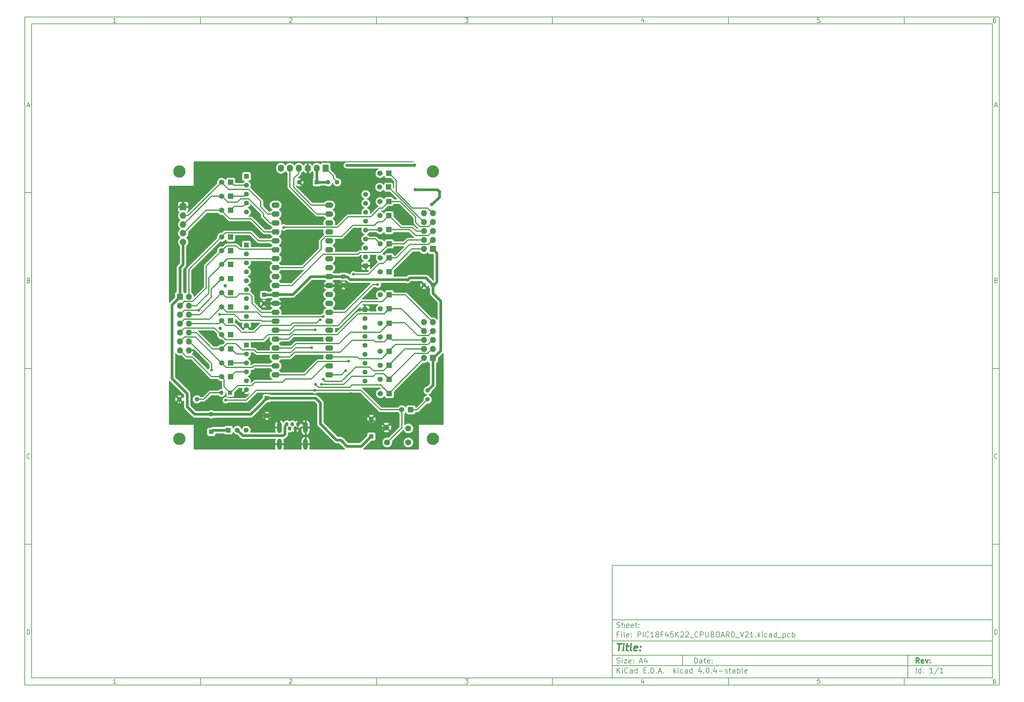
<source format=gbl>
G04 #@! TF.FileFunction,Copper,L2,Bot,Signal*
%FSLAX46Y46*%
G04 Gerber Fmt 4.6, Leading zero omitted, Abs format (unit mm)*
G04 Created by KiCad (PCBNEW 4.0.4-stable) date 01/16/17 16:34:01*
%MOMM*%
%LPD*%
G01*
G04 APERTURE LIST*
%ADD10C,0.100000*%
%ADD11C,0.150000*%
%ADD12C,0.300000*%
%ADD13C,0.400000*%
%ADD14R,1.850000X1.850000*%
%ADD15C,1.850000*%
%ADD16R,1.500000X1.500000*%
%ADD17C,1.500000*%
%ADD18C,1.300000*%
%ADD19R,1.397000X1.397000*%
%ADD20C,1.397000*%
%ADD21C,3.500000*%
%ADD22C,1.524000*%
%ADD23R,1.727200X1.727200*%
%ADD24O,1.727200X1.727200*%
%ADD25O,1.000000X1.200000*%
%ADD26O,1.300000X3.200000*%
%ADD27R,1.727200X2.032000*%
%ADD28O,1.727200X2.032000*%
%ADD29C,1.700000*%
%ADD30R,1.300000X1.300000*%
%ADD31R,1.200000X1.200000*%
%ADD32C,1.200000*%
%ADD33O,2.300000X1.600000*%
%ADD34C,1.000000*%
%ADD35C,0.800000*%
%ADD36C,0.800000*%
%ADD37C,0.254000*%
G04 APERTURE END LIST*
D10*
D11*
X177002200Y-166007200D02*
X177002200Y-198007200D01*
X285002200Y-198007200D01*
X285002200Y-166007200D01*
X177002200Y-166007200D01*
D10*
D11*
X10000000Y-10000000D02*
X10000000Y-200007200D01*
X287002200Y-200007200D01*
X287002200Y-10000000D01*
X10000000Y-10000000D01*
D10*
D11*
X12000000Y-12000000D02*
X12000000Y-198007200D01*
X285002200Y-198007200D01*
X285002200Y-12000000D01*
X12000000Y-12000000D01*
D10*
D11*
X60000000Y-12000000D02*
X60000000Y-10000000D01*
D10*
D11*
X110000000Y-12000000D02*
X110000000Y-10000000D01*
D10*
D11*
X160000000Y-12000000D02*
X160000000Y-10000000D01*
D10*
D11*
X210000000Y-12000000D02*
X210000000Y-10000000D01*
D10*
D11*
X260000000Y-12000000D02*
X260000000Y-10000000D01*
D10*
D11*
X35990476Y-11588095D02*
X35247619Y-11588095D01*
X35619048Y-11588095D02*
X35619048Y-10288095D01*
X35495238Y-10473810D01*
X35371429Y-10597619D01*
X35247619Y-10659524D01*
D10*
D11*
X85247619Y-10411905D02*
X85309524Y-10350000D01*
X85433333Y-10288095D01*
X85742857Y-10288095D01*
X85866667Y-10350000D01*
X85928571Y-10411905D01*
X85990476Y-10535714D01*
X85990476Y-10659524D01*
X85928571Y-10845238D01*
X85185714Y-11588095D01*
X85990476Y-11588095D01*
D10*
D11*
X135185714Y-10288095D02*
X135990476Y-10288095D01*
X135557143Y-10783333D01*
X135742857Y-10783333D01*
X135866667Y-10845238D01*
X135928571Y-10907143D01*
X135990476Y-11030952D01*
X135990476Y-11340476D01*
X135928571Y-11464286D01*
X135866667Y-11526190D01*
X135742857Y-11588095D01*
X135371429Y-11588095D01*
X135247619Y-11526190D01*
X135185714Y-11464286D01*
D10*
D11*
X185866667Y-10721429D02*
X185866667Y-11588095D01*
X185557143Y-10226190D02*
X185247619Y-11154762D01*
X186052381Y-11154762D01*
D10*
D11*
X235928571Y-10288095D02*
X235309524Y-10288095D01*
X235247619Y-10907143D01*
X235309524Y-10845238D01*
X235433333Y-10783333D01*
X235742857Y-10783333D01*
X235866667Y-10845238D01*
X235928571Y-10907143D01*
X235990476Y-11030952D01*
X235990476Y-11340476D01*
X235928571Y-11464286D01*
X235866667Y-11526190D01*
X235742857Y-11588095D01*
X235433333Y-11588095D01*
X235309524Y-11526190D01*
X235247619Y-11464286D01*
D10*
D11*
X285866667Y-10288095D02*
X285619048Y-10288095D01*
X285495238Y-10350000D01*
X285433333Y-10411905D01*
X285309524Y-10597619D01*
X285247619Y-10845238D01*
X285247619Y-11340476D01*
X285309524Y-11464286D01*
X285371429Y-11526190D01*
X285495238Y-11588095D01*
X285742857Y-11588095D01*
X285866667Y-11526190D01*
X285928571Y-11464286D01*
X285990476Y-11340476D01*
X285990476Y-11030952D01*
X285928571Y-10907143D01*
X285866667Y-10845238D01*
X285742857Y-10783333D01*
X285495238Y-10783333D01*
X285371429Y-10845238D01*
X285309524Y-10907143D01*
X285247619Y-11030952D01*
D10*
D11*
X60000000Y-198007200D02*
X60000000Y-200007200D01*
D10*
D11*
X110000000Y-198007200D02*
X110000000Y-200007200D01*
D10*
D11*
X160000000Y-198007200D02*
X160000000Y-200007200D01*
D10*
D11*
X210000000Y-198007200D02*
X210000000Y-200007200D01*
D10*
D11*
X260000000Y-198007200D02*
X260000000Y-200007200D01*
D10*
D11*
X35990476Y-199595295D02*
X35247619Y-199595295D01*
X35619048Y-199595295D02*
X35619048Y-198295295D01*
X35495238Y-198481010D01*
X35371429Y-198604819D01*
X35247619Y-198666724D01*
D10*
D11*
X85247619Y-198419105D02*
X85309524Y-198357200D01*
X85433333Y-198295295D01*
X85742857Y-198295295D01*
X85866667Y-198357200D01*
X85928571Y-198419105D01*
X85990476Y-198542914D01*
X85990476Y-198666724D01*
X85928571Y-198852438D01*
X85185714Y-199595295D01*
X85990476Y-199595295D01*
D10*
D11*
X135185714Y-198295295D02*
X135990476Y-198295295D01*
X135557143Y-198790533D01*
X135742857Y-198790533D01*
X135866667Y-198852438D01*
X135928571Y-198914343D01*
X135990476Y-199038152D01*
X135990476Y-199347676D01*
X135928571Y-199471486D01*
X135866667Y-199533390D01*
X135742857Y-199595295D01*
X135371429Y-199595295D01*
X135247619Y-199533390D01*
X135185714Y-199471486D01*
D10*
D11*
X185866667Y-198728629D02*
X185866667Y-199595295D01*
X185557143Y-198233390D02*
X185247619Y-199161962D01*
X186052381Y-199161962D01*
D10*
D11*
X235928571Y-198295295D02*
X235309524Y-198295295D01*
X235247619Y-198914343D01*
X235309524Y-198852438D01*
X235433333Y-198790533D01*
X235742857Y-198790533D01*
X235866667Y-198852438D01*
X235928571Y-198914343D01*
X235990476Y-199038152D01*
X235990476Y-199347676D01*
X235928571Y-199471486D01*
X235866667Y-199533390D01*
X235742857Y-199595295D01*
X235433333Y-199595295D01*
X235309524Y-199533390D01*
X235247619Y-199471486D01*
D10*
D11*
X285866667Y-198295295D02*
X285619048Y-198295295D01*
X285495238Y-198357200D01*
X285433333Y-198419105D01*
X285309524Y-198604819D01*
X285247619Y-198852438D01*
X285247619Y-199347676D01*
X285309524Y-199471486D01*
X285371429Y-199533390D01*
X285495238Y-199595295D01*
X285742857Y-199595295D01*
X285866667Y-199533390D01*
X285928571Y-199471486D01*
X285990476Y-199347676D01*
X285990476Y-199038152D01*
X285928571Y-198914343D01*
X285866667Y-198852438D01*
X285742857Y-198790533D01*
X285495238Y-198790533D01*
X285371429Y-198852438D01*
X285309524Y-198914343D01*
X285247619Y-199038152D01*
D10*
D11*
X10000000Y-60000000D02*
X12000000Y-60000000D01*
D10*
D11*
X10000000Y-110000000D02*
X12000000Y-110000000D01*
D10*
D11*
X10000000Y-160000000D02*
X12000000Y-160000000D01*
D10*
D11*
X10690476Y-35216667D02*
X11309524Y-35216667D01*
X10566667Y-35588095D02*
X11000000Y-34288095D01*
X11433333Y-35588095D01*
D10*
D11*
X11092857Y-84907143D02*
X11278571Y-84969048D01*
X11340476Y-85030952D01*
X11402381Y-85154762D01*
X11402381Y-85340476D01*
X11340476Y-85464286D01*
X11278571Y-85526190D01*
X11154762Y-85588095D01*
X10659524Y-85588095D01*
X10659524Y-84288095D01*
X11092857Y-84288095D01*
X11216667Y-84350000D01*
X11278571Y-84411905D01*
X11340476Y-84535714D01*
X11340476Y-84659524D01*
X11278571Y-84783333D01*
X11216667Y-84845238D01*
X11092857Y-84907143D01*
X10659524Y-84907143D01*
D10*
D11*
X11402381Y-135464286D02*
X11340476Y-135526190D01*
X11154762Y-135588095D01*
X11030952Y-135588095D01*
X10845238Y-135526190D01*
X10721429Y-135402381D01*
X10659524Y-135278571D01*
X10597619Y-135030952D01*
X10597619Y-134845238D01*
X10659524Y-134597619D01*
X10721429Y-134473810D01*
X10845238Y-134350000D01*
X11030952Y-134288095D01*
X11154762Y-134288095D01*
X11340476Y-134350000D01*
X11402381Y-134411905D01*
D10*
D11*
X10659524Y-185588095D02*
X10659524Y-184288095D01*
X10969048Y-184288095D01*
X11154762Y-184350000D01*
X11278571Y-184473810D01*
X11340476Y-184597619D01*
X11402381Y-184845238D01*
X11402381Y-185030952D01*
X11340476Y-185278571D01*
X11278571Y-185402381D01*
X11154762Y-185526190D01*
X10969048Y-185588095D01*
X10659524Y-185588095D01*
D10*
D11*
X287002200Y-60000000D02*
X285002200Y-60000000D01*
D10*
D11*
X287002200Y-110000000D02*
X285002200Y-110000000D01*
D10*
D11*
X287002200Y-160000000D02*
X285002200Y-160000000D01*
D10*
D11*
X285692676Y-35216667D02*
X286311724Y-35216667D01*
X285568867Y-35588095D02*
X286002200Y-34288095D01*
X286435533Y-35588095D01*
D10*
D11*
X286095057Y-84907143D02*
X286280771Y-84969048D01*
X286342676Y-85030952D01*
X286404581Y-85154762D01*
X286404581Y-85340476D01*
X286342676Y-85464286D01*
X286280771Y-85526190D01*
X286156962Y-85588095D01*
X285661724Y-85588095D01*
X285661724Y-84288095D01*
X286095057Y-84288095D01*
X286218867Y-84350000D01*
X286280771Y-84411905D01*
X286342676Y-84535714D01*
X286342676Y-84659524D01*
X286280771Y-84783333D01*
X286218867Y-84845238D01*
X286095057Y-84907143D01*
X285661724Y-84907143D01*
D10*
D11*
X286404581Y-135464286D02*
X286342676Y-135526190D01*
X286156962Y-135588095D01*
X286033152Y-135588095D01*
X285847438Y-135526190D01*
X285723629Y-135402381D01*
X285661724Y-135278571D01*
X285599819Y-135030952D01*
X285599819Y-134845238D01*
X285661724Y-134597619D01*
X285723629Y-134473810D01*
X285847438Y-134350000D01*
X286033152Y-134288095D01*
X286156962Y-134288095D01*
X286342676Y-134350000D01*
X286404581Y-134411905D01*
D10*
D11*
X285661724Y-185588095D02*
X285661724Y-184288095D01*
X285971248Y-184288095D01*
X286156962Y-184350000D01*
X286280771Y-184473810D01*
X286342676Y-184597619D01*
X286404581Y-184845238D01*
X286404581Y-185030952D01*
X286342676Y-185278571D01*
X286280771Y-185402381D01*
X286156962Y-185526190D01*
X285971248Y-185588095D01*
X285661724Y-185588095D01*
D10*
D11*
X200359343Y-193785771D02*
X200359343Y-192285771D01*
X200716486Y-192285771D01*
X200930771Y-192357200D01*
X201073629Y-192500057D01*
X201145057Y-192642914D01*
X201216486Y-192928629D01*
X201216486Y-193142914D01*
X201145057Y-193428629D01*
X201073629Y-193571486D01*
X200930771Y-193714343D01*
X200716486Y-193785771D01*
X200359343Y-193785771D01*
X202502200Y-193785771D02*
X202502200Y-193000057D01*
X202430771Y-192857200D01*
X202287914Y-192785771D01*
X202002200Y-192785771D01*
X201859343Y-192857200D01*
X202502200Y-193714343D02*
X202359343Y-193785771D01*
X202002200Y-193785771D01*
X201859343Y-193714343D01*
X201787914Y-193571486D01*
X201787914Y-193428629D01*
X201859343Y-193285771D01*
X202002200Y-193214343D01*
X202359343Y-193214343D01*
X202502200Y-193142914D01*
X203002200Y-192785771D02*
X203573629Y-192785771D01*
X203216486Y-192285771D02*
X203216486Y-193571486D01*
X203287914Y-193714343D01*
X203430772Y-193785771D01*
X203573629Y-193785771D01*
X204645057Y-193714343D02*
X204502200Y-193785771D01*
X204216486Y-193785771D01*
X204073629Y-193714343D01*
X204002200Y-193571486D01*
X204002200Y-193000057D01*
X204073629Y-192857200D01*
X204216486Y-192785771D01*
X204502200Y-192785771D01*
X204645057Y-192857200D01*
X204716486Y-193000057D01*
X204716486Y-193142914D01*
X204002200Y-193285771D01*
X205359343Y-193642914D02*
X205430771Y-193714343D01*
X205359343Y-193785771D01*
X205287914Y-193714343D01*
X205359343Y-193642914D01*
X205359343Y-193785771D01*
X205359343Y-192857200D02*
X205430771Y-192928629D01*
X205359343Y-193000057D01*
X205287914Y-192928629D01*
X205359343Y-192857200D01*
X205359343Y-193000057D01*
D10*
D11*
X177002200Y-194507200D02*
X285002200Y-194507200D01*
D10*
D11*
X178359343Y-196585771D02*
X178359343Y-195085771D01*
X179216486Y-196585771D02*
X178573629Y-195728629D01*
X179216486Y-195085771D02*
X178359343Y-195942914D01*
X179859343Y-196585771D02*
X179859343Y-195585771D01*
X179859343Y-195085771D02*
X179787914Y-195157200D01*
X179859343Y-195228629D01*
X179930771Y-195157200D01*
X179859343Y-195085771D01*
X179859343Y-195228629D01*
X181430772Y-196442914D02*
X181359343Y-196514343D01*
X181145057Y-196585771D01*
X181002200Y-196585771D01*
X180787915Y-196514343D01*
X180645057Y-196371486D01*
X180573629Y-196228629D01*
X180502200Y-195942914D01*
X180502200Y-195728629D01*
X180573629Y-195442914D01*
X180645057Y-195300057D01*
X180787915Y-195157200D01*
X181002200Y-195085771D01*
X181145057Y-195085771D01*
X181359343Y-195157200D01*
X181430772Y-195228629D01*
X182716486Y-196585771D02*
X182716486Y-195800057D01*
X182645057Y-195657200D01*
X182502200Y-195585771D01*
X182216486Y-195585771D01*
X182073629Y-195657200D01*
X182716486Y-196514343D02*
X182573629Y-196585771D01*
X182216486Y-196585771D01*
X182073629Y-196514343D01*
X182002200Y-196371486D01*
X182002200Y-196228629D01*
X182073629Y-196085771D01*
X182216486Y-196014343D01*
X182573629Y-196014343D01*
X182716486Y-195942914D01*
X184073629Y-196585771D02*
X184073629Y-195085771D01*
X184073629Y-196514343D02*
X183930772Y-196585771D01*
X183645058Y-196585771D01*
X183502200Y-196514343D01*
X183430772Y-196442914D01*
X183359343Y-196300057D01*
X183359343Y-195871486D01*
X183430772Y-195728629D01*
X183502200Y-195657200D01*
X183645058Y-195585771D01*
X183930772Y-195585771D01*
X184073629Y-195657200D01*
X185930772Y-195800057D02*
X186430772Y-195800057D01*
X186645058Y-196585771D02*
X185930772Y-196585771D01*
X185930772Y-195085771D01*
X186645058Y-195085771D01*
X187287915Y-196442914D02*
X187359343Y-196514343D01*
X187287915Y-196585771D01*
X187216486Y-196514343D01*
X187287915Y-196442914D01*
X187287915Y-196585771D01*
X188002201Y-196585771D02*
X188002201Y-195085771D01*
X188359344Y-195085771D01*
X188573629Y-195157200D01*
X188716487Y-195300057D01*
X188787915Y-195442914D01*
X188859344Y-195728629D01*
X188859344Y-195942914D01*
X188787915Y-196228629D01*
X188716487Y-196371486D01*
X188573629Y-196514343D01*
X188359344Y-196585771D01*
X188002201Y-196585771D01*
X189502201Y-196442914D02*
X189573629Y-196514343D01*
X189502201Y-196585771D01*
X189430772Y-196514343D01*
X189502201Y-196442914D01*
X189502201Y-196585771D01*
X190145058Y-196157200D02*
X190859344Y-196157200D01*
X190002201Y-196585771D02*
X190502201Y-195085771D01*
X191002201Y-196585771D01*
X191502201Y-196442914D02*
X191573629Y-196514343D01*
X191502201Y-196585771D01*
X191430772Y-196514343D01*
X191502201Y-196442914D01*
X191502201Y-196585771D01*
X194502201Y-196585771D02*
X194502201Y-195085771D01*
X194645058Y-196014343D02*
X195073629Y-196585771D01*
X195073629Y-195585771D02*
X194502201Y-196157200D01*
X195716487Y-196585771D02*
X195716487Y-195585771D01*
X195716487Y-195085771D02*
X195645058Y-195157200D01*
X195716487Y-195228629D01*
X195787915Y-195157200D01*
X195716487Y-195085771D01*
X195716487Y-195228629D01*
X197073630Y-196514343D02*
X196930773Y-196585771D01*
X196645059Y-196585771D01*
X196502201Y-196514343D01*
X196430773Y-196442914D01*
X196359344Y-196300057D01*
X196359344Y-195871486D01*
X196430773Y-195728629D01*
X196502201Y-195657200D01*
X196645059Y-195585771D01*
X196930773Y-195585771D01*
X197073630Y-195657200D01*
X198359344Y-196585771D02*
X198359344Y-195800057D01*
X198287915Y-195657200D01*
X198145058Y-195585771D01*
X197859344Y-195585771D01*
X197716487Y-195657200D01*
X198359344Y-196514343D02*
X198216487Y-196585771D01*
X197859344Y-196585771D01*
X197716487Y-196514343D01*
X197645058Y-196371486D01*
X197645058Y-196228629D01*
X197716487Y-196085771D01*
X197859344Y-196014343D01*
X198216487Y-196014343D01*
X198359344Y-195942914D01*
X199716487Y-196585771D02*
X199716487Y-195085771D01*
X199716487Y-196514343D02*
X199573630Y-196585771D01*
X199287916Y-196585771D01*
X199145058Y-196514343D01*
X199073630Y-196442914D01*
X199002201Y-196300057D01*
X199002201Y-195871486D01*
X199073630Y-195728629D01*
X199145058Y-195657200D01*
X199287916Y-195585771D01*
X199573630Y-195585771D01*
X199716487Y-195657200D01*
X202216487Y-195585771D02*
X202216487Y-196585771D01*
X201859344Y-195014343D02*
X201502201Y-196085771D01*
X202430773Y-196085771D01*
X203002201Y-196442914D02*
X203073629Y-196514343D01*
X203002201Y-196585771D01*
X202930772Y-196514343D01*
X203002201Y-196442914D01*
X203002201Y-196585771D01*
X204002201Y-195085771D02*
X204145058Y-195085771D01*
X204287915Y-195157200D01*
X204359344Y-195228629D01*
X204430773Y-195371486D01*
X204502201Y-195657200D01*
X204502201Y-196014343D01*
X204430773Y-196300057D01*
X204359344Y-196442914D01*
X204287915Y-196514343D01*
X204145058Y-196585771D01*
X204002201Y-196585771D01*
X203859344Y-196514343D01*
X203787915Y-196442914D01*
X203716487Y-196300057D01*
X203645058Y-196014343D01*
X203645058Y-195657200D01*
X203716487Y-195371486D01*
X203787915Y-195228629D01*
X203859344Y-195157200D01*
X204002201Y-195085771D01*
X205145058Y-196442914D02*
X205216486Y-196514343D01*
X205145058Y-196585771D01*
X205073629Y-196514343D01*
X205145058Y-196442914D01*
X205145058Y-196585771D01*
X206502201Y-195585771D02*
X206502201Y-196585771D01*
X206145058Y-195014343D02*
X205787915Y-196085771D01*
X206716487Y-196085771D01*
X207287915Y-196014343D02*
X208430772Y-196014343D01*
X209073629Y-196514343D02*
X209216486Y-196585771D01*
X209502201Y-196585771D01*
X209645058Y-196514343D01*
X209716486Y-196371486D01*
X209716486Y-196300057D01*
X209645058Y-196157200D01*
X209502201Y-196085771D01*
X209287915Y-196085771D01*
X209145058Y-196014343D01*
X209073629Y-195871486D01*
X209073629Y-195800057D01*
X209145058Y-195657200D01*
X209287915Y-195585771D01*
X209502201Y-195585771D01*
X209645058Y-195657200D01*
X210145058Y-195585771D02*
X210716487Y-195585771D01*
X210359344Y-195085771D02*
X210359344Y-196371486D01*
X210430772Y-196514343D01*
X210573630Y-196585771D01*
X210716487Y-196585771D01*
X211859344Y-196585771D02*
X211859344Y-195800057D01*
X211787915Y-195657200D01*
X211645058Y-195585771D01*
X211359344Y-195585771D01*
X211216487Y-195657200D01*
X211859344Y-196514343D02*
X211716487Y-196585771D01*
X211359344Y-196585771D01*
X211216487Y-196514343D01*
X211145058Y-196371486D01*
X211145058Y-196228629D01*
X211216487Y-196085771D01*
X211359344Y-196014343D01*
X211716487Y-196014343D01*
X211859344Y-195942914D01*
X212573630Y-196585771D02*
X212573630Y-195085771D01*
X212573630Y-195657200D02*
X212716487Y-195585771D01*
X213002201Y-195585771D01*
X213145058Y-195657200D01*
X213216487Y-195728629D01*
X213287916Y-195871486D01*
X213287916Y-196300057D01*
X213216487Y-196442914D01*
X213145058Y-196514343D01*
X213002201Y-196585771D01*
X212716487Y-196585771D01*
X212573630Y-196514343D01*
X214145059Y-196585771D02*
X214002201Y-196514343D01*
X213930773Y-196371486D01*
X213930773Y-195085771D01*
X215287915Y-196514343D02*
X215145058Y-196585771D01*
X214859344Y-196585771D01*
X214716487Y-196514343D01*
X214645058Y-196371486D01*
X214645058Y-195800057D01*
X214716487Y-195657200D01*
X214859344Y-195585771D01*
X215145058Y-195585771D01*
X215287915Y-195657200D01*
X215359344Y-195800057D01*
X215359344Y-195942914D01*
X214645058Y-196085771D01*
D10*
D11*
X177002200Y-191507200D02*
X285002200Y-191507200D01*
D10*
D12*
X264216486Y-193785771D02*
X263716486Y-193071486D01*
X263359343Y-193785771D02*
X263359343Y-192285771D01*
X263930771Y-192285771D01*
X264073629Y-192357200D01*
X264145057Y-192428629D01*
X264216486Y-192571486D01*
X264216486Y-192785771D01*
X264145057Y-192928629D01*
X264073629Y-193000057D01*
X263930771Y-193071486D01*
X263359343Y-193071486D01*
X265430771Y-193714343D02*
X265287914Y-193785771D01*
X265002200Y-193785771D01*
X264859343Y-193714343D01*
X264787914Y-193571486D01*
X264787914Y-193000057D01*
X264859343Y-192857200D01*
X265002200Y-192785771D01*
X265287914Y-192785771D01*
X265430771Y-192857200D01*
X265502200Y-193000057D01*
X265502200Y-193142914D01*
X264787914Y-193285771D01*
X266002200Y-192785771D02*
X266359343Y-193785771D01*
X266716485Y-192785771D01*
X267287914Y-193642914D02*
X267359342Y-193714343D01*
X267287914Y-193785771D01*
X267216485Y-193714343D01*
X267287914Y-193642914D01*
X267287914Y-193785771D01*
X267287914Y-192857200D02*
X267359342Y-192928629D01*
X267287914Y-193000057D01*
X267216485Y-192928629D01*
X267287914Y-192857200D01*
X267287914Y-193000057D01*
D10*
D11*
X178287914Y-193714343D02*
X178502200Y-193785771D01*
X178859343Y-193785771D01*
X179002200Y-193714343D01*
X179073629Y-193642914D01*
X179145057Y-193500057D01*
X179145057Y-193357200D01*
X179073629Y-193214343D01*
X179002200Y-193142914D01*
X178859343Y-193071486D01*
X178573629Y-193000057D01*
X178430771Y-192928629D01*
X178359343Y-192857200D01*
X178287914Y-192714343D01*
X178287914Y-192571486D01*
X178359343Y-192428629D01*
X178430771Y-192357200D01*
X178573629Y-192285771D01*
X178930771Y-192285771D01*
X179145057Y-192357200D01*
X179787914Y-193785771D02*
X179787914Y-192785771D01*
X179787914Y-192285771D02*
X179716485Y-192357200D01*
X179787914Y-192428629D01*
X179859342Y-192357200D01*
X179787914Y-192285771D01*
X179787914Y-192428629D01*
X180359343Y-192785771D02*
X181145057Y-192785771D01*
X180359343Y-193785771D01*
X181145057Y-193785771D01*
X182287914Y-193714343D02*
X182145057Y-193785771D01*
X181859343Y-193785771D01*
X181716486Y-193714343D01*
X181645057Y-193571486D01*
X181645057Y-193000057D01*
X181716486Y-192857200D01*
X181859343Y-192785771D01*
X182145057Y-192785771D01*
X182287914Y-192857200D01*
X182359343Y-193000057D01*
X182359343Y-193142914D01*
X181645057Y-193285771D01*
X183002200Y-193642914D02*
X183073628Y-193714343D01*
X183002200Y-193785771D01*
X182930771Y-193714343D01*
X183002200Y-193642914D01*
X183002200Y-193785771D01*
X183002200Y-192857200D02*
X183073628Y-192928629D01*
X183002200Y-193000057D01*
X182930771Y-192928629D01*
X183002200Y-192857200D01*
X183002200Y-193000057D01*
X184787914Y-193357200D02*
X185502200Y-193357200D01*
X184645057Y-193785771D02*
X185145057Y-192285771D01*
X185645057Y-193785771D01*
X186787914Y-192785771D02*
X186787914Y-193785771D01*
X186430771Y-192214343D02*
X186073628Y-193285771D01*
X187002200Y-193285771D01*
D10*
D11*
X263359343Y-196585771D02*
X263359343Y-195085771D01*
X264716486Y-196585771D02*
X264716486Y-195085771D01*
X264716486Y-196514343D02*
X264573629Y-196585771D01*
X264287915Y-196585771D01*
X264145057Y-196514343D01*
X264073629Y-196442914D01*
X264002200Y-196300057D01*
X264002200Y-195871486D01*
X264073629Y-195728629D01*
X264145057Y-195657200D01*
X264287915Y-195585771D01*
X264573629Y-195585771D01*
X264716486Y-195657200D01*
X265430772Y-196442914D02*
X265502200Y-196514343D01*
X265430772Y-196585771D01*
X265359343Y-196514343D01*
X265430772Y-196442914D01*
X265430772Y-196585771D01*
X265430772Y-195657200D02*
X265502200Y-195728629D01*
X265430772Y-195800057D01*
X265359343Y-195728629D01*
X265430772Y-195657200D01*
X265430772Y-195800057D01*
X268073629Y-196585771D02*
X267216486Y-196585771D01*
X267645058Y-196585771D02*
X267645058Y-195085771D01*
X267502201Y-195300057D01*
X267359343Y-195442914D01*
X267216486Y-195514343D01*
X269787914Y-195014343D02*
X268502200Y-196942914D01*
X271073629Y-196585771D02*
X270216486Y-196585771D01*
X270645058Y-196585771D02*
X270645058Y-195085771D01*
X270502201Y-195300057D01*
X270359343Y-195442914D01*
X270216486Y-195514343D01*
D10*
D11*
X177002200Y-187507200D02*
X285002200Y-187507200D01*
D10*
D13*
X178454581Y-188211962D02*
X179597438Y-188211962D01*
X178776010Y-190211962D02*
X179026010Y-188211962D01*
X180014105Y-190211962D02*
X180180771Y-188878629D01*
X180264105Y-188211962D02*
X180156962Y-188307200D01*
X180240295Y-188402438D01*
X180347439Y-188307200D01*
X180264105Y-188211962D01*
X180240295Y-188402438D01*
X180847438Y-188878629D02*
X181609343Y-188878629D01*
X181216486Y-188211962D02*
X181002200Y-189926248D01*
X181073630Y-190116724D01*
X181252201Y-190211962D01*
X181442677Y-190211962D01*
X182395058Y-190211962D02*
X182216487Y-190116724D01*
X182145057Y-189926248D01*
X182359343Y-188211962D01*
X183930772Y-190116724D02*
X183728391Y-190211962D01*
X183347439Y-190211962D01*
X183168867Y-190116724D01*
X183097438Y-189926248D01*
X183192676Y-189164343D01*
X183311724Y-188973867D01*
X183514105Y-188878629D01*
X183895057Y-188878629D01*
X184073629Y-188973867D01*
X184145057Y-189164343D01*
X184121248Y-189354819D01*
X183145057Y-189545295D01*
X184895057Y-190021486D02*
X184978392Y-190116724D01*
X184871248Y-190211962D01*
X184787915Y-190116724D01*
X184895057Y-190021486D01*
X184871248Y-190211962D01*
X185026010Y-188973867D02*
X185109344Y-189069105D01*
X185002200Y-189164343D01*
X184918867Y-189069105D01*
X185026010Y-188973867D01*
X185002200Y-189164343D01*
D10*
D11*
X178859343Y-185600057D02*
X178359343Y-185600057D01*
X178359343Y-186385771D02*
X178359343Y-184885771D01*
X179073629Y-184885771D01*
X179645057Y-186385771D02*
X179645057Y-185385771D01*
X179645057Y-184885771D02*
X179573628Y-184957200D01*
X179645057Y-185028629D01*
X179716485Y-184957200D01*
X179645057Y-184885771D01*
X179645057Y-185028629D01*
X180573629Y-186385771D02*
X180430771Y-186314343D01*
X180359343Y-186171486D01*
X180359343Y-184885771D01*
X181716485Y-186314343D02*
X181573628Y-186385771D01*
X181287914Y-186385771D01*
X181145057Y-186314343D01*
X181073628Y-186171486D01*
X181073628Y-185600057D01*
X181145057Y-185457200D01*
X181287914Y-185385771D01*
X181573628Y-185385771D01*
X181716485Y-185457200D01*
X181787914Y-185600057D01*
X181787914Y-185742914D01*
X181073628Y-185885771D01*
X182430771Y-186242914D02*
X182502199Y-186314343D01*
X182430771Y-186385771D01*
X182359342Y-186314343D01*
X182430771Y-186242914D01*
X182430771Y-186385771D01*
X182430771Y-185457200D02*
X182502199Y-185528629D01*
X182430771Y-185600057D01*
X182359342Y-185528629D01*
X182430771Y-185457200D01*
X182430771Y-185600057D01*
X184287914Y-186385771D02*
X184287914Y-184885771D01*
X184859342Y-184885771D01*
X185002200Y-184957200D01*
X185073628Y-185028629D01*
X185145057Y-185171486D01*
X185145057Y-185385771D01*
X185073628Y-185528629D01*
X185002200Y-185600057D01*
X184859342Y-185671486D01*
X184287914Y-185671486D01*
X185787914Y-186385771D02*
X185787914Y-184885771D01*
X187359343Y-186242914D02*
X187287914Y-186314343D01*
X187073628Y-186385771D01*
X186930771Y-186385771D01*
X186716486Y-186314343D01*
X186573628Y-186171486D01*
X186502200Y-186028629D01*
X186430771Y-185742914D01*
X186430771Y-185528629D01*
X186502200Y-185242914D01*
X186573628Y-185100057D01*
X186716486Y-184957200D01*
X186930771Y-184885771D01*
X187073628Y-184885771D01*
X187287914Y-184957200D01*
X187359343Y-185028629D01*
X188787914Y-186385771D02*
X187930771Y-186385771D01*
X188359343Y-186385771D02*
X188359343Y-184885771D01*
X188216486Y-185100057D01*
X188073628Y-185242914D01*
X187930771Y-185314343D01*
X189645057Y-185528629D02*
X189502199Y-185457200D01*
X189430771Y-185385771D01*
X189359342Y-185242914D01*
X189359342Y-185171486D01*
X189430771Y-185028629D01*
X189502199Y-184957200D01*
X189645057Y-184885771D01*
X189930771Y-184885771D01*
X190073628Y-184957200D01*
X190145057Y-185028629D01*
X190216485Y-185171486D01*
X190216485Y-185242914D01*
X190145057Y-185385771D01*
X190073628Y-185457200D01*
X189930771Y-185528629D01*
X189645057Y-185528629D01*
X189502199Y-185600057D01*
X189430771Y-185671486D01*
X189359342Y-185814343D01*
X189359342Y-186100057D01*
X189430771Y-186242914D01*
X189502199Y-186314343D01*
X189645057Y-186385771D01*
X189930771Y-186385771D01*
X190073628Y-186314343D01*
X190145057Y-186242914D01*
X190216485Y-186100057D01*
X190216485Y-185814343D01*
X190145057Y-185671486D01*
X190073628Y-185600057D01*
X189930771Y-185528629D01*
X191359342Y-185600057D02*
X190859342Y-185600057D01*
X190859342Y-186385771D02*
X190859342Y-184885771D01*
X191573628Y-184885771D01*
X192787913Y-185385771D02*
X192787913Y-186385771D01*
X192430770Y-184814343D02*
X192073627Y-185885771D01*
X193002199Y-185885771D01*
X194287913Y-184885771D02*
X193573627Y-184885771D01*
X193502198Y-185600057D01*
X193573627Y-185528629D01*
X193716484Y-185457200D01*
X194073627Y-185457200D01*
X194216484Y-185528629D01*
X194287913Y-185600057D01*
X194359341Y-185742914D01*
X194359341Y-186100057D01*
X194287913Y-186242914D01*
X194216484Y-186314343D01*
X194073627Y-186385771D01*
X193716484Y-186385771D01*
X193573627Y-186314343D01*
X193502198Y-186242914D01*
X195002198Y-186385771D02*
X195002198Y-184885771D01*
X195859341Y-186385771D02*
X195216484Y-185528629D01*
X195859341Y-184885771D02*
X195002198Y-185742914D01*
X196430769Y-185028629D02*
X196502198Y-184957200D01*
X196645055Y-184885771D01*
X197002198Y-184885771D01*
X197145055Y-184957200D01*
X197216484Y-185028629D01*
X197287912Y-185171486D01*
X197287912Y-185314343D01*
X197216484Y-185528629D01*
X196359341Y-186385771D01*
X197287912Y-186385771D01*
X197859340Y-185028629D02*
X197930769Y-184957200D01*
X198073626Y-184885771D01*
X198430769Y-184885771D01*
X198573626Y-184957200D01*
X198645055Y-185028629D01*
X198716483Y-185171486D01*
X198716483Y-185314343D01*
X198645055Y-185528629D01*
X197787912Y-186385771D01*
X198716483Y-186385771D01*
X199002197Y-186528629D02*
X200145054Y-186528629D01*
X201359340Y-186242914D02*
X201287911Y-186314343D01*
X201073625Y-186385771D01*
X200930768Y-186385771D01*
X200716483Y-186314343D01*
X200573625Y-186171486D01*
X200502197Y-186028629D01*
X200430768Y-185742914D01*
X200430768Y-185528629D01*
X200502197Y-185242914D01*
X200573625Y-185100057D01*
X200716483Y-184957200D01*
X200930768Y-184885771D01*
X201073625Y-184885771D01*
X201287911Y-184957200D01*
X201359340Y-185028629D01*
X202002197Y-186385771D02*
X202002197Y-184885771D01*
X202573625Y-184885771D01*
X202716483Y-184957200D01*
X202787911Y-185028629D01*
X202859340Y-185171486D01*
X202859340Y-185385771D01*
X202787911Y-185528629D01*
X202716483Y-185600057D01*
X202573625Y-185671486D01*
X202002197Y-185671486D01*
X203502197Y-184885771D02*
X203502197Y-186100057D01*
X203573625Y-186242914D01*
X203645054Y-186314343D01*
X203787911Y-186385771D01*
X204073625Y-186385771D01*
X204216483Y-186314343D01*
X204287911Y-186242914D01*
X204359340Y-186100057D01*
X204359340Y-184885771D01*
X205573626Y-185600057D02*
X205787912Y-185671486D01*
X205859340Y-185742914D01*
X205930769Y-185885771D01*
X205930769Y-186100057D01*
X205859340Y-186242914D01*
X205787912Y-186314343D01*
X205645054Y-186385771D01*
X205073626Y-186385771D01*
X205073626Y-184885771D01*
X205573626Y-184885771D01*
X205716483Y-184957200D01*
X205787912Y-185028629D01*
X205859340Y-185171486D01*
X205859340Y-185314343D01*
X205787912Y-185457200D01*
X205716483Y-185528629D01*
X205573626Y-185600057D01*
X205073626Y-185600057D01*
X206859340Y-184885771D02*
X207145054Y-184885771D01*
X207287912Y-184957200D01*
X207430769Y-185100057D01*
X207502197Y-185385771D01*
X207502197Y-185885771D01*
X207430769Y-186171486D01*
X207287912Y-186314343D01*
X207145054Y-186385771D01*
X206859340Y-186385771D01*
X206716483Y-186314343D01*
X206573626Y-186171486D01*
X206502197Y-185885771D01*
X206502197Y-185385771D01*
X206573626Y-185100057D01*
X206716483Y-184957200D01*
X206859340Y-184885771D01*
X208073626Y-185957200D02*
X208787912Y-185957200D01*
X207930769Y-186385771D02*
X208430769Y-184885771D01*
X208930769Y-186385771D01*
X210287912Y-186385771D02*
X209787912Y-185671486D01*
X209430769Y-186385771D02*
X209430769Y-184885771D01*
X210002197Y-184885771D01*
X210145055Y-184957200D01*
X210216483Y-185028629D01*
X210287912Y-185171486D01*
X210287912Y-185385771D01*
X210216483Y-185528629D01*
X210145055Y-185600057D01*
X210002197Y-185671486D01*
X209430769Y-185671486D01*
X210930769Y-186385771D02*
X210930769Y-184885771D01*
X211287912Y-184885771D01*
X211502197Y-184957200D01*
X211645055Y-185100057D01*
X211716483Y-185242914D01*
X211787912Y-185528629D01*
X211787912Y-185742914D01*
X211716483Y-186028629D01*
X211645055Y-186171486D01*
X211502197Y-186314343D01*
X211287912Y-186385771D01*
X210930769Y-186385771D01*
X212073626Y-186528629D02*
X213216483Y-186528629D01*
X213359340Y-184885771D02*
X213859340Y-186385771D01*
X214359340Y-184885771D01*
X214787911Y-185028629D02*
X214859340Y-184957200D01*
X215002197Y-184885771D01*
X215359340Y-184885771D01*
X215502197Y-184957200D01*
X215573626Y-185028629D01*
X215645054Y-185171486D01*
X215645054Y-185314343D01*
X215573626Y-185528629D01*
X214716483Y-186385771D01*
X215645054Y-186385771D01*
X217073625Y-186385771D02*
X216216482Y-186385771D01*
X216645054Y-186385771D02*
X216645054Y-184885771D01*
X216502197Y-185100057D01*
X216359339Y-185242914D01*
X216216482Y-185314343D01*
X217716482Y-186242914D02*
X217787910Y-186314343D01*
X217716482Y-186385771D01*
X217645053Y-186314343D01*
X217716482Y-186242914D01*
X217716482Y-186385771D01*
X218430768Y-186385771D02*
X218430768Y-184885771D01*
X218573625Y-185814343D02*
X219002196Y-186385771D01*
X219002196Y-185385771D02*
X218430768Y-185957200D01*
X219645054Y-186385771D02*
X219645054Y-185385771D01*
X219645054Y-184885771D02*
X219573625Y-184957200D01*
X219645054Y-185028629D01*
X219716482Y-184957200D01*
X219645054Y-184885771D01*
X219645054Y-185028629D01*
X221002197Y-186314343D02*
X220859340Y-186385771D01*
X220573626Y-186385771D01*
X220430768Y-186314343D01*
X220359340Y-186242914D01*
X220287911Y-186100057D01*
X220287911Y-185671486D01*
X220359340Y-185528629D01*
X220430768Y-185457200D01*
X220573626Y-185385771D01*
X220859340Y-185385771D01*
X221002197Y-185457200D01*
X222287911Y-186385771D02*
X222287911Y-185600057D01*
X222216482Y-185457200D01*
X222073625Y-185385771D01*
X221787911Y-185385771D01*
X221645054Y-185457200D01*
X222287911Y-186314343D02*
X222145054Y-186385771D01*
X221787911Y-186385771D01*
X221645054Y-186314343D01*
X221573625Y-186171486D01*
X221573625Y-186028629D01*
X221645054Y-185885771D01*
X221787911Y-185814343D01*
X222145054Y-185814343D01*
X222287911Y-185742914D01*
X223645054Y-186385771D02*
X223645054Y-184885771D01*
X223645054Y-186314343D02*
X223502197Y-186385771D01*
X223216483Y-186385771D01*
X223073625Y-186314343D01*
X223002197Y-186242914D01*
X222930768Y-186100057D01*
X222930768Y-185671486D01*
X223002197Y-185528629D01*
X223073625Y-185457200D01*
X223216483Y-185385771D01*
X223502197Y-185385771D01*
X223645054Y-185457200D01*
X224002197Y-186528629D02*
X225145054Y-186528629D01*
X225502197Y-185385771D02*
X225502197Y-186885771D01*
X225502197Y-185457200D02*
X225645054Y-185385771D01*
X225930768Y-185385771D01*
X226073625Y-185457200D01*
X226145054Y-185528629D01*
X226216483Y-185671486D01*
X226216483Y-186100057D01*
X226145054Y-186242914D01*
X226073625Y-186314343D01*
X225930768Y-186385771D01*
X225645054Y-186385771D01*
X225502197Y-186314343D01*
X227502197Y-186314343D02*
X227359340Y-186385771D01*
X227073626Y-186385771D01*
X226930768Y-186314343D01*
X226859340Y-186242914D01*
X226787911Y-186100057D01*
X226787911Y-185671486D01*
X226859340Y-185528629D01*
X226930768Y-185457200D01*
X227073626Y-185385771D01*
X227359340Y-185385771D01*
X227502197Y-185457200D01*
X228145054Y-186385771D02*
X228145054Y-184885771D01*
X228145054Y-185457200D02*
X228287911Y-185385771D01*
X228573625Y-185385771D01*
X228716482Y-185457200D01*
X228787911Y-185528629D01*
X228859340Y-185671486D01*
X228859340Y-186100057D01*
X228787911Y-186242914D01*
X228716482Y-186314343D01*
X228573625Y-186385771D01*
X228287911Y-186385771D01*
X228145054Y-186314343D01*
D10*
D11*
X177002200Y-181507200D02*
X285002200Y-181507200D01*
D10*
D11*
X178287914Y-183614343D02*
X178502200Y-183685771D01*
X178859343Y-183685771D01*
X179002200Y-183614343D01*
X179073629Y-183542914D01*
X179145057Y-183400057D01*
X179145057Y-183257200D01*
X179073629Y-183114343D01*
X179002200Y-183042914D01*
X178859343Y-182971486D01*
X178573629Y-182900057D01*
X178430771Y-182828629D01*
X178359343Y-182757200D01*
X178287914Y-182614343D01*
X178287914Y-182471486D01*
X178359343Y-182328629D01*
X178430771Y-182257200D01*
X178573629Y-182185771D01*
X178930771Y-182185771D01*
X179145057Y-182257200D01*
X179787914Y-183685771D02*
X179787914Y-182185771D01*
X180430771Y-183685771D02*
X180430771Y-182900057D01*
X180359342Y-182757200D01*
X180216485Y-182685771D01*
X180002200Y-182685771D01*
X179859342Y-182757200D01*
X179787914Y-182828629D01*
X181716485Y-183614343D02*
X181573628Y-183685771D01*
X181287914Y-183685771D01*
X181145057Y-183614343D01*
X181073628Y-183471486D01*
X181073628Y-182900057D01*
X181145057Y-182757200D01*
X181287914Y-182685771D01*
X181573628Y-182685771D01*
X181716485Y-182757200D01*
X181787914Y-182900057D01*
X181787914Y-183042914D01*
X181073628Y-183185771D01*
X183002199Y-183614343D02*
X182859342Y-183685771D01*
X182573628Y-183685771D01*
X182430771Y-183614343D01*
X182359342Y-183471486D01*
X182359342Y-182900057D01*
X182430771Y-182757200D01*
X182573628Y-182685771D01*
X182859342Y-182685771D01*
X183002199Y-182757200D01*
X183073628Y-182900057D01*
X183073628Y-183042914D01*
X182359342Y-183185771D01*
X183502199Y-182685771D02*
X184073628Y-182685771D01*
X183716485Y-182185771D02*
X183716485Y-183471486D01*
X183787913Y-183614343D01*
X183930771Y-183685771D01*
X184073628Y-183685771D01*
X184573628Y-183542914D02*
X184645056Y-183614343D01*
X184573628Y-183685771D01*
X184502199Y-183614343D01*
X184573628Y-183542914D01*
X184573628Y-183685771D01*
X184573628Y-182757200D02*
X184645056Y-182828629D01*
X184573628Y-182900057D01*
X184502199Y-182828629D01*
X184573628Y-182757200D01*
X184573628Y-182900057D01*
D10*
D11*
X197002200Y-191507200D02*
X197002200Y-194507200D01*
D10*
D11*
X261002200Y-191507200D02*
X261002200Y-198007200D01*
D14*
X55000000Y-64000000D03*
D15*
X55000000Y-66500000D03*
X55000000Y-69000000D03*
X55000000Y-71500000D03*
X55000000Y-74000000D03*
D16*
X68500000Y-61000000D03*
D17*
X65960000Y-61000000D03*
D16*
X68500000Y-65000000D03*
D17*
X65960000Y-65000000D03*
D16*
X68500000Y-72600000D03*
D17*
X65960000Y-72600000D03*
D16*
X68500000Y-76500000D03*
D17*
X65960000Y-76500000D03*
D16*
X68500000Y-80400000D03*
D17*
X65960000Y-80400000D03*
D16*
X68500000Y-84400000D03*
D17*
X65960000Y-84400000D03*
D16*
X68500000Y-88400000D03*
D17*
X65960000Y-88400000D03*
D16*
X113400000Y-58400000D03*
D17*
X110860000Y-58400000D03*
D16*
X113500000Y-54500000D03*
D17*
X110960000Y-54500000D03*
D16*
X68500000Y-92500000D03*
D17*
X65960000Y-92500000D03*
D16*
X68500000Y-96400000D03*
D17*
X65960000Y-96400000D03*
D16*
X68500000Y-100400000D03*
D17*
X65960000Y-100400000D03*
D16*
X68500000Y-104400000D03*
D17*
X65960000Y-104400000D03*
D16*
X113600000Y-89000000D03*
D17*
X111060000Y-89000000D03*
D16*
X113600000Y-93000000D03*
D17*
X111060000Y-93000000D03*
D16*
X113600000Y-97100000D03*
D17*
X111060000Y-97100000D03*
D16*
X113600000Y-101000000D03*
D17*
X111060000Y-101000000D03*
D16*
X113600000Y-105100000D03*
D17*
X111060000Y-105100000D03*
D16*
X113600000Y-109100000D03*
D17*
X111060000Y-109100000D03*
D16*
X113600000Y-113100000D03*
D17*
X111060000Y-113100000D03*
D16*
X113600000Y-117100000D03*
D17*
X111060000Y-117100000D03*
D16*
X68500000Y-108400000D03*
D17*
X65960000Y-108400000D03*
D16*
X113600000Y-78500000D03*
D17*
X111060000Y-78500000D03*
D16*
X113500000Y-70500000D03*
D17*
X110960000Y-70500000D03*
D16*
X68500000Y-112300000D03*
D17*
X65960000Y-112300000D03*
D16*
X119700000Y-121700000D03*
D17*
X117160000Y-121700000D03*
D16*
X113600000Y-82500000D03*
D17*
X111060000Y-82500000D03*
D16*
X113500000Y-66500000D03*
D17*
X110960000Y-66500000D03*
D16*
X113500000Y-62500000D03*
D17*
X110960000Y-62500000D03*
D16*
X113600000Y-74500000D03*
D17*
X111060000Y-74500000D03*
D16*
X68500000Y-57000000D03*
D17*
X65960000Y-57000000D03*
D18*
X58930000Y-118720000D03*
X53930000Y-118720000D03*
D19*
X106700000Y-93240000D03*
D20*
X106700000Y-95780000D03*
X106700000Y-98320000D03*
X106700000Y-100860000D03*
X106700000Y-103400000D03*
X106700000Y-105940000D03*
X106700000Y-108480000D03*
X106700000Y-111020000D03*
X106700000Y-113560000D03*
D19*
X106900000Y-80760000D03*
D20*
X106900000Y-78220000D03*
X106900000Y-75680000D03*
X106900000Y-73140000D03*
X106900000Y-70600000D03*
X106900000Y-68060000D03*
X106900000Y-65520000D03*
X106900000Y-62980000D03*
X106900000Y-60440000D03*
D21*
X54000000Y-54000000D03*
X126000000Y-54000000D03*
X126000000Y-130000000D03*
X54000000Y-130000000D03*
D19*
X73000000Y-74840000D03*
D20*
X73000000Y-77380000D03*
X73000000Y-79920000D03*
X73000000Y-82460000D03*
X73000000Y-85000000D03*
X73000000Y-87540000D03*
X73000000Y-90080000D03*
X73000000Y-92620000D03*
X73000000Y-95160000D03*
D22*
X73000000Y-97700000D03*
D19*
X73000000Y-55340000D03*
D20*
X73000000Y-57880000D03*
X73000000Y-60420000D03*
X73000000Y-62960000D03*
X73000000Y-65500000D03*
D19*
X73000000Y-103340000D03*
D20*
X73000000Y-105880000D03*
X73000000Y-108420000D03*
X73000000Y-110960000D03*
X73000000Y-113500000D03*
X73000000Y-116040000D03*
D23*
X126000000Y-76000000D03*
D24*
X123460000Y-76000000D03*
X126000000Y-73460000D03*
X123460000Y-73460000D03*
X126000000Y-70920000D03*
X123460000Y-70920000D03*
X126000000Y-68380000D03*
X123460000Y-68380000D03*
X126000000Y-65840000D03*
X123460000Y-65840000D03*
D23*
X126000000Y-107000000D03*
D24*
X123460000Y-107000000D03*
X126000000Y-104460000D03*
X123460000Y-104460000D03*
X126000000Y-101920000D03*
X123460000Y-101920000D03*
X126000000Y-99380000D03*
X123460000Y-99380000D03*
X126000000Y-96840000D03*
X123460000Y-96840000D03*
D25*
X84480000Y-125850000D03*
X85280000Y-127050000D03*
X86080000Y-125850000D03*
X86880000Y-127050000D03*
X87680000Y-125850000D03*
D26*
X82380000Y-126750000D03*
X82380000Y-131500000D03*
X89780000Y-126750000D03*
X89780000Y-131500000D03*
D27*
X95500000Y-53000000D03*
D28*
X92960000Y-53000000D03*
X90420000Y-53000000D03*
X87880000Y-53000000D03*
X85340000Y-53000000D03*
X82800000Y-53000000D03*
D19*
X67860000Y-127500000D03*
D20*
X70400000Y-127500000D03*
X72940000Y-127500000D03*
D23*
X54100000Y-89600000D03*
D24*
X56640000Y-89600000D03*
X54100000Y-92140000D03*
X56640000Y-92140000D03*
X54100000Y-94680000D03*
X56640000Y-94680000D03*
X54100000Y-97220000D03*
X56640000Y-97220000D03*
X54100000Y-99760000D03*
X56640000Y-99760000D03*
X54100000Y-102300000D03*
X56640000Y-102300000D03*
X54100000Y-104840000D03*
X56640000Y-104840000D03*
D18*
X96230000Y-57000000D03*
X98770000Y-57000000D03*
X124500000Y-116230000D03*
X124500000Y-118770000D03*
D29*
X119000000Y-131000000D03*
X113000000Y-131000000D03*
X119000000Y-127000000D03*
X112750000Y-126750000D03*
D30*
X78800000Y-118400000D03*
D18*
X78800000Y-123400000D03*
D30*
X108500000Y-129300000D03*
D18*
X108500000Y-124300000D03*
D30*
X93000000Y-57000000D03*
D18*
X88000000Y-57000000D03*
D31*
X78000000Y-89000000D03*
D32*
X78000000Y-91500000D03*
D31*
X126000000Y-86200000D03*
D32*
X123500000Y-86200000D03*
D31*
X100530000Y-83820000D03*
D32*
X100530000Y-86320000D03*
D31*
X68400000Y-116900000D03*
D32*
X65900000Y-116900000D03*
D30*
X63000000Y-128000000D03*
D18*
X63000000Y-123000000D03*
D33*
X81280000Y-63500000D03*
X81280000Y-66040000D03*
X81280000Y-68580000D03*
X81280000Y-71120000D03*
X81280000Y-73660000D03*
X81280000Y-76200000D03*
X81280000Y-78740000D03*
X81280000Y-81280000D03*
X81280000Y-83820000D03*
X81280000Y-86360000D03*
X81280000Y-88900000D03*
X81280000Y-91440000D03*
X81280000Y-93980000D03*
X81280000Y-96520000D03*
X81280000Y-99060000D03*
X81280000Y-101600000D03*
X81280000Y-104140000D03*
X81280000Y-106680000D03*
X81280000Y-109220000D03*
X81280000Y-111760000D03*
X96520000Y-111760000D03*
X96520000Y-109220000D03*
X96520000Y-106680000D03*
X96520000Y-104140000D03*
X96520000Y-101600000D03*
X96520000Y-99060000D03*
X96520000Y-96520000D03*
X96520000Y-93980000D03*
X96520000Y-91440000D03*
X96520000Y-88900000D03*
X96520000Y-86360000D03*
X96520000Y-83820000D03*
X96520000Y-81280000D03*
X96520000Y-78740000D03*
X96520000Y-76200000D03*
X96520000Y-73660000D03*
X96520000Y-71120000D03*
X96520000Y-68580000D03*
X96520000Y-66040000D03*
X96520000Y-63500000D03*
D34*
X67000000Y-86500000D03*
X65530000Y-98560000D03*
X125700000Y-63400000D03*
X120800000Y-52200000D03*
X121000000Y-59100000D03*
X127900000Y-59700000D03*
X100163073Y-130710000D03*
X99350000Y-53490000D03*
X103470203Y-56844590D03*
X98100000Y-118800000D03*
X102686304Y-117191929D03*
X104906893Y-117996490D03*
X114800000Y-120200000D03*
X122700000Y-113000000D03*
X122000000Y-125500000D03*
X127100000Y-122900000D03*
X127400000Y-116700000D03*
X73100000Y-120800000D03*
X52500000Y-79200000D03*
X118000000Y-72200000D03*
X116300000Y-64600000D03*
X118000000Y-68100000D03*
X99700000Y-82000000D03*
X108400000Y-89000000D03*
X117400000Y-87000000D03*
X125800000Y-92400000D03*
X76200000Y-107500000D03*
X78800000Y-107500000D03*
X78500000Y-110600000D03*
X76700000Y-112300000D03*
X78500000Y-103500000D03*
X87000000Y-101600000D03*
X89400000Y-101500000D03*
X84700000Y-109400000D03*
X89600000Y-108300000D03*
X77000000Y-80620000D03*
X76850000Y-86640000D03*
X75820000Y-90410000D03*
X78370000Y-132050000D03*
X78330000Y-127030000D03*
X75170000Y-124240000D03*
X70410000Y-132130000D03*
X58980000Y-131980000D03*
X58900000Y-125390000D03*
X102880000Y-62750000D03*
X103300000Y-74700000D03*
X102100000Y-72200000D03*
X104500000Y-65400000D03*
X106600000Y-86300000D03*
X86330000Y-77950000D03*
X92390000Y-67890000D03*
X90340000Y-71740000D03*
X86330000Y-83970000D03*
X115640000Y-76610000D03*
X116760000Y-81000000D03*
X125310000Y-78960000D03*
X125340000Y-81750000D03*
X120840000Y-81780000D03*
X103690000Y-127410000D03*
X105870000Y-129500000D03*
X86330000Y-61870000D03*
X86260000Y-91440000D03*
X60720000Y-99830000D03*
X63380000Y-102510000D03*
X110660000Y-132200000D03*
X108510000Y-132180000D03*
X92250000Y-120290000D03*
X94220000Y-132080000D03*
X89370000Y-123040000D03*
X101320000Y-123830000D03*
X100100000Y-125900000D03*
X96260000Y-124400000D03*
X98290000Y-123670000D03*
X52200000Y-125040000D03*
X52040000Y-87590000D03*
X62710000Y-78030000D03*
X60160000Y-80540000D03*
X58100000Y-87330000D03*
X76800000Y-68000000D03*
X78790000Y-69680000D03*
X51850000Y-69840000D03*
X56500000Y-79170000D03*
X78790000Y-72430000D03*
X71820000Y-69040000D03*
X64390000Y-69570000D03*
X78710000Y-59820000D03*
X98680000Y-59320000D03*
X92010000Y-61990000D03*
X79700000Y-56400000D03*
X80120000Y-51970000D03*
X70260000Y-51850000D03*
X58520000Y-51820000D03*
X58560000Y-58750000D03*
X51740000Y-58750000D03*
X54290000Y-108320000D03*
X54290000Y-112200000D03*
X58060000Y-116400000D03*
X60120000Y-112360000D03*
X63740000Y-118870000D03*
D35*
X94830000Y-95210000D03*
X83590000Y-69840000D03*
X101200000Y-110590000D03*
X67100000Y-119000000D03*
X63100000Y-110400000D03*
X92400000Y-116200000D03*
X92660000Y-114490000D03*
X94370000Y-114490000D03*
X94860000Y-113100000D03*
X59460000Y-93400000D03*
X65420000Y-94640000D03*
X93990000Y-96130000D03*
X92540000Y-98980000D03*
X91590000Y-104050000D03*
X103400000Y-83200000D03*
X102040000Y-107900000D03*
X110300000Y-86100000D03*
D36*
X65570000Y-98600000D02*
X65530000Y-98560000D01*
X101500000Y-52197145D02*
X120797145Y-52197145D01*
X120797145Y-52197145D02*
X120800000Y-52200000D01*
X127900000Y-59700000D02*
X127900000Y-61200000D01*
X127900000Y-61200000D02*
X125700000Y-63400000D01*
X121000000Y-59100000D02*
X127300000Y-59100000D01*
X127300000Y-59100000D02*
X127900000Y-59700000D01*
X100163073Y-130710000D02*
X99753073Y-130300000D01*
X101533073Y-132080000D02*
X100163073Y-130710000D01*
X108500000Y-129300000D02*
X108400000Y-129300000D01*
X108400000Y-129300000D02*
X105620000Y-132080000D01*
X105620000Y-132080000D02*
X101533073Y-132080000D01*
X99753073Y-130300000D02*
X98603655Y-130300000D01*
X98603655Y-130300000D02*
X93990000Y-125686345D01*
X93990000Y-125686345D02*
X93990000Y-119710000D01*
X72800000Y-123000000D02*
X74200000Y-123000000D01*
X74200000Y-123000000D02*
X76200000Y-121000000D01*
X126000000Y-107000000D02*
X126000000Y-114730000D01*
X126000000Y-114730000D02*
X124500000Y-116230000D01*
X78800000Y-118400000D02*
X92680000Y-118400000D01*
X92680000Y-118400000D02*
X93990000Y-119710000D01*
X76200000Y-121000000D02*
X78800000Y-118400000D01*
X81500000Y-88900000D02*
X86200000Y-88900000D01*
X91280000Y-83820000D02*
X96740000Y-83820000D01*
X86200000Y-88900000D02*
X91280000Y-83820000D01*
X100530000Y-83820000D02*
X101620000Y-83820000D01*
X123980000Y-84180000D02*
X126000000Y-86200000D01*
X119440000Y-84180000D02*
X123980000Y-84180000D01*
X118790000Y-84830000D02*
X119440000Y-84180000D01*
X118660000Y-84700000D02*
X118790000Y-84830000D01*
X102500000Y-84700000D02*
X118660000Y-84700000D01*
X101620000Y-83820000D02*
X102500000Y-84700000D01*
X63000000Y-123000000D02*
X72800000Y-123000000D01*
X72800000Y-123000000D02*
X73000000Y-123000000D01*
X63000000Y-123000000D02*
X58300000Y-123000000D01*
X56160000Y-120860000D02*
X56160000Y-117110000D01*
X58300000Y-123000000D02*
X56160000Y-120860000D01*
X51830000Y-112570000D02*
X51830000Y-91870000D01*
X51830000Y-91870000D02*
X54100000Y-89600000D01*
X55000000Y-74000000D02*
X55000000Y-80400000D01*
X54100000Y-81300000D02*
X54100000Y-89600000D01*
X55000000Y-80400000D02*
X54100000Y-81300000D01*
X78000000Y-89000000D02*
X81400000Y-89000000D01*
X81400000Y-89000000D02*
X81500000Y-88900000D01*
X96230000Y-57000000D02*
X93000000Y-57000000D01*
X93000000Y-57000000D02*
X92960000Y-56960000D01*
X92960000Y-56960000D02*
X92960000Y-53000000D01*
X126000000Y-107000000D02*
X126130000Y-107000000D01*
X126130000Y-107000000D02*
X128240000Y-104890000D01*
X126000000Y-88560000D02*
X126000000Y-86200000D01*
X128240000Y-90800000D02*
X126000000Y-88560000D01*
X128240000Y-104890000D02*
X128240000Y-90800000D01*
X126000000Y-86200000D02*
X126340000Y-86200000D01*
X126340000Y-86200000D02*
X127150000Y-85390000D01*
X127150000Y-85390000D02*
X127150000Y-77150000D01*
X127150000Y-77150000D02*
X126000000Y-76000000D01*
X51830000Y-112780000D02*
X51830000Y-112570000D01*
X56160000Y-117110000D02*
X51830000Y-112780000D01*
X93990000Y-119710000D02*
X92810000Y-118530000D01*
X108500000Y-129300000D02*
X108240000Y-129300000D01*
X96740000Y-83820000D02*
X100530000Y-83820000D01*
X100822719Y-53490000D02*
X99350000Y-53490000D01*
X103470203Y-56844590D02*
X103470203Y-56137484D01*
X103470203Y-56137484D02*
X100822719Y-53490000D01*
X103470203Y-56844590D02*
X103470203Y-56534760D01*
X89370000Y-123040000D02*
X92170000Y-125840000D01*
X92170000Y-125840000D02*
X92170000Y-130170000D01*
X92170000Y-130170000D02*
X93580001Y-131580001D01*
X93580001Y-131580001D02*
X93720001Y-131580001D01*
X93720001Y-131580001D02*
X94220000Y-132080000D01*
X102686304Y-117191929D02*
X99708071Y-117191929D01*
X99708071Y-117191929D02*
X98100000Y-118800000D01*
X103393410Y-117191929D02*
X102686304Y-117191929D01*
X104906893Y-117996490D02*
X104102332Y-117191929D01*
X104102332Y-117191929D02*
X103393410Y-117191929D01*
X122700000Y-113000000D02*
X122000000Y-113000000D01*
X122000000Y-113000000D02*
X114800000Y-120200000D01*
X122000000Y-125500000D02*
X122100000Y-125500000D01*
X122100000Y-125500000D02*
X122000000Y-125500000D01*
X127100000Y-122900000D02*
X127400000Y-122600000D01*
X127400000Y-122600000D02*
X127400000Y-116700000D01*
X52080000Y-79100000D02*
X52080000Y-79020000D01*
X116300000Y-66400000D02*
X116300000Y-64600000D01*
X118000000Y-68100000D02*
X116300000Y-66400000D01*
X106900000Y-80760000D02*
X100940000Y-80760000D01*
X100940000Y-80760000D02*
X99700000Y-82000000D01*
X125800000Y-92400000D02*
X120800000Y-87400000D01*
X117800000Y-87400000D02*
X117400000Y-87000000D01*
X120800000Y-87400000D02*
X117800000Y-87400000D01*
X125800000Y-92400000D02*
X126000000Y-92600000D01*
X78400000Y-110600000D02*
X78500000Y-110600000D01*
X76700000Y-112300000D02*
X78400000Y-110600000D01*
X76200000Y-107500000D02*
X78800000Y-107500000D01*
X87000000Y-101600000D02*
X87100000Y-101500000D01*
X87100000Y-101500000D02*
X89400000Y-101500000D01*
X88500000Y-109400000D02*
X84700000Y-109400000D01*
X89600000Y-108300000D02*
X88500000Y-109400000D01*
X112750000Y-126750000D02*
X112650000Y-126750000D01*
X112650000Y-126750000D02*
X112800000Y-126900000D01*
D12*
X77000000Y-80620000D02*
X76850000Y-80770000D01*
X76850000Y-80770000D02*
X76850000Y-86640000D01*
D36*
X78800000Y-123400000D02*
X76010000Y-123400000D01*
D12*
X78370000Y-132050000D02*
X78330000Y-132010000D01*
X58980000Y-125470000D02*
X58980000Y-131980000D01*
X58980000Y-125470000D02*
X58900000Y-125390000D01*
D36*
X76010000Y-123400000D02*
X75170000Y-124240000D01*
X82380000Y-126750000D02*
X82380000Y-125480000D01*
X82380000Y-125480000D02*
X80300000Y-123400000D01*
X80300000Y-123400000D02*
X78800000Y-123400000D01*
X99450000Y-59320000D02*
X102880000Y-62750000D01*
X98680000Y-59320000D02*
X99450000Y-59320000D01*
X103300000Y-74700000D02*
X102100000Y-73500000D01*
X102100000Y-73500000D02*
X102100000Y-72200000D01*
X102880000Y-63780000D02*
X102880000Y-62750000D01*
X104500000Y-65400000D02*
X102880000Y-63780000D01*
X103600000Y-86320000D02*
X106580000Y-86320000D01*
X106580000Y-86320000D02*
X106600000Y-86300000D01*
X90340000Y-73940000D02*
X90340000Y-71740000D01*
X90340000Y-73940000D02*
X86330000Y-77950000D01*
X86330000Y-83970000D02*
X86260000Y-83970000D01*
X118720000Y-79040000D02*
X116760000Y-81000000D01*
X125230000Y-79040000D02*
X118720000Y-79040000D01*
X125310000Y-78960000D02*
X125230000Y-79040000D01*
X120870000Y-81750000D02*
X125340000Y-81750000D01*
X120840000Y-81780000D02*
X120870000Y-81750000D01*
X82380000Y-126750000D02*
X82380000Y-127720000D01*
X86880000Y-128460000D02*
X86880000Y-127050000D01*
X88430000Y-125100000D02*
X88630000Y-125100000D01*
X88630000Y-125100000D02*
X89780000Y-126250000D01*
X89780000Y-126250000D02*
X89780000Y-126750000D01*
X92250000Y-120290000D02*
X92120000Y-120290000D01*
X88430000Y-125100000D02*
X87680000Y-125850000D01*
X88430000Y-123980000D02*
X88430000Y-125100000D01*
X92120000Y-120290000D02*
X88430000Y-123980000D01*
D12*
X103780000Y-127410000D02*
X103690000Y-127410000D01*
X105870000Y-129500000D02*
X103780000Y-127410000D01*
D36*
X112800000Y-126900000D02*
X110270000Y-126900000D01*
X108500000Y-125830000D02*
X108500000Y-124300000D01*
X110270000Y-126900000D02*
X108500000Y-125830000D01*
X112800000Y-126900000D02*
X112990000Y-126900000D01*
X103610000Y-86320000D02*
X103600000Y-86320000D01*
X103600000Y-86320000D02*
X100530000Y-86320000D01*
X79700000Y-56400000D02*
X81160000Y-56700000D01*
X81160000Y-56700000D02*
X86330000Y-61870000D01*
D12*
X108530000Y-132200000D02*
X110660000Y-132200000D01*
X108510000Y-132180000D02*
X108530000Y-132200000D01*
X89370000Y-123040000D02*
X89500000Y-123040000D01*
X89500000Y-123040000D02*
X92250000Y-120290000D01*
X101320000Y-123830000D02*
X100890000Y-124260000D01*
X100890000Y-124260000D02*
X100890000Y-125110000D01*
X100890000Y-125110000D02*
X100100000Y-125900000D01*
X97560000Y-124400000D02*
X96260000Y-124400000D01*
X98290000Y-123670000D02*
X97560000Y-124400000D01*
X53930000Y-118720000D02*
X53930000Y-123310000D01*
X53930000Y-123310000D02*
X52200000Y-125040000D01*
X52080000Y-79100000D02*
X52080000Y-87550000D01*
X52080000Y-87550000D02*
X52040000Y-87590000D01*
X60160000Y-85270000D02*
X60160000Y-80540000D01*
X58100000Y-87330000D02*
X60160000Y-85270000D01*
X76800000Y-68000000D02*
X78560000Y-69680000D01*
X78560000Y-69680000D02*
X78790000Y-69680000D01*
X51850000Y-78790000D02*
X51850000Y-69840000D01*
X52080000Y-79020000D02*
X51850000Y-78790000D01*
X78790000Y-72430000D02*
X76810000Y-72430000D01*
X76810000Y-72430000D02*
X75630000Y-71250000D01*
X75630000Y-71250000D02*
X75630000Y-70790000D01*
X75630000Y-70790000D02*
X73880000Y-69040000D01*
X73880000Y-69040000D02*
X71820000Y-69040000D01*
X64390000Y-69570000D02*
X58370000Y-75590000D01*
X58370000Y-75590000D02*
X58370000Y-77300000D01*
X58370000Y-77300000D02*
X56500000Y-79170000D01*
X79700000Y-56400000D02*
X80310000Y-57990000D01*
X78710000Y-59590000D02*
X78710000Y-59820000D01*
X80310000Y-57990000D02*
X78710000Y-59590000D01*
X98680000Y-59320000D02*
X98720000Y-59320000D01*
X88000000Y-57000000D02*
X88000000Y-57100000D01*
X88000000Y-57100000D02*
X92010000Y-61110000D01*
X92010000Y-61110000D02*
X92010000Y-61990000D01*
D36*
X55000000Y-64000000D02*
X55000000Y-62010000D01*
X70380000Y-51970000D02*
X80120000Y-51970000D01*
X70260000Y-51850000D02*
X70380000Y-51970000D01*
X58520000Y-58710000D02*
X58520000Y-51820000D01*
X58560000Y-58750000D02*
X58520000Y-58710000D01*
X51850000Y-58860000D02*
X51740000Y-58750000D01*
X55000000Y-62010000D02*
X51850000Y-58860000D01*
X90420000Y-53000000D02*
X90420000Y-54580000D01*
X90420000Y-54580000D02*
X88000000Y-57000000D01*
X81500000Y-91440000D02*
X86260000Y-91440000D01*
X86260000Y-91440000D02*
X86370000Y-91440000D01*
X86370000Y-91440000D02*
X91450000Y-86360000D01*
X91480000Y-86360000D02*
X96740000Y-86360000D01*
X91450000Y-86360000D02*
X91480000Y-86360000D01*
X78000000Y-91500000D02*
X81440000Y-91500000D01*
X81440000Y-91500000D02*
X81500000Y-91440000D01*
D12*
X86880000Y-127050000D02*
X87300000Y-127050000D01*
X87300000Y-127050000D02*
X87680000Y-126670000D01*
X87680000Y-126670000D02*
X87680000Y-125850000D01*
D36*
X96740000Y-86360000D02*
X100490000Y-86360000D01*
X100490000Y-86360000D02*
X100530000Y-86320000D01*
D12*
X54290000Y-108320000D02*
X54290000Y-112200000D01*
X58060000Y-116400000D02*
X60120000Y-114340000D01*
X60120000Y-114340000D02*
X60120000Y-112360000D01*
X67735000Y-62665000D02*
X70485000Y-62665000D01*
X79710000Y-68580000D02*
X81500000Y-68580000D01*
X77800000Y-66670000D02*
X79710000Y-68580000D01*
X77800000Y-65900000D02*
X77800000Y-66670000D01*
X73650000Y-61750000D02*
X77800000Y-65900000D01*
X71400000Y-61750000D02*
X73650000Y-61750000D01*
X70485000Y-62665000D02*
X71400000Y-61750000D01*
X55000000Y-69000000D02*
X55110000Y-69000000D01*
X55110000Y-69000000D02*
X63110000Y-61000000D01*
X63110000Y-61000000D02*
X65960000Y-61000000D01*
X65960000Y-61000000D02*
X66070000Y-61000000D01*
X66070000Y-61000000D02*
X67735000Y-62665000D01*
X67735000Y-62665000D02*
X67820000Y-62750000D01*
X71550000Y-59050000D02*
X73700000Y-59050000D01*
X73700000Y-59050000D02*
X77110000Y-62460000D01*
X65960000Y-57000000D02*
X65960000Y-57110000D01*
X65960000Y-57110000D02*
X67900000Y-59050000D01*
X67900000Y-59050000D02*
X71550000Y-59050000D01*
X81500000Y-66040000D02*
X79100000Y-66040000D01*
X77110000Y-62460000D02*
X77110000Y-64050000D01*
X79100000Y-66040000D02*
X77110000Y-64050000D01*
X65960000Y-57000000D02*
X65990000Y-57000000D01*
X55000000Y-66500000D02*
X56460000Y-66500000D01*
X56460000Y-66500000D02*
X65960000Y-57000000D01*
X55000000Y-71500000D02*
X55120000Y-71500000D01*
X55120000Y-71500000D02*
X61620000Y-65000000D01*
X61620000Y-65000000D02*
X65960000Y-65000000D01*
X65960000Y-65000000D02*
X65960000Y-65120000D01*
X65960000Y-65120000D02*
X68280000Y-67440000D01*
X78020000Y-71120000D02*
X81500000Y-71120000D01*
X74340000Y-67440000D02*
X78020000Y-71120000D01*
X68280000Y-67440000D02*
X74340000Y-67440000D01*
X113540000Y-58500000D02*
X113580000Y-58500000D01*
X113580000Y-58500000D02*
X123460000Y-68380000D01*
X124510000Y-64350000D02*
X126000000Y-65840000D01*
X120193678Y-64350000D02*
X124510000Y-64350000D01*
X115600000Y-59756322D02*
X120193678Y-64350000D01*
X115600000Y-56510000D02*
X115600000Y-59756322D01*
X113540000Y-54500000D02*
X113590000Y-54500000D01*
X113590000Y-54500000D02*
X115600000Y-56510000D01*
X77420000Y-95280000D02*
X94760000Y-95280000D01*
X94760000Y-95280000D02*
X94830000Y-95210000D01*
X77400000Y-95280000D02*
X77420000Y-95280000D01*
X76050000Y-93930000D02*
X77400000Y-95280000D01*
X54100000Y-97220000D02*
X54160000Y-97220000D01*
X54160000Y-97220000D02*
X55430000Y-95950000D01*
X55430000Y-95950000D02*
X62510000Y-95950000D01*
X54100000Y-97220000D02*
X54210000Y-97220000D01*
X67390002Y-93930000D02*
X76050000Y-93930000D01*
X65960000Y-92500000D02*
X65960002Y-92500000D01*
X65960002Y-92500000D02*
X67390002Y-93930000D01*
X62510000Y-95950000D02*
X65960000Y-92500000D01*
X103300000Y-69300000D02*
X109400000Y-69300000D01*
X111700000Y-68300000D02*
X113500000Y-66500000D01*
X110400000Y-68300000D02*
X111700000Y-68300000D01*
X109400000Y-69300000D02*
X110400000Y-68300000D01*
X100000000Y-72420000D02*
X100080000Y-72420000D01*
X109300000Y-69300000D02*
X110200000Y-68400000D01*
X103200000Y-69300000D02*
X103300000Y-69300000D01*
X103300000Y-69300000D02*
X109300000Y-69300000D01*
X100080000Y-72420000D02*
X103200000Y-69300000D01*
X94240000Y-73730000D02*
X94240000Y-76030000D01*
X95550000Y-72420000D02*
X94240000Y-73730000D01*
X100140000Y-72420000D02*
X100000000Y-72420000D01*
X100000000Y-72420000D02*
X95550000Y-72420000D01*
X81500000Y-81280000D02*
X88990000Y-81280000D01*
X88990000Y-81280000D02*
X94240000Y-76030000D01*
X121290000Y-70920000D02*
X123460000Y-70920000D01*
X120280000Y-69910000D02*
X121290000Y-70920000D01*
X116960000Y-69910000D02*
X120280000Y-69910000D01*
X113540000Y-66500000D02*
X113550000Y-66500000D01*
X113550000Y-66500000D02*
X116960000Y-69910000D01*
X105500000Y-66800000D02*
X101900000Y-66800000D01*
X101900000Y-66800000D02*
X98900000Y-69800000D01*
X110800000Y-64400000D02*
X111600000Y-64400000D01*
X111600000Y-64400000D02*
X113500000Y-62500000D01*
X98490000Y-69800000D02*
X98900000Y-69800000D01*
X83630000Y-69800000D02*
X97080000Y-69800000D01*
X83590000Y-69840000D02*
X83630000Y-69800000D01*
X97080000Y-69800000D02*
X98490000Y-69800000D01*
X110800000Y-64400000D02*
X111700000Y-64400000D01*
X108400000Y-66800000D02*
X110800000Y-64400000D01*
X105500000Y-66800000D02*
X108400000Y-66800000D01*
X124730000Y-69650000D02*
X126000000Y-68380000D01*
X122310000Y-69650000D02*
X124730000Y-69650000D01*
X121120000Y-68460000D02*
X122310000Y-69650000D01*
X121120000Y-66940000D02*
X121120000Y-68460000D01*
X116680000Y-62500000D02*
X121120000Y-66940000D01*
X113540000Y-62500000D02*
X116680000Y-62500000D01*
X111800000Y-64240000D02*
X113540000Y-62500000D01*
X113540000Y-70500000D02*
X119420000Y-70500000D01*
X119420000Y-70500000D02*
X121106379Y-72186379D01*
X121106379Y-72186379D02*
X124733621Y-72186379D01*
X124733621Y-72186379D02*
X126000000Y-70920000D01*
X100030000Y-111760000D02*
X101200000Y-110590000D01*
X96740000Y-111760000D02*
X100030000Y-111760000D01*
X75420000Y-113880000D02*
X83240000Y-113880000D01*
X70600000Y-114800000D02*
X74500000Y-114800000D01*
X74500000Y-114800000D02*
X75420000Y-113880000D01*
X96740000Y-109220000D02*
X95230000Y-109220000D01*
X84120000Y-113000000D02*
X91450000Y-113000000D01*
X91450000Y-113000000D02*
X95230000Y-109220000D01*
X70600000Y-114800000D02*
X68500000Y-116900000D01*
X83240000Y-113880000D02*
X84120000Y-113000000D01*
X68400000Y-116900000D02*
X68500000Y-116900000D01*
X68400000Y-116900000D02*
X66700000Y-115200000D01*
X66700000Y-113040000D02*
X65960000Y-112300000D01*
X66700000Y-115200000D02*
X66700000Y-113040000D01*
X65960000Y-112300000D02*
X63100000Y-112300000D01*
X61600000Y-110800000D02*
X61600000Y-110749000D01*
X63100000Y-112300000D02*
X61600000Y-110800000D01*
X55980000Y-106720000D02*
X57571000Y-106720000D01*
X57571000Y-106720000D02*
X61600000Y-110749000D01*
X55980000Y-106720000D02*
X54100000Y-104840000D01*
X54100000Y-104840000D02*
X54160000Y-104840000D01*
X54100000Y-104840000D02*
X54100000Y-104830000D01*
X65960000Y-112500000D02*
X66070000Y-112500000D01*
X117180000Y-122780660D02*
X117180000Y-126820000D01*
X117180000Y-126820000D02*
X113000000Y-131000000D01*
X117160000Y-121700000D02*
X117160000Y-122760660D01*
X117160000Y-122760660D02*
X117180000Y-122780660D01*
X69160000Y-119000000D02*
X67100000Y-119000000D01*
X75800000Y-116200000D02*
X73000000Y-119000000D01*
X73000000Y-119000000D02*
X69160000Y-119000000D01*
X92400000Y-116200000D02*
X75800000Y-116200000D01*
X104300000Y-116200000D02*
X105600000Y-116200000D01*
X111100000Y-121700000D02*
X117160000Y-121700000D01*
X105600000Y-116200000D02*
X111100000Y-121700000D01*
X56640000Y-102300000D02*
X56800000Y-102300000D01*
X56800000Y-102300000D02*
X63100000Y-108600000D01*
X63100000Y-108600000D02*
X63100000Y-110400000D01*
X102300000Y-116200000D02*
X104300000Y-116200000D01*
X104300000Y-116200000D02*
X104400000Y-116200000D01*
X92400000Y-116200000D02*
X102300000Y-116200000D01*
X100900000Y-115330000D02*
X102370000Y-115330000D01*
X111200000Y-114700000D02*
X113600000Y-117100000D01*
X103000000Y-114700000D02*
X111200000Y-114700000D01*
X102370000Y-115330000D02*
X103000000Y-114700000D01*
X93500000Y-115330000D02*
X92660000Y-114490000D01*
X123460000Y-107000000D02*
X123460000Y-107080000D01*
X93500000Y-115330000D02*
X100900000Y-115330000D01*
X100900000Y-115330000D02*
X101200000Y-115330000D01*
X111110000Y-114570000D02*
X113540000Y-117000000D01*
X113540000Y-117000000D02*
X113540000Y-116930000D01*
X123460000Y-107080000D02*
X113540000Y-117000000D01*
X100665000Y-114515000D02*
X100685000Y-114515000D01*
X109100000Y-112200000D02*
X109860000Y-111440000D01*
X103000000Y-112200000D02*
X109100000Y-112200000D01*
X100685000Y-114515000D02*
X103000000Y-112200000D01*
X100280000Y-114515000D02*
X94395000Y-114515000D01*
X94395000Y-114515000D02*
X94370000Y-114490000D01*
X100280000Y-114515000D02*
X100665000Y-114515000D01*
X109860000Y-111440000D02*
X111980000Y-111440000D01*
X126000000Y-104460000D02*
X125780000Y-104460000D01*
X125780000Y-104460000D02*
X124510000Y-105730000D01*
X124510000Y-105730000D02*
X120810000Y-105730000D01*
X111980000Y-111440000D02*
X113540000Y-113000000D01*
X113540000Y-113000000D02*
X113460000Y-113000000D01*
X120810000Y-105730000D02*
X113540000Y-113000000D01*
X103170000Y-110570000D02*
X103170000Y-110530000D01*
X108100000Y-109600000D02*
X109070000Y-110570000D01*
X104100000Y-109600000D02*
X108100000Y-109600000D01*
X103170000Y-110530000D02*
X104100000Y-109600000D01*
X95450000Y-113690000D02*
X94860000Y-113100000D01*
X123460000Y-104460000D02*
X118080000Y-104460000D01*
X100010000Y-113690000D02*
X100050000Y-113690000D01*
X100050000Y-113690000D02*
X103170000Y-110570000D01*
X100010000Y-113690000D02*
X95450000Y-113690000D01*
X109070000Y-110570000D02*
X111970000Y-110570000D01*
X111970000Y-110570000D02*
X113540000Y-109000000D01*
X118080000Y-104460000D02*
X113540000Y-109000000D01*
X126000000Y-101920000D02*
X125840000Y-101920000D01*
X125840000Y-101920000D02*
X124570691Y-103189309D01*
X124570691Y-103189309D02*
X115350691Y-103189309D01*
X115350691Y-103189309D02*
X113540000Y-105000000D01*
X113540000Y-105000000D02*
X112260000Y-106280000D01*
X96740000Y-106680000D02*
X104580000Y-106680000D01*
X111500000Y-107200000D02*
X113600000Y-105100000D01*
X105100000Y-107200000D02*
X111500000Y-107200000D01*
X104580000Y-106680000D02*
X105100000Y-107200000D01*
X99540000Y-106680000D02*
X96740000Y-106680000D01*
X121008949Y-101918915D02*
X121010034Y-101920000D01*
X121010034Y-101920000D02*
X123460000Y-101920000D01*
X121008949Y-101918915D02*
X114458915Y-101918915D01*
X114458915Y-101918915D02*
X113540000Y-101000000D01*
X113540000Y-101000000D02*
X113540000Y-101120000D01*
X98970000Y-105390000D02*
X99710000Y-105390000D01*
X112200000Y-102400000D02*
X113600000Y-101000000D01*
X109600000Y-102400000D02*
X112200000Y-102400000D01*
X109200000Y-102000000D02*
X109600000Y-102400000D01*
X103100000Y-102000000D02*
X109200000Y-102000000D01*
X99710000Y-105390000D02*
X103100000Y-102000000D01*
X85370000Y-106680000D02*
X81500000Y-106680000D01*
X86660000Y-105390000D02*
X85370000Y-106680000D01*
X98970000Y-105390000D02*
X86660000Y-105390000D01*
X111300000Y-99400000D02*
X111000000Y-99700000D01*
X102580000Y-99700000D02*
X99380000Y-102900000D01*
X111000000Y-99700000D02*
X102580000Y-99700000D01*
X111300000Y-99400000D02*
X113600000Y-97100000D01*
X85910000Y-104140000D02*
X81500000Y-104140000D01*
X99380000Y-102900000D02*
X87150000Y-102900000D01*
X87150000Y-102900000D02*
X85910000Y-104140000D01*
X124740000Y-100640000D02*
X126000000Y-99380000D01*
X121680000Y-100640000D02*
X124740000Y-100640000D01*
X118040000Y-97000000D02*
X121680000Y-100640000D01*
X113540000Y-97000000D02*
X113540000Y-97070000D01*
X113540000Y-97070000D02*
X111590000Y-99020000D01*
X113540000Y-97000000D02*
X118040000Y-97000000D01*
X103990000Y-95190000D02*
X104010000Y-95190000D01*
X112200000Y-94400000D02*
X113600000Y-93000000D01*
X104800000Y-94400000D02*
X112200000Y-94400000D01*
X104010000Y-95190000D02*
X104800000Y-94400000D01*
X112100000Y-94500000D02*
X113600000Y-93000000D01*
X84960000Y-101600000D02*
X81500000Y-101600000D01*
X86230000Y-100330000D02*
X84960000Y-101600000D01*
X98850000Y-100330000D02*
X98800000Y-100330000D01*
X98800000Y-100330000D02*
X86230000Y-100330000D01*
X104100000Y-95080000D02*
X103990000Y-95190000D01*
X103990000Y-95190000D02*
X98850000Y-100330000D01*
X117080000Y-93000000D02*
X123460000Y-99380000D01*
X113540000Y-93000000D02*
X113540000Y-93110000D01*
X113540000Y-93000000D02*
X117080000Y-93000000D01*
X98800000Y-97820000D02*
X98980000Y-97820000D01*
X105800000Y-91000000D02*
X111600000Y-91000000D01*
X98980000Y-97820000D02*
X105800000Y-91000000D01*
X85480000Y-99060000D02*
X81500000Y-99060000D01*
X86720000Y-97820000D02*
X85480000Y-99060000D01*
X98880000Y-97820000D02*
X98800000Y-97820000D01*
X98800000Y-97820000D02*
X86720000Y-97820000D01*
X118160000Y-89000000D02*
X126000000Y-96840000D01*
X113540000Y-89000000D02*
X113540000Y-89060000D01*
X113540000Y-89060000D02*
X111600000Y-91000000D01*
X113540000Y-89000000D02*
X118160000Y-89000000D01*
X65960000Y-72600000D02*
X65960000Y-72440000D01*
X65960000Y-72440000D02*
X67000000Y-71400000D01*
X67000000Y-71400000D02*
X74200000Y-71400000D01*
X74200000Y-71400000D02*
X76460000Y-73660000D01*
X76460000Y-73660000D02*
X81500000Y-73660000D01*
X56640000Y-89600000D02*
X56640000Y-81820000D01*
X56640000Y-81820000D02*
X60990000Y-77470000D01*
X65960000Y-72500000D02*
X65960000Y-72530000D01*
X60990000Y-77470000D02*
X65960000Y-72500000D01*
X65960000Y-76500000D02*
X66000000Y-76500000D01*
X66000000Y-76500000D02*
X67400000Y-75100000D01*
X71100000Y-76100000D02*
X81400000Y-76100000D01*
X70100000Y-75100000D02*
X71100000Y-76100000D01*
X67400000Y-75100000D02*
X70100000Y-75100000D01*
X81400000Y-76100000D02*
X81500000Y-76200000D01*
X61580000Y-87170000D02*
X61490000Y-87170000D01*
X61490000Y-87170000D02*
X57800000Y-90860000D01*
X57800000Y-90860000D02*
X55380000Y-90860000D01*
X55380000Y-90860000D02*
X54100000Y-92140000D01*
X54100000Y-92140000D02*
X54230000Y-92140000D01*
X54230000Y-92140000D02*
X55510000Y-90860000D01*
X55510000Y-90860000D02*
X57800000Y-90860000D01*
X54100000Y-92140000D02*
X54180000Y-92140000D01*
X61580000Y-87170000D02*
X61580000Y-80880000D01*
X65960000Y-76500000D02*
X65960000Y-76420000D01*
X61580000Y-80880000D02*
X65960000Y-76500000D01*
X78300000Y-78740000D02*
X67560000Y-78740000D01*
X56640000Y-92140000D02*
X58760000Y-92140000D01*
X58760000Y-92140000D02*
X62310000Y-88590000D01*
X78170000Y-78740000D02*
X78300000Y-78740000D01*
X78300000Y-78740000D02*
X81500000Y-78740000D01*
X62310000Y-88590000D02*
X62310000Y-84150000D01*
X67560000Y-78740000D02*
X65900000Y-80400000D01*
X65960000Y-80500000D02*
X65990000Y-80500000D01*
X65990000Y-80500000D02*
X67450000Y-79040000D01*
X62310000Y-84150000D02*
X65960000Y-80500000D01*
X54100000Y-94680000D02*
X55382182Y-93397818D01*
X55382182Y-93397818D02*
X59397818Y-93397818D01*
X59397818Y-93397818D02*
X59430000Y-93430000D01*
X65420000Y-94640000D02*
X69640000Y-94640000D01*
X77360000Y-96300000D02*
X77580000Y-96520000D01*
X71300000Y-96300000D02*
X77360000Y-96300000D01*
X69640000Y-94640000D02*
X71300000Y-96300000D01*
X59460000Y-93400000D02*
X59430000Y-93430000D01*
X59430000Y-93430000D02*
X63060000Y-89800000D01*
X81500000Y-96520000D02*
X77580000Y-96520000D01*
X54100000Y-94680000D02*
X54200000Y-94680000D01*
X63060000Y-89800000D02*
X63060000Y-87400000D01*
X63060000Y-87400000D02*
X65960000Y-84500000D01*
X70800000Y-89000000D02*
X71000000Y-88800000D01*
X65900000Y-88400000D02*
X67200000Y-89700000D01*
X67200000Y-89700000D02*
X70100000Y-89700000D01*
X70100000Y-89700000D02*
X70800000Y-89000000D01*
X74100000Y-89000000D02*
X74600000Y-89500000D01*
X74600000Y-89500000D02*
X74600000Y-91440000D01*
X74600000Y-91440000D02*
X77140000Y-93980000D01*
X77140000Y-93980000D02*
X81500000Y-93980000D01*
X73900000Y-88800000D02*
X74100000Y-89000000D01*
X71000000Y-88800000D02*
X73900000Y-88800000D01*
X56640000Y-94680000D02*
X59780000Y-94680000D01*
X59780000Y-94680000D02*
X65960000Y-88500000D01*
X65960000Y-88500000D02*
X65960000Y-88550000D01*
X67160000Y-97730000D02*
X69730000Y-97730000D01*
X75200000Y-99700000D02*
X77170000Y-97730000D01*
X71700000Y-99700000D02*
X75200000Y-99700000D01*
X69730000Y-97730000D02*
X71700000Y-99700000D01*
X86330000Y-97060000D02*
X93020000Y-97060000D01*
X94030000Y-96090000D02*
X93990000Y-96130000D01*
X94030000Y-96050000D02*
X94030000Y-96090000D01*
X93020000Y-97060000D02*
X94030000Y-96050000D01*
X86220000Y-97060000D02*
X86330000Y-97060000D01*
X85550000Y-97730000D02*
X86220000Y-97060000D01*
X56640000Y-97220000D02*
X65240000Y-97220000D01*
X77170000Y-97730000D02*
X85550000Y-97730000D01*
X65960000Y-96500000D02*
X65960000Y-96530000D01*
X65960000Y-96530000D02*
X67160000Y-97730000D01*
X65240000Y-97220000D02*
X65960000Y-96500000D01*
X86790000Y-98980000D02*
X92540000Y-98980000D01*
X86720000Y-98980000D02*
X86790000Y-98980000D01*
X85340000Y-100360000D02*
X86720000Y-98980000D01*
X79200000Y-100360000D02*
X85340000Y-100360000D01*
X77760000Y-101800000D02*
X79200000Y-100360000D01*
X54100000Y-99760000D02*
X54160000Y-99760000D01*
X54160000Y-99760000D02*
X55430000Y-98490000D01*
X55430000Y-98490000D02*
X63950000Y-98490000D01*
X54100000Y-99760000D02*
X54220000Y-99760000D01*
X54100000Y-99760000D02*
X54100000Y-99650000D01*
X67130000Y-101800000D02*
X77760000Y-101800000D01*
X65960000Y-100500000D02*
X65960000Y-100630000D01*
X65960000Y-100630000D02*
X67130000Y-101800000D01*
X65960000Y-100500000D02*
X65960000Y-100450000D01*
X63950000Y-98490000D02*
X65960000Y-100500000D01*
X56640000Y-99760000D02*
X58760000Y-99760000D01*
X63400000Y-104400000D02*
X65960000Y-104400000D01*
X58760000Y-99760000D02*
X63400000Y-104400000D01*
X77990000Y-105420000D02*
X75920000Y-105420000D01*
X78000000Y-105420000D02*
X85650000Y-105420000D01*
X77990000Y-105420000D02*
X78000000Y-105420000D01*
X85650000Y-105420000D02*
X87015000Y-104055000D01*
X87170000Y-104055000D02*
X87015000Y-104055000D01*
X67460000Y-102900000D02*
X65960000Y-104400000D01*
X70000000Y-102900000D02*
X67460000Y-102900000D01*
X71800000Y-104700000D02*
X70000000Y-102900000D01*
X75200000Y-104700000D02*
X71800000Y-104700000D01*
X75920000Y-105420000D02*
X75200000Y-104700000D01*
X87170000Y-104055000D02*
X91515000Y-104055000D01*
X91520000Y-104050000D02*
X91590000Y-104050000D01*
X91515000Y-104055000D02*
X91520000Y-104050000D01*
X87170000Y-104055000D02*
X90295000Y-104055000D01*
X90295000Y-104055000D02*
X90300000Y-104050000D01*
X65960000Y-104500000D02*
X65960000Y-104560000D01*
X65960000Y-104500000D02*
X65960000Y-104480000D01*
X54100000Y-102300000D02*
X55369310Y-101030690D01*
X55369310Y-101030690D02*
X58530690Y-101030690D01*
X58530690Y-101030690D02*
X65900000Y-108400000D01*
X65900000Y-108400000D02*
X65960000Y-108400000D01*
X65960000Y-108400000D02*
X65400000Y-108400000D01*
X81500000Y-109220000D02*
X75180000Y-109220000D01*
X67260000Y-109700000D02*
X65960000Y-108400000D01*
X74700000Y-109700000D02*
X67260000Y-109700000D01*
X75180000Y-109220000D02*
X74700000Y-109700000D01*
X81500000Y-109220000D02*
X77220000Y-109220000D01*
X113540000Y-78500000D02*
X115620000Y-78500000D01*
X115620000Y-78500000D02*
X119390691Y-74729309D01*
X119390691Y-74729309D02*
X124730691Y-74729309D01*
X124730691Y-74729309D02*
X126000000Y-73460000D01*
X113600000Y-78500000D02*
X113500000Y-78500000D01*
X113500000Y-78500000D02*
X111900000Y-80100000D01*
X111900000Y-80100000D02*
X110800000Y-80100000D01*
X110800000Y-80100000D02*
X107700000Y-83200000D01*
X107700000Y-83200000D02*
X103400000Y-83200000D01*
X81500000Y-111760000D02*
X89630000Y-111760000D01*
X93610000Y-107980000D02*
X93610000Y-108020000D01*
X93570000Y-108020000D02*
X93610000Y-107980000D01*
X93370000Y-108020000D02*
X93570000Y-108020000D01*
X89630000Y-111760000D02*
X93370000Y-108020000D01*
X93610000Y-108020000D02*
X101920000Y-108020000D01*
X101920000Y-108020000D02*
X102040000Y-107900000D01*
X102040000Y-92980000D02*
X102040000Y-92960000D01*
X101040000Y-93980000D02*
X102040000Y-92980000D01*
X96740000Y-93980000D02*
X101040000Y-93980000D01*
X108900000Y-86100000D02*
X110300000Y-86100000D01*
X102040000Y-92960000D02*
X108900000Y-86100000D01*
X120030000Y-76000000D02*
X123460000Y-76000000D01*
X113540000Y-82500000D02*
X113540000Y-82490000D01*
X113540000Y-82490000D02*
X120030000Y-76000000D01*
X100160000Y-77460000D02*
X104740000Y-77460000D01*
X111040000Y-77000000D02*
X112260000Y-75780000D01*
X105200000Y-77000000D02*
X111040000Y-77000000D01*
X104740000Y-77460000D02*
X105200000Y-77000000D01*
X81500000Y-86360000D02*
X85970000Y-86360000D01*
X85970000Y-86360000D02*
X94870000Y-77460000D01*
X118940000Y-73460000D02*
X123460000Y-73460000D01*
X94870000Y-77460000D02*
X100160000Y-77460000D01*
X117900000Y-74500000D02*
X118940000Y-73460000D01*
X112260000Y-75780000D02*
X113540000Y-74500000D01*
X113540000Y-74500000D02*
X117900000Y-74500000D01*
D36*
X67860000Y-127500000D02*
X63500000Y-127500000D01*
X63500000Y-127500000D02*
X63000000Y-128000000D01*
X83460000Y-129080000D02*
X71980000Y-129080000D01*
X71980000Y-129080000D02*
X70400000Y-127500000D01*
X83900000Y-128640000D02*
X83460000Y-129080000D01*
X83900000Y-126480000D02*
X83900000Y-128640000D01*
X84139990Y-126240010D02*
X83900000Y-126480000D01*
X84480000Y-125850000D02*
X84139990Y-126190010D01*
X84139990Y-126190010D02*
X84139990Y-126240010D01*
D12*
X98770000Y-57000000D02*
X98770000Y-56870000D01*
X98770000Y-56870000D02*
X97700000Y-55800000D01*
X97700000Y-55200000D02*
X95500000Y-53000000D01*
X97700000Y-55800000D02*
X97700000Y-55200000D01*
X87880000Y-53000000D02*
X87880000Y-54500000D01*
X91500000Y-63500000D02*
X96740000Y-63500000D01*
X86490000Y-58490000D02*
X91500000Y-63500000D01*
X86490000Y-55890000D02*
X86490000Y-58490000D01*
X87880000Y-54500000D02*
X86490000Y-55890000D01*
X85340000Y-53000000D02*
X85340000Y-58360000D01*
X93020000Y-66040000D02*
X96740000Y-66040000D01*
X85340000Y-58360000D02*
X93020000Y-66040000D01*
X119700000Y-121700000D02*
X121570000Y-121700000D01*
X121570000Y-121700000D02*
X124500000Y-118770000D01*
X58930000Y-118720000D02*
X60880000Y-118720000D01*
X62700000Y-116900000D02*
X65900000Y-116900000D01*
X60880000Y-118720000D02*
X62700000Y-116900000D01*
X58930000Y-118720000D02*
X58930000Y-118830000D01*
X65960000Y-116500000D02*
X65960000Y-116390002D01*
X65960000Y-116500000D02*
X65960000Y-116390000D01*
X65960000Y-116500000D02*
X65960000Y-116379000D01*
X106900000Y-70570000D02*
X110890000Y-70570000D01*
X110890000Y-70570000D02*
X110960000Y-70500000D01*
X106900000Y-73110000D02*
X109670000Y-73110000D01*
X109670000Y-73110000D02*
X111060000Y-74500000D01*
X68500000Y-57000000D02*
X68600000Y-57000000D01*
X68600000Y-57000000D02*
X69480000Y-57880000D01*
X69480000Y-57880000D02*
X73000000Y-57880000D01*
X72420000Y-61000000D02*
X73000000Y-60420000D01*
X68500000Y-61000000D02*
X72420000Y-61000000D01*
X72060000Y-63900000D02*
X73000000Y-62960000D01*
X68500000Y-65000000D02*
X68500000Y-64950000D01*
X68500000Y-64950000D02*
X69550000Y-63900000D01*
X69550000Y-63900000D02*
X72060000Y-63900000D01*
X68500000Y-104400000D02*
X68700000Y-104400000D01*
X68700000Y-104400000D02*
X70180000Y-105880000D01*
X70180000Y-105880000D02*
X73000000Y-105880000D01*
X68500000Y-108400000D02*
X72980000Y-108400000D01*
X72980000Y-108400000D02*
X73000000Y-108420000D01*
X73000000Y-110960000D02*
X69840000Y-110960000D01*
X69840000Y-110960000D02*
X68500000Y-112300000D01*
D37*
G36*
X55125000Y-117538711D02*
X55125000Y-118214134D01*
X55059611Y-118056271D01*
X54829016Y-118000590D01*
X54109605Y-118720000D01*
X54829016Y-119439410D01*
X55059611Y-119383729D01*
X55125000Y-119195823D01*
X55125000Y-120859995D01*
X55124999Y-120860000D01*
X55203785Y-121256077D01*
X55428144Y-121591856D01*
X57568144Y-123731856D01*
X57903923Y-123956215D01*
X58300000Y-124035001D01*
X58300005Y-124035000D01*
X62217514Y-124035000D01*
X62271155Y-124088735D01*
X62743276Y-124284777D01*
X63254481Y-124285223D01*
X63726943Y-124090005D01*
X63782044Y-124035000D01*
X74199995Y-124035000D01*
X74200000Y-124035001D01*
X74596077Y-123956215D01*
X74931856Y-123731856D01*
X75444633Y-123219078D01*
X77502378Y-123219078D01*
X77531917Y-123729428D01*
X77670389Y-124063729D01*
X77900984Y-124119410D01*
X78620395Y-123400000D01*
X78979605Y-123400000D01*
X79699016Y-124119410D01*
X79929611Y-124063729D01*
X80097622Y-123580922D01*
X80068083Y-123070572D01*
X79929611Y-122736271D01*
X79699016Y-122680590D01*
X78979605Y-123400000D01*
X78620395Y-123400000D01*
X77900984Y-122680590D01*
X77670389Y-122736271D01*
X77502378Y-123219078D01*
X75444633Y-123219078D01*
X76162727Y-122500984D01*
X78080590Y-122500984D01*
X78800000Y-123220395D01*
X79519410Y-122500984D01*
X79463729Y-122270389D01*
X78980922Y-122102378D01*
X78470572Y-122131917D01*
X78136271Y-122270389D01*
X78080590Y-122500984D01*
X76162727Y-122500984D01*
X76931853Y-121731858D01*
X76931856Y-121731856D01*
X78966271Y-119697440D01*
X79450000Y-119697440D01*
X79685317Y-119653162D01*
X79901441Y-119514090D01*
X79955481Y-119435000D01*
X92251288Y-119435000D01*
X92955000Y-120138712D01*
X92955000Y-125686340D01*
X92954999Y-125686345D01*
X93033785Y-126082422D01*
X93258144Y-126418201D01*
X97871797Y-131031853D01*
X97871799Y-131031856D01*
X98073084Y-131166349D01*
X98207577Y-131256215D01*
X98603655Y-131335000D01*
X99193246Y-131335000D01*
X99200306Y-131352086D01*
X99519308Y-131671645D01*
X99761626Y-131772265D01*
X100801215Y-132811853D01*
X100801217Y-132811856D01*
X100892726Y-132873000D01*
X90975100Y-132873000D01*
X91065000Y-132577000D01*
X91065000Y-131627000D01*
X89907000Y-131627000D01*
X89907000Y-131647000D01*
X89653000Y-131647000D01*
X89653000Y-131627000D01*
X88495000Y-131627000D01*
X88495000Y-132577000D01*
X88584900Y-132873000D01*
X83575100Y-132873000D01*
X83665000Y-132577000D01*
X83665000Y-131627000D01*
X82507000Y-131627000D01*
X82507000Y-131647000D01*
X82253000Y-131647000D01*
X82253000Y-131627000D01*
X81095000Y-131627000D01*
X81095000Y-132577000D01*
X81184900Y-132873000D01*
X58127000Y-132873000D01*
X58127000Y-127350000D01*
X61702560Y-127350000D01*
X61702560Y-128650000D01*
X61746838Y-128885317D01*
X61885910Y-129101441D01*
X62098110Y-129246431D01*
X62350000Y-129297440D01*
X63650000Y-129297440D01*
X63885317Y-129253162D01*
X64101441Y-129114090D01*
X64246431Y-128901890D01*
X64297440Y-128650000D01*
X64297440Y-128535000D01*
X66623447Y-128535000D01*
X66697410Y-128649941D01*
X66909610Y-128794931D01*
X67161500Y-128845940D01*
X68558500Y-128845940D01*
X68793817Y-128801662D01*
X69009941Y-128662590D01*
X69154931Y-128450390D01*
X69205940Y-128198500D01*
X69205940Y-128102116D01*
X69268854Y-128254380D01*
X69643647Y-128629827D01*
X70133587Y-128833268D01*
X70269675Y-128833387D01*
X71248142Y-129811853D01*
X71248144Y-129811856D01*
X71385933Y-129903923D01*
X71583922Y-130036215D01*
X71980000Y-130115000D01*
X81188545Y-130115000D01*
X81095000Y-130423000D01*
X81095000Y-131373000D01*
X82253000Y-131373000D01*
X82253000Y-131353000D01*
X82507000Y-131353000D01*
X82507000Y-131373000D01*
X83665000Y-131373000D01*
X83665000Y-130423000D01*
X88495000Y-130423000D01*
X88495000Y-131373000D01*
X89653000Y-131373000D01*
X89653000Y-129430933D01*
X89907000Y-129430933D01*
X89907000Y-131373000D01*
X91065000Y-131373000D01*
X91065000Y-130423000D01*
X90918584Y-129940919D01*
X90598829Y-129551565D01*
X90154415Y-129314214D01*
X90105471Y-129306901D01*
X89907000Y-129430933D01*
X89653000Y-129430933D01*
X89454529Y-129306901D01*
X89405585Y-129314214D01*
X88961171Y-129551565D01*
X88641416Y-129940919D01*
X88495000Y-130423000D01*
X83665000Y-130423000D01*
X83565106Y-130094094D01*
X83856077Y-130036215D01*
X84191856Y-129811856D01*
X84631853Y-129371858D01*
X84631856Y-129371856D01*
X84856215Y-129036077D01*
X84876164Y-128935786D01*
X84935001Y-128640000D01*
X84935000Y-128639995D01*
X84935000Y-128240570D01*
X85280000Y-128309195D01*
X85714346Y-128222798D01*
X86082566Y-127976761D01*
X86103021Y-127946148D01*
X86235595Y-128082884D01*
X86578126Y-128244119D01*
X86753000Y-128117954D01*
X86753000Y-127177000D01*
X87007000Y-127177000D01*
X87007000Y-128117954D01*
X87181874Y-128244119D01*
X87524405Y-128082884D01*
X87832352Y-127765269D01*
X87995312Y-127353985D01*
X87854741Y-127177000D01*
X87007000Y-127177000D01*
X86753000Y-127177000D01*
X86733000Y-127177000D01*
X86733000Y-126923000D01*
X86753000Y-126923000D01*
X86753000Y-126903000D01*
X87007000Y-126903000D01*
X87007000Y-126923000D01*
X87120818Y-126923000D01*
X87378126Y-127044119D01*
X87546006Y-126923000D01*
X87813994Y-126923000D01*
X87981874Y-127044119D01*
X88324405Y-126882884D01*
X88330109Y-126877000D01*
X88495000Y-126877000D01*
X88495000Y-127827000D01*
X88641416Y-128309081D01*
X88961171Y-128698435D01*
X89405585Y-128935786D01*
X89454529Y-128943099D01*
X89653000Y-128819067D01*
X89653000Y-126877000D01*
X89907000Y-126877000D01*
X89907000Y-128819067D01*
X90105471Y-128943099D01*
X90154415Y-128935786D01*
X90598829Y-128698435D01*
X90918584Y-128309081D01*
X91065000Y-127827000D01*
X91065000Y-126877000D01*
X89907000Y-126877000D01*
X89653000Y-126877000D01*
X88495000Y-126877000D01*
X88330109Y-126877000D01*
X88576378Y-126623000D01*
X89653000Y-126623000D01*
X89653000Y-124680933D01*
X89907000Y-124680933D01*
X89907000Y-126623000D01*
X91065000Y-126623000D01*
X91065000Y-125673000D01*
X90918584Y-125190919D01*
X90598829Y-124801565D01*
X90154415Y-124564214D01*
X90105471Y-124556901D01*
X89907000Y-124680933D01*
X89653000Y-124680933D01*
X89454529Y-124556901D01*
X89405585Y-124564214D01*
X88961171Y-124801565D01*
X88650319Y-125180078D01*
X88632352Y-125134731D01*
X88324405Y-124817116D01*
X87981874Y-124655881D01*
X87807000Y-124782046D01*
X87807000Y-125723000D01*
X87827000Y-125723000D01*
X87827000Y-125977000D01*
X87807000Y-125977000D01*
X87807000Y-126308583D01*
X87553000Y-126046609D01*
X87553000Y-125977000D01*
X87533000Y-125977000D01*
X87533000Y-125723000D01*
X87553000Y-125723000D01*
X87553000Y-124782046D01*
X87378126Y-124655881D01*
X87035595Y-124817116D01*
X86903021Y-124953852D01*
X86882566Y-124923239D01*
X86514346Y-124677202D01*
X86080000Y-124590805D01*
X85645654Y-124677202D01*
X85280000Y-124921524D01*
X84914346Y-124677202D01*
X84480000Y-124590805D01*
X84045654Y-124677202D01*
X83677434Y-124923239D01*
X83507552Y-125177485D01*
X83198829Y-124801565D01*
X82754415Y-124564214D01*
X82705471Y-124556901D01*
X82507000Y-124680933D01*
X82507000Y-126623000D01*
X82527000Y-126623000D01*
X82527000Y-126877000D01*
X82507000Y-126877000D01*
X82507000Y-126897000D01*
X82253000Y-126897000D01*
X82253000Y-126877000D01*
X81095000Y-126877000D01*
X81095000Y-127827000D01*
X81161210Y-128045000D01*
X74157588Y-128045000D01*
X74273268Y-127766413D01*
X74273731Y-127235914D01*
X74071146Y-126745620D01*
X73696353Y-126370173D01*
X73206413Y-126166732D01*
X72675914Y-126166269D01*
X72185620Y-126368854D01*
X71810173Y-126743647D01*
X71669906Y-127081446D01*
X71531146Y-126745620D01*
X71156353Y-126370173D01*
X70666413Y-126166732D01*
X70135914Y-126166269D01*
X69645620Y-126368854D01*
X69270173Y-126743647D01*
X69205940Y-126898337D01*
X69205940Y-126801500D01*
X69161662Y-126566183D01*
X69022590Y-126350059D01*
X68810390Y-126205069D01*
X68558500Y-126154060D01*
X67161500Y-126154060D01*
X66926183Y-126198338D01*
X66710059Y-126337410D01*
X66622881Y-126465000D01*
X63500005Y-126465000D01*
X63500000Y-126464999D01*
X63103923Y-126543785D01*
X62866298Y-126702560D01*
X62350000Y-126702560D01*
X62114683Y-126746838D01*
X61898559Y-126885910D01*
X61753569Y-127098110D01*
X61702560Y-127350000D01*
X58127000Y-127350000D01*
X58127000Y-126000000D01*
X58116994Y-125950590D01*
X58088553Y-125908965D01*
X58046159Y-125881685D01*
X58000000Y-125873000D01*
X51127000Y-125873000D01*
X51127000Y-125673000D01*
X81095000Y-125673000D01*
X81095000Y-126623000D01*
X82253000Y-126623000D01*
X82253000Y-124680933D01*
X82054529Y-124556901D01*
X82005585Y-124564214D01*
X81561171Y-124801565D01*
X81241416Y-125190919D01*
X81095000Y-125673000D01*
X51127000Y-125673000D01*
X51127000Y-124299016D01*
X78080590Y-124299016D01*
X78136271Y-124529611D01*
X78619078Y-124697622D01*
X79129428Y-124668083D01*
X79463729Y-124529611D01*
X79519410Y-124299016D01*
X78800000Y-123579605D01*
X78080590Y-124299016D01*
X51127000Y-124299016D01*
X51127000Y-119619016D01*
X53210590Y-119619016D01*
X53266271Y-119849611D01*
X53749078Y-120017622D01*
X54259428Y-119988083D01*
X54593729Y-119849611D01*
X54649410Y-119619016D01*
X53930000Y-118899605D01*
X53210590Y-119619016D01*
X51127000Y-119619016D01*
X51127000Y-118539078D01*
X52632378Y-118539078D01*
X52661917Y-119049428D01*
X52800389Y-119383729D01*
X53030984Y-119439410D01*
X53750395Y-118720000D01*
X53030984Y-118000590D01*
X52800389Y-118056271D01*
X52632378Y-118539078D01*
X51127000Y-118539078D01*
X51127000Y-117820984D01*
X53210590Y-117820984D01*
X53930000Y-118540395D01*
X54649410Y-117820984D01*
X54593729Y-117590389D01*
X54110922Y-117422378D01*
X53600572Y-117451917D01*
X53266271Y-117590389D01*
X53210590Y-117820984D01*
X51127000Y-117820984D01*
X51127000Y-113540712D01*
X55125000Y-117538711D01*
X55125000Y-117538711D01*
G37*
X55125000Y-117538711D02*
X55125000Y-118214134D01*
X55059611Y-118056271D01*
X54829016Y-118000590D01*
X54109605Y-118720000D01*
X54829016Y-119439410D01*
X55059611Y-119383729D01*
X55125000Y-119195823D01*
X55125000Y-120859995D01*
X55124999Y-120860000D01*
X55203785Y-121256077D01*
X55428144Y-121591856D01*
X57568144Y-123731856D01*
X57903923Y-123956215D01*
X58300000Y-124035001D01*
X58300005Y-124035000D01*
X62217514Y-124035000D01*
X62271155Y-124088735D01*
X62743276Y-124284777D01*
X63254481Y-124285223D01*
X63726943Y-124090005D01*
X63782044Y-124035000D01*
X74199995Y-124035000D01*
X74200000Y-124035001D01*
X74596077Y-123956215D01*
X74931856Y-123731856D01*
X75444633Y-123219078D01*
X77502378Y-123219078D01*
X77531917Y-123729428D01*
X77670389Y-124063729D01*
X77900984Y-124119410D01*
X78620395Y-123400000D01*
X78979605Y-123400000D01*
X79699016Y-124119410D01*
X79929611Y-124063729D01*
X80097622Y-123580922D01*
X80068083Y-123070572D01*
X79929611Y-122736271D01*
X79699016Y-122680590D01*
X78979605Y-123400000D01*
X78620395Y-123400000D01*
X77900984Y-122680590D01*
X77670389Y-122736271D01*
X77502378Y-123219078D01*
X75444633Y-123219078D01*
X76162727Y-122500984D01*
X78080590Y-122500984D01*
X78800000Y-123220395D01*
X79519410Y-122500984D01*
X79463729Y-122270389D01*
X78980922Y-122102378D01*
X78470572Y-122131917D01*
X78136271Y-122270389D01*
X78080590Y-122500984D01*
X76162727Y-122500984D01*
X76931853Y-121731858D01*
X76931856Y-121731856D01*
X78966271Y-119697440D01*
X79450000Y-119697440D01*
X79685317Y-119653162D01*
X79901441Y-119514090D01*
X79955481Y-119435000D01*
X92251288Y-119435000D01*
X92955000Y-120138712D01*
X92955000Y-125686340D01*
X92954999Y-125686345D01*
X93033785Y-126082422D01*
X93258144Y-126418201D01*
X97871797Y-131031853D01*
X97871799Y-131031856D01*
X98073084Y-131166349D01*
X98207577Y-131256215D01*
X98603655Y-131335000D01*
X99193246Y-131335000D01*
X99200306Y-131352086D01*
X99519308Y-131671645D01*
X99761626Y-131772265D01*
X100801215Y-132811853D01*
X100801217Y-132811856D01*
X100892726Y-132873000D01*
X90975100Y-132873000D01*
X91065000Y-132577000D01*
X91065000Y-131627000D01*
X89907000Y-131627000D01*
X89907000Y-131647000D01*
X89653000Y-131647000D01*
X89653000Y-131627000D01*
X88495000Y-131627000D01*
X88495000Y-132577000D01*
X88584900Y-132873000D01*
X83575100Y-132873000D01*
X83665000Y-132577000D01*
X83665000Y-131627000D01*
X82507000Y-131627000D01*
X82507000Y-131647000D01*
X82253000Y-131647000D01*
X82253000Y-131627000D01*
X81095000Y-131627000D01*
X81095000Y-132577000D01*
X81184900Y-132873000D01*
X58127000Y-132873000D01*
X58127000Y-127350000D01*
X61702560Y-127350000D01*
X61702560Y-128650000D01*
X61746838Y-128885317D01*
X61885910Y-129101441D01*
X62098110Y-129246431D01*
X62350000Y-129297440D01*
X63650000Y-129297440D01*
X63885317Y-129253162D01*
X64101441Y-129114090D01*
X64246431Y-128901890D01*
X64297440Y-128650000D01*
X64297440Y-128535000D01*
X66623447Y-128535000D01*
X66697410Y-128649941D01*
X66909610Y-128794931D01*
X67161500Y-128845940D01*
X68558500Y-128845940D01*
X68793817Y-128801662D01*
X69009941Y-128662590D01*
X69154931Y-128450390D01*
X69205940Y-128198500D01*
X69205940Y-128102116D01*
X69268854Y-128254380D01*
X69643647Y-128629827D01*
X70133587Y-128833268D01*
X70269675Y-128833387D01*
X71248142Y-129811853D01*
X71248144Y-129811856D01*
X71385933Y-129903923D01*
X71583922Y-130036215D01*
X71980000Y-130115000D01*
X81188545Y-130115000D01*
X81095000Y-130423000D01*
X81095000Y-131373000D01*
X82253000Y-131373000D01*
X82253000Y-131353000D01*
X82507000Y-131353000D01*
X82507000Y-131373000D01*
X83665000Y-131373000D01*
X83665000Y-130423000D01*
X88495000Y-130423000D01*
X88495000Y-131373000D01*
X89653000Y-131373000D01*
X89653000Y-129430933D01*
X89907000Y-129430933D01*
X89907000Y-131373000D01*
X91065000Y-131373000D01*
X91065000Y-130423000D01*
X90918584Y-129940919D01*
X90598829Y-129551565D01*
X90154415Y-129314214D01*
X90105471Y-129306901D01*
X89907000Y-129430933D01*
X89653000Y-129430933D01*
X89454529Y-129306901D01*
X89405585Y-129314214D01*
X88961171Y-129551565D01*
X88641416Y-129940919D01*
X88495000Y-130423000D01*
X83665000Y-130423000D01*
X83565106Y-130094094D01*
X83856077Y-130036215D01*
X84191856Y-129811856D01*
X84631853Y-129371858D01*
X84631856Y-129371856D01*
X84856215Y-129036077D01*
X84876164Y-128935786D01*
X84935001Y-128640000D01*
X84935000Y-128639995D01*
X84935000Y-128240570D01*
X85280000Y-128309195D01*
X85714346Y-128222798D01*
X86082566Y-127976761D01*
X86103021Y-127946148D01*
X86235595Y-128082884D01*
X86578126Y-128244119D01*
X86753000Y-128117954D01*
X86753000Y-127177000D01*
X87007000Y-127177000D01*
X87007000Y-128117954D01*
X87181874Y-128244119D01*
X87524405Y-128082884D01*
X87832352Y-127765269D01*
X87995312Y-127353985D01*
X87854741Y-127177000D01*
X87007000Y-127177000D01*
X86753000Y-127177000D01*
X86733000Y-127177000D01*
X86733000Y-126923000D01*
X86753000Y-126923000D01*
X86753000Y-126903000D01*
X87007000Y-126903000D01*
X87007000Y-126923000D01*
X87120818Y-126923000D01*
X87378126Y-127044119D01*
X87546006Y-126923000D01*
X87813994Y-126923000D01*
X87981874Y-127044119D01*
X88324405Y-126882884D01*
X88330109Y-126877000D01*
X88495000Y-126877000D01*
X88495000Y-127827000D01*
X88641416Y-128309081D01*
X88961171Y-128698435D01*
X89405585Y-128935786D01*
X89454529Y-128943099D01*
X89653000Y-128819067D01*
X89653000Y-126877000D01*
X89907000Y-126877000D01*
X89907000Y-128819067D01*
X90105471Y-128943099D01*
X90154415Y-128935786D01*
X90598829Y-128698435D01*
X90918584Y-128309081D01*
X91065000Y-127827000D01*
X91065000Y-126877000D01*
X89907000Y-126877000D01*
X89653000Y-126877000D01*
X88495000Y-126877000D01*
X88330109Y-126877000D01*
X88576378Y-126623000D01*
X89653000Y-126623000D01*
X89653000Y-124680933D01*
X89907000Y-124680933D01*
X89907000Y-126623000D01*
X91065000Y-126623000D01*
X91065000Y-125673000D01*
X90918584Y-125190919D01*
X90598829Y-124801565D01*
X90154415Y-124564214D01*
X90105471Y-124556901D01*
X89907000Y-124680933D01*
X89653000Y-124680933D01*
X89454529Y-124556901D01*
X89405585Y-124564214D01*
X88961171Y-124801565D01*
X88650319Y-125180078D01*
X88632352Y-125134731D01*
X88324405Y-124817116D01*
X87981874Y-124655881D01*
X87807000Y-124782046D01*
X87807000Y-125723000D01*
X87827000Y-125723000D01*
X87827000Y-125977000D01*
X87807000Y-125977000D01*
X87807000Y-126308583D01*
X87553000Y-126046609D01*
X87553000Y-125977000D01*
X87533000Y-125977000D01*
X87533000Y-125723000D01*
X87553000Y-125723000D01*
X87553000Y-124782046D01*
X87378126Y-124655881D01*
X87035595Y-124817116D01*
X86903021Y-124953852D01*
X86882566Y-124923239D01*
X86514346Y-124677202D01*
X86080000Y-124590805D01*
X85645654Y-124677202D01*
X85280000Y-124921524D01*
X84914346Y-124677202D01*
X84480000Y-124590805D01*
X84045654Y-124677202D01*
X83677434Y-124923239D01*
X83507552Y-125177485D01*
X83198829Y-124801565D01*
X82754415Y-124564214D01*
X82705471Y-124556901D01*
X82507000Y-124680933D01*
X82507000Y-126623000D01*
X82527000Y-126623000D01*
X82527000Y-126877000D01*
X82507000Y-126877000D01*
X82507000Y-126897000D01*
X82253000Y-126897000D01*
X82253000Y-126877000D01*
X81095000Y-126877000D01*
X81095000Y-127827000D01*
X81161210Y-128045000D01*
X74157588Y-128045000D01*
X74273268Y-127766413D01*
X74273731Y-127235914D01*
X74071146Y-126745620D01*
X73696353Y-126370173D01*
X73206413Y-126166732D01*
X72675914Y-126166269D01*
X72185620Y-126368854D01*
X71810173Y-126743647D01*
X71669906Y-127081446D01*
X71531146Y-126745620D01*
X71156353Y-126370173D01*
X70666413Y-126166732D01*
X70135914Y-126166269D01*
X69645620Y-126368854D01*
X69270173Y-126743647D01*
X69205940Y-126898337D01*
X69205940Y-126801500D01*
X69161662Y-126566183D01*
X69022590Y-126350059D01*
X68810390Y-126205069D01*
X68558500Y-126154060D01*
X67161500Y-126154060D01*
X66926183Y-126198338D01*
X66710059Y-126337410D01*
X66622881Y-126465000D01*
X63500005Y-126465000D01*
X63500000Y-126464999D01*
X63103923Y-126543785D01*
X62866298Y-126702560D01*
X62350000Y-126702560D01*
X62114683Y-126746838D01*
X61898559Y-126885910D01*
X61753569Y-127098110D01*
X61702560Y-127350000D01*
X58127000Y-127350000D01*
X58127000Y-126000000D01*
X58116994Y-125950590D01*
X58088553Y-125908965D01*
X58046159Y-125881685D01*
X58000000Y-125873000D01*
X51127000Y-125873000D01*
X51127000Y-125673000D01*
X81095000Y-125673000D01*
X81095000Y-126623000D01*
X82253000Y-126623000D01*
X82253000Y-124680933D01*
X82054529Y-124556901D01*
X82005585Y-124564214D01*
X81561171Y-124801565D01*
X81241416Y-125190919D01*
X81095000Y-125673000D01*
X51127000Y-125673000D01*
X51127000Y-124299016D01*
X78080590Y-124299016D01*
X78136271Y-124529611D01*
X78619078Y-124697622D01*
X79129428Y-124668083D01*
X79463729Y-124529611D01*
X79519410Y-124299016D01*
X78800000Y-123579605D01*
X78080590Y-124299016D01*
X51127000Y-124299016D01*
X51127000Y-119619016D01*
X53210590Y-119619016D01*
X53266271Y-119849611D01*
X53749078Y-120017622D01*
X54259428Y-119988083D01*
X54593729Y-119849611D01*
X54649410Y-119619016D01*
X53930000Y-118899605D01*
X53210590Y-119619016D01*
X51127000Y-119619016D01*
X51127000Y-118539078D01*
X52632378Y-118539078D01*
X52661917Y-119049428D01*
X52800389Y-119383729D01*
X53030984Y-119439410D01*
X53750395Y-118720000D01*
X53030984Y-118000590D01*
X52800389Y-118056271D01*
X52632378Y-118539078D01*
X51127000Y-118539078D01*
X51127000Y-117820984D01*
X53210590Y-117820984D01*
X53930000Y-118540395D01*
X54649410Y-117820984D01*
X54593729Y-117590389D01*
X54110922Y-117422378D01*
X53600572Y-117451917D01*
X53266271Y-117590389D01*
X53210590Y-117820984D01*
X51127000Y-117820984D01*
X51127000Y-113540712D01*
X55125000Y-117538711D01*
G36*
X53040330Y-105929029D02*
X53526511Y-106253885D01*
X54100000Y-106367959D01*
X54448484Y-106298641D01*
X55424919Y-107275076D01*
X55424921Y-107275079D01*
X55679594Y-107445245D01*
X55980000Y-107505000D01*
X57245842Y-107505000D01*
X60942225Y-111201383D01*
X61044921Y-111355079D01*
X62544921Y-112855079D01*
X62799593Y-113025245D01*
X63100000Y-113085000D01*
X64786651Y-113085000D01*
X65174436Y-113473461D01*
X65683298Y-113684759D01*
X65915000Y-113684961D01*
X65915000Y-115200000D01*
X65974755Y-115500407D01*
X66049139Y-115611731D01*
X65960000Y-115594000D01*
X65659594Y-115653755D01*
X65623094Y-115678143D01*
X65201343Y-115852408D01*
X64938292Y-116115000D01*
X62700000Y-116115000D01*
X62399594Y-116174755D01*
X62144921Y-116344921D01*
X60554842Y-117935000D01*
X59962049Y-117935000D01*
X59658845Y-117631265D01*
X59186724Y-117435223D01*
X58675519Y-117434777D01*
X58203057Y-117629995D01*
X57841265Y-117991155D01*
X57645223Y-118463276D01*
X57644777Y-118974481D01*
X57839995Y-119446943D01*
X58201155Y-119808735D01*
X58673276Y-120004777D01*
X59184481Y-120005223D01*
X59656943Y-119810005D01*
X59962482Y-119505000D01*
X60880000Y-119505000D01*
X61180407Y-119445245D01*
X61435079Y-119275079D01*
X63025158Y-117685000D01*
X64938600Y-117685000D01*
X65199515Y-117946371D01*
X65653266Y-118134785D01*
X66144579Y-118135214D01*
X66598657Y-117947592D01*
X66946371Y-117600485D01*
X67134785Y-117146734D01*
X67135136Y-116745294D01*
X67152560Y-116762718D01*
X67152560Y-117500000D01*
X67196838Y-117735317D01*
X67335910Y-117951441D01*
X67432300Y-118017302D01*
X67306777Y-117965180D01*
X66895029Y-117964821D01*
X66514485Y-118122058D01*
X66223081Y-118412954D01*
X66065180Y-118793223D01*
X66064821Y-119204971D01*
X66222058Y-119585515D01*
X66512954Y-119876919D01*
X66893223Y-120034820D01*
X67304971Y-120035179D01*
X67685515Y-119877942D01*
X67778619Y-119785000D01*
X73000000Y-119785000D01*
X73300407Y-119725245D01*
X73555079Y-119555079D01*
X76125158Y-116985000D01*
X91721195Y-116985000D01*
X91812954Y-117076919D01*
X92193223Y-117234820D01*
X92604971Y-117235179D01*
X92985515Y-117077942D01*
X93078619Y-116985000D01*
X105274842Y-116985000D01*
X110544921Y-122255079D01*
X110799594Y-122425245D01*
X111100000Y-122485001D01*
X111100005Y-122485000D01*
X115986651Y-122485000D01*
X116374436Y-122873461D01*
X116395000Y-122882000D01*
X116395000Y-126494842D01*
X113351727Y-129538115D01*
X113296681Y-129515258D01*
X112705911Y-129514743D01*
X112159914Y-129740344D01*
X111741812Y-130157717D01*
X111515258Y-130703319D01*
X111514743Y-131294089D01*
X111740344Y-131840086D01*
X112157717Y-132258188D01*
X112703319Y-132484742D01*
X113294089Y-132485257D01*
X113840086Y-132259656D01*
X114258188Y-131842283D01*
X114484742Y-131296681D01*
X114484744Y-131294089D01*
X117514743Y-131294089D01*
X117740344Y-131840086D01*
X118157717Y-132258188D01*
X118703319Y-132484742D01*
X119294089Y-132485257D01*
X119840086Y-132259656D01*
X120258188Y-131842283D01*
X120484742Y-131296681D01*
X120485257Y-130705911D01*
X120259656Y-130159914D01*
X119842283Y-129741812D01*
X119296681Y-129515258D01*
X118705911Y-129514743D01*
X118159914Y-129740344D01*
X117741812Y-130157717D01*
X117515258Y-130703319D01*
X117514743Y-131294089D01*
X114484744Y-131294089D01*
X114485257Y-130705911D01*
X114461571Y-130648587D01*
X117602845Y-127507313D01*
X117740344Y-127840086D01*
X118157717Y-128258188D01*
X118703319Y-128484742D01*
X119294089Y-128485257D01*
X119840086Y-128259656D01*
X120258188Y-127842283D01*
X120484742Y-127296681D01*
X120485257Y-126705911D01*
X120259656Y-126159914D01*
X119842283Y-125741812D01*
X119296681Y-125515258D01*
X118705911Y-125514743D01*
X118159914Y-125740344D01*
X117965000Y-125934918D01*
X117965000Y-122853383D01*
X118313080Y-122505909D01*
X118346838Y-122685317D01*
X118485910Y-122901441D01*
X118698110Y-123046431D01*
X118950000Y-123097440D01*
X120450000Y-123097440D01*
X120685317Y-123053162D01*
X120901441Y-122914090D01*
X121046431Y-122701890D01*
X121090352Y-122485000D01*
X121570000Y-122485000D01*
X121870407Y-122425245D01*
X122125079Y-122255079D01*
X124325309Y-120054849D01*
X124754481Y-120055223D01*
X125226943Y-119860005D01*
X125588735Y-119498845D01*
X125784777Y-119026724D01*
X125785223Y-118515519D01*
X125590005Y-118043057D01*
X125228845Y-117681265D01*
X124791818Y-117499795D01*
X125226943Y-117320005D01*
X125588735Y-116958845D01*
X125784777Y-116486724D01*
X125784845Y-116408867D01*
X126731853Y-115461858D01*
X126731856Y-115461856D01*
X126906822Y-115200000D01*
X126956215Y-115126078D01*
X127035000Y-114730000D01*
X127035000Y-108478789D01*
X127098917Y-108466762D01*
X127315041Y-108327690D01*
X127460031Y-108115490D01*
X127511040Y-107863600D01*
X127511040Y-107082672D01*
X128873000Y-105720711D01*
X128873000Y-125873000D01*
X122000000Y-125873000D01*
X121950590Y-125883006D01*
X121908965Y-125911447D01*
X121881685Y-125953841D01*
X121873000Y-126000000D01*
X121873000Y-132873000D01*
X106260347Y-132873000D01*
X106351856Y-132811856D01*
X108566271Y-130597440D01*
X109150000Y-130597440D01*
X109385317Y-130553162D01*
X109601441Y-130414090D01*
X109746431Y-130201890D01*
X109797440Y-129950000D01*
X109797440Y-128650000D01*
X109753162Y-128414683D01*
X109614090Y-128198559D01*
X109401890Y-128053569D01*
X109150000Y-128002560D01*
X107850000Y-128002560D01*
X107614683Y-128046838D01*
X107398559Y-128185910D01*
X107253569Y-128398110D01*
X107202560Y-128650000D01*
X107202560Y-129033729D01*
X105191288Y-131045000D01*
X101961784Y-131045000D01*
X101225223Y-130308438D01*
X101125840Y-130067914D01*
X100806838Y-129748355D01*
X100564520Y-129647735D01*
X100484929Y-129568144D01*
X100149150Y-129343785D01*
X99753073Y-129264999D01*
X99753068Y-129265000D01*
X99032366Y-129265000D01*
X97561325Y-127793958D01*
X111885647Y-127793958D01*
X111965920Y-128045259D01*
X112521279Y-128246718D01*
X113111458Y-128220315D01*
X113534080Y-128045259D01*
X113614353Y-127793958D01*
X112750000Y-126929605D01*
X111885647Y-127793958D01*
X97561325Y-127793958D01*
X96288646Y-126521279D01*
X111253282Y-126521279D01*
X111279685Y-127111458D01*
X111454741Y-127534080D01*
X111706042Y-127614353D01*
X112570395Y-126750000D01*
X112929605Y-126750000D01*
X113793958Y-127614353D01*
X114045259Y-127534080D01*
X114246718Y-126978721D01*
X114220315Y-126388542D01*
X114045259Y-125965920D01*
X113793958Y-125885647D01*
X112929605Y-126750000D01*
X112570395Y-126750000D01*
X111706042Y-125885647D01*
X111454741Y-125965920D01*
X111253282Y-126521279D01*
X96288646Y-126521279D01*
X95473409Y-125706042D01*
X111885647Y-125706042D01*
X112750000Y-126570395D01*
X113614353Y-125706042D01*
X113534080Y-125454741D01*
X112978721Y-125253282D01*
X112388542Y-125279685D01*
X111965920Y-125454741D01*
X111885647Y-125706042D01*
X95473409Y-125706042D01*
X95025000Y-125257633D01*
X95025000Y-125199016D01*
X107780590Y-125199016D01*
X107836271Y-125429611D01*
X108319078Y-125597622D01*
X108829428Y-125568083D01*
X109163729Y-125429611D01*
X109219410Y-125199016D01*
X108500000Y-124479605D01*
X107780590Y-125199016D01*
X95025000Y-125199016D01*
X95025000Y-124119078D01*
X107202378Y-124119078D01*
X107231917Y-124629428D01*
X107370389Y-124963729D01*
X107600984Y-125019410D01*
X108320395Y-124300000D01*
X108679605Y-124300000D01*
X109399016Y-125019410D01*
X109629611Y-124963729D01*
X109797622Y-124480922D01*
X109768083Y-123970572D01*
X109629611Y-123636271D01*
X109399016Y-123580590D01*
X108679605Y-124300000D01*
X108320395Y-124300000D01*
X107600984Y-123580590D01*
X107370389Y-123636271D01*
X107202378Y-124119078D01*
X95025000Y-124119078D01*
X95025000Y-123400984D01*
X107780590Y-123400984D01*
X108500000Y-124120395D01*
X109219410Y-123400984D01*
X109163729Y-123170389D01*
X108680922Y-123002378D01*
X108170572Y-123031917D01*
X107836271Y-123170389D01*
X107780590Y-123400984D01*
X95025000Y-123400984D01*
X95025000Y-119710005D01*
X95025001Y-119710000D01*
X94946215Y-119313923D01*
X94824562Y-119131856D01*
X94721856Y-118978144D01*
X93411856Y-117668144D01*
X93076077Y-117443785D01*
X92680000Y-117364999D01*
X92679995Y-117365000D01*
X79956844Y-117365000D01*
X79914090Y-117298559D01*
X79701890Y-117153569D01*
X79450000Y-117102560D01*
X78150000Y-117102560D01*
X77914683Y-117146838D01*
X77698559Y-117285910D01*
X77553569Y-117498110D01*
X77502560Y-117750000D01*
X77502560Y-118233729D01*
X75468144Y-120268144D01*
X75468142Y-120268147D01*
X73771288Y-121965000D01*
X63782486Y-121965000D01*
X63728845Y-121911265D01*
X63256724Y-121715223D01*
X62745519Y-121714777D01*
X62273057Y-121909995D01*
X62217956Y-121965000D01*
X58728712Y-121965000D01*
X57195000Y-120431288D01*
X57195000Y-117110005D01*
X57195001Y-117110000D01*
X57116215Y-116713923D01*
X57077125Y-116655421D01*
X56891856Y-116378144D01*
X56891853Y-116378142D01*
X52865000Y-112351288D01*
X52865000Y-105666629D01*
X53040330Y-105929029D01*
X53040330Y-105929029D01*
G37*
X53040330Y-105929029D02*
X53526511Y-106253885D01*
X54100000Y-106367959D01*
X54448484Y-106298641D01*
X55424919Y-107275076D01*
X55424921Y-107275079D01*
X55679594Y-107445245D01*
X55980000Y-107505000D01*
X57245842Y-107505000D01*
X60942225Y-111201383D01*
X61044921Y-111355079D01*
X62544921Y-112855079D01*
X62799593Y-113025245D01*
X63100000Y-113085000D01*
X64786651Y-113085000D01*
X65174436Y-113473461D01*
X65683298Y-113684759D01*
X65915000Y-113684961D01*
X65915000Y-115200000D01*
X65974755Y-115500407D01*
X66049139Y-115611731D01*
X65960000Y-115594000D01*
X65659594Y-115653755D01*
X65623094Y-115678143D01*
X65201343Y-115852408D01*
X64938292Y-116115000D01*
X62700000Y-116115000D01*
X62399594Y-116174755D01*
X62144921Y-116344921D01*
X60554842Y-117935000D01*
X59962049Y-117935000D01*
X59658845Y-117631265D01*
X59186724Y-117435223D01*
X58675519Y-117434777D01*
X58203057Y-117629995D01*
X57841265Y-117991155D01*
X57645223Y-118463276D01*
X57644777Y-118974481D01*
X57839995Y-119446943D01*
X58201155Y-119808735D01*
X58673276Y-120004777D01*
X59184481Y-120005223D01*
X59656943Y-119810005D01*
X59962482Y-119505000D01*
X60880000Y-119505000D01*
X61180407Y-119445245D01*
X61435079Y-119275079D01*
X63025158Y-117685000D01*
X64938600Y-117685000D01*
X65199515Y-117946371D01*
X65653266Y-118134785D01*
X66144579Y-118135214D01*
X66598657Y-117947592D01*
X66946371Y-117600485D01*
X67134785Y-117146734D01*
X67135136Y-116745294D01*
X67152560Y-116762718D01*
X67152560Y-117500000D01*
X67196838Y-117735317D01*
X67335910Y-117951441D01*
X67432300Y-118017302D01*
X67306777Y-117965180D01*
X66895029Y-117964821D01*
X66514485Y-118122058D01*
X66223081Y-118412954D01*
X66065180Y-118793223D01*
X66064821Y-119204971D01*
X66222058Y-119585515D01*
X66512954Y-119876919D01*
X66893223Y-120034820D01*
X67304971Y-120035179D01*
X67685515Y-119877942D01*
X67778619Y-119785000D01*
X73000000Y-119785000D01*
X73300407Y-119725245D01*
X73555079Y-119555079D01*
X76125158Y-116985000D01*
X91721195Y-116985000D01*
X91812954Y-117076919D01*
X92193223Y-117234820D01*
X92604971Y-117235179D01*
X92985515Y-117077942D01*
X93078619Y-116985000D01*
X105274842Y-116985000D01*
X110544921Y-122255079D01*
X110799594Y-122425245D01*
X111100000Y-122485001D01*
X111100005Y-122485000D01*
X115986651Y-122485000D01*
X116374436Y-122873461D01*
X116395000Y-122882000D01*
X116395000Y-126494842D01*
X113351727Y-129538115D01*
X113296681Y-129515258D01*
X112705911Y-129514743D01*
X112159914Y-129740344D01*
X111741812Y-130157717D01*
X111515258Y-130703319D01*
X111514743Y-131294089D01*
X111740344Y-131840086D01*
X112157717Y-132258188D01*
X112703319Y-132484742D01*
X113294089Y-132485257D01*
X113840086Y-132259656D01*
X114258188Y-131842283D01*
X114484742Y-131296681D01*
X114484744Y-131294089D01*
X117514743Y-131294089D01*
X117740344Y-131840086D01*
X118157717Y-132258188D01*
X118703319Y-132484742D01*
X119294089Y-132485257D01*
X119840086Y-132259656D01*
X120258188Y-131842283D01*
X120484742Y-131296681D01*
X120485257Y-130705911D01*
X120259656Y-130159914D01*
X119842283Y-129741812D01*
X119296681Y-129515258D01*
X118705911Y-129514743D01*
X118159914Y-129740344D01*
X117741812Y-130157717D01*
X117515258Y-130703319D01*
X117514743Y-131294089D01*
X114484744Y-131294089D01*
X114485257Y-130705911D01*
X114461571Y-130648587D01*
X117602845Y-127507313D01*
X117740344Y-127840086D01*
X118157717Y-128258188D01*
X118703319Y-128484742D01*
X119294089Y-128485257D01*
X119840086Y-128259656D01*
X120258188Y-127842283D01*
X120484742Y-127296681D01*
X120485257Y-126705911D01*
X120259656Y-126159914D01*
X119842283Y-125741812D01*
X119296681Y-125515258D01*
X118705911Y-125514743D01*
X118159914Y-125740344D01*
X117965000Y-125934918D01*
X117965000Y-122853383D01*
X118313080Y-122505909D01*
X118346838Y-122685317D01*
X118485910Y-122901441D01*
X118698110Y-123046431D01*
X118950000Y-123097440D01*
X120450000Y-123097440D01*
X120685317Y-123053162D01*
X120901441Y-122914090D01*
X121046431Y-122701890D01*
X121090352Y-122485000D01*
X121570000Y-122485000D01*
X121870407Y-122425245D01*
X122125079Y-122255079D01*
X124325309Y-120054849D01*
X124754481Y-120055223D01*
X125226943Y-119860005D01*
X125588735Y-119498845D01*
X125784777Y-119026724D01*
X125785223Y-118515519D01*
X125590005Y-118043057D01*
X125228845Y-117681265D01*
X124791818Y-117499795D01*
X125226943Y-117320005D01*
X125588735Y-116958845D01*
X125784777Y-116486724D01*
X125784845Y-116408867D01*
X126731853Y-115461858D01*
X126731856Y-115461856D01*
X126906822Y-115200000D01*
X126956215Y-115126078D01*
X127035000Y-114730000D01*
X127035000Y-108478789D01*
X127098917Y-108466762D01*
X127315041Y-108327690D01*
X127460031Y-108115490D01*
X127511040Y-107863600D01*
X127511040Y-107082672D01*
X128873000Y-105720711D01*
X128873000Y-125873000D01*
X122000000Y-125873000D01*
X121950590Y-125883006D01*
X121908965Y-125911447D01*
X121881685Y-125953841D01*
X121873000Y-126000000D01*
X121873000Y-132873000D01*
X106260347Y-132873000D01*
X106351856Y-132811856D01*
X108566271Y-130597440D01*
X109150000Y-130597440D01*
X109385317Y-130553162D01*
X109601441Y-130414090D01*
X109746431Y-130201890D01*
X109797440Y-129950000D01*
X109797440Y-128650000D01*
X109753162Y-128414683D01*
X109614090Y-128198559D01*
X109401890Y-128053569D01*
X109150000Y-128002560D01*
X107850000Y-128002560D01*
X107614683Y-128046838D01*
X107398559Y-128185910D01*
X107253569Y-128398110D01*
X107202560Y-128650000D01*
X107202560Y-129033729D01*
X105191288Y-131045000D01*
X101961784Y-131045000D01*
X101225223Y-130308438D01*
X101125840Y-130067914D01*
X100806838Y-129748355D01*
X100564520Y-129647735D01*
X100484929Y-129568144D01*
X100149150Y-129343785D01*
X99753073Y-129264999D01*
X99753068Y-129265000D01*
X99032366Y-129265000D01*
X97561325Y-127793958D01*
X111885647Y-127793958D01*
X111965920Y-128045259D01*
X112521279Y-128246718D01*
X113111458Y-128220315D01*
X113534080Y-128045259D01*
X113614353Y-127793958D01*
X112750000Y-126929605D01*
X111885647Y-127793958D01*
X97561325Y-127793958D01*
X96288646Y-126521279D01*
X111253282Y-126521279D01*
X111279685Y-127111458D01*
X111454741Y-127534080D01*
X111706042Y-127614353D01*
X112570395Y-126750000D01*
X112929605Y-126750000D01*
X113793958Y-127614353D01*
X114045259Y-127534080D01*
X114246718Y-126978721D01*
X114220315Y-126388542D01*
X114045259Y-125965920D01*
X113793958Y-125885647D01*
X112929605Y-126750000D01*
X112570395Y-126750000D01*
X111706042Y-125885647D01*
X111454741Y-125965920D01*
X111253282Y-126521279D01*
X96288646Y-126521279D01*
X95473409Y-125706042D01*
X111885647Y-125706042D01*
X112750000Y-126570395D01*
X113614353Y-125706042D01*
X113534080Y-125454741D01*
X112978721Y-125253282D01*
X112388542Y-125279685D01*
X111965920Y-125454741D01*
X111885647Y-125706042D01*
X95473409Y-125706042D01*
X95025000Y-125257633D01*
X95025000Y-125199016D01*
X107780590Y-125199016D01*
X107836271Y-125429611D01*
X108319078Y-125597622D01*
X108829428Y-125568083D01*
X109163729Y-125429611D01*
X109219410Y-125199016D01*
X108500000Y-124479605D01*
X107780590Y-125199016D01*
X95025000Y-125199016D01*
X95025000Y-124119078D01*
X107202378Y-124119078D01*
X107231917Y-124629428D01*
X107370389Y-124963729D01*
X107600984Y-125019410D01*
X108320395Y-124300000D01*
X108679605Y-124300000D01*
X109399016Y-125019410D01*
X109629611Y-124963729D01*
X109797622Y-124480922D01*
X109768083Y-123970572D01*
X109629611Y-123636271D01*
X109399016Y-123580590D01*
X108679605Y-124300000D01*
X108320395Y-124300000D01*
X107600984Y-123580590D01*
X107370389Y-123636271D01*
X107202378Y-124119078D01*
X95025000Y-124119078D01*
X95025000Y-123400984D01*
X107780590Y-123400984D01*
X108500000Y-124120395D01*
X109219410Y-123400984D01*
X109163729Y-123170389D01*
X108680922Y-123002378D01*
X108170572Y-123031917D01*
X107836271Y-123170389D01*
X107780590Y-123400984D01*
X95025000Y-123400984D01*
X95025000Y-119710005D01*
X95025001Y-119710000D01*
X94946215Y-119313923D01*
X94824562Y-119131856D01*
X94721856Y-118978144D01*
X93411856Y-117668144D01*
X93076077Y-117443785D01*
X92680000Y-117364999D01*
X92679995Y-117365000D01*
X79956844Y-117365000D01*
X79914090Y-117298559D01*
X79701890Y-117153569D01*
X79450000Y-117102560D01*
X78150000Y-117102560D01*
X77914683Y-117146838D01*
X77698559Y-117285910D01*
X77553569Y-117498110D01*
X77502560Y-117750000D01*
X77502560Y-118233729D01*
X75468144Y-120268144D01*
X75468142Y-120268147D01*
X73771288Y-121965000D01*
X63782486Y-121965000D01*
X63728845Y-121911265D01*
X63256724Y-121715223D01*
X62745519Y-121714777D01*
X62273057Y-121909995D01*
X62217956Y-121965000D01*
X58728712Y-121965000D01*
X57195000Y-120431288D01*
X57195000Y-117110005D01*
X57195001Y-117110000D01*
X57116215Y-116713923D01*
X57077125Y-116655421D01*
X56891856Y-116378144D01*
X56891853Y-116378142D01*
X52865000Y-112351288D01*
X52865000Y-105666629D01*
X53040330Y-105929029D01*
G36*
X124533238Y-108098917D02*
X124672310Y-108315041D01*
X124884510Y-108460031D01*
X124965000Y-108476331D01*
X124965000Y-114301289D01*
X124321445Y-114944843D01*
X124245519Y-114944777D01*
X123773057Y-115139995D01*
X123411265Y-115501155D01*
X123215223Y-115973276D01*
X123214777Y-116484481D01*
X123409995Y-116956943D01*
X123771155Y-117318735D01*
X124208182Y-117500205D01*
X123773057Y-117679995D01*
X123411265Y-118041155D01*
X123215223Y-118513276D01*
X123214846Y-118944996D01*
X121244842Y-120915000D01*
X121090854Y-120915000D01*
X121053162Y-120714683D01*
X120914090Y-120498559D01*
X120701890Y-120353569D01*
X120450000Y-120302560D01*
X118950000Y-120302560D01*
X118714683Y-120346838D01*
X118498559Y-120485910D01*
X118353569Y-120698110D01*
X118313645Y-120895262D01*
X117945564Y-120526539D01*
X117436702Y-120315241D01*
X116885715Y-120314760D01*
X116376485Y-120525169D01*
X115986539Y-120914436D01*
X115986305Y-120915000D01*
X111425158Y-120915000D01*
X106155079Y-115644921D01*
X105915740Y-115485000D01*
X110874842Y-115485000D01*
X111104881Y-115715039D01*
X110785715Y-115714760D01*
X110276485Y-115925169D01*
X109886539Y-116314436D01*
X109675241Y-116823298D01*
X109674760Y-117374285D01*
X109885169Y-117883515D01*
X110274436Y-118273461D01*
X110783298Y-118484759D01*
X111334285Y-118485240D01*
X111843515Y-118274831D01*
X112213080Y-117905909D01*
X112246838Y-118085317D01*
X112385910Y-118301441D01*
X112598110Y-118446431D01*
X112850000Y-118497440D01*
X114350000Y-118497440D01*
X114585317Y-118453162D01*
X114801441Y-118314090D01*
X114946431Y-118101890D01*
X114997440Y-117850000D01*
X114997440Y-116652718D01*
X123178243Y-108471914D01*
X123460000Y-108527959D01*
X124033489Y-108413885D01*
X124519670Y-108089029D01*
X124528805Y-108075358D01*
X124533238Y-108098917D01*
X124533238Y-108098917D01*
G37*
X124533238Y-108098917D02*
X124672310Y-108315041D01*
X124884510Y-108460031D01*
X124965000Y-108476331D01*
X124965000Y-114301289D01*
X124321445Y-114944843D01*
X124245519Y-114944777D01*
X123773057Y-115139995D01*
X123411265Y-115501155D01*
X123215223Y-115973276D01*
X123214777Y-116484481D01*
X123409995Y-116956943D01*
X123771155Y-117318735D01*
X124208182Y-117500205D01*
X123773057Y-117679995D01*
X123411265Y-118041155D01*
X123215223Y-118513276D01*
X123214846Y-118944996D01*
X121244842Y-120915000D01*
X121090854Y-120915000D01*
X121053162Y-120714683D01*
X120914090Y-120498559D01*
X120701890Y-120353569D01*
X120450000Y-120302560D01*
X118950000Y-120302560D01*
X118714683Y-120346838D01*
X118498559Y-120485910D01*
X118353569Y-120698110D01*
X118313645Y-120895262D01*
X117945564Y-120526539D01*
X117436702Y-120315241D01*
X116885715Y-120314760D01*
X116376485Y-120525169D01*
X115986539Y-120914436D01*
X115986305Y-120915000D01*
X111425158Y-120915000D01*
X106155079Y-115644921D01*
X105915740Y-115485000D01*
X110874842Y-115485000D01*
X111104881Y-115715039D01*
X110785715Y-115714760D01*
X110276485Y-115925169D01*
X109886539Y-116314436D01*
X109675241Y-116823298D01*
X109674760Y-117374285D01*
X109885169Y-117883515D01*
X110274436Y-118273461D01*
X110783298Y-118484759D01*
X111334285Y-118485240D01*
X111843515Y-118274831D01*
X112213080Y-117905909D01*
X112246838Y-118085317D01*
X112385910Y-118301441D01*
X112598110Y-118446431D01*
X112850000Y-118497440D01*
X114350000Y-118497440D01*
X114585317Y-118453162D01*
X114801441Y-118314090D01*
X114946431Y-118101890D01*
X114997440Y-117850000D01*
X114997440Y-116652718D01*
X123178243Y-108471914D01*
X123460000Y-108527959D01*
X124033489Y-108413885D01*
X124519670Y-108089029D01*
X124528805Y-108075358D01*
X124533238Y-108098917D01*
G36*
X71654073Y-115847480D02*
X71682852Y-116377199D01*
X71830200Y-116732929D01*
X72065812Y-116794583D01*
X72820395Y-116040000D01*
X72806253Y-116025858D01*
X72985858Y-115846253D01*
X73000000Y-115860395D01*
X73014143Y-115846253D01*
X73193748Y-116025858D01*
X73179605Y-116040000D01*
X73193748Y-116054143D01*
X73014143Y-116233748D01*
X73000000Y-116219605D01*
X72245417Y-116974188D01*
X72307071Y-117209800D01*
X72807480Y-117385927D01*
X73337199Y-117357148D01*
X73670930Y-117218912D01*
X72674842Y-118215000D01*
X67778805Y-118215000D01*
X67688904Y-118124943D01*
X67800000Y-118147440D01*
X69000000Y-118147440D01*
X69235317Y-118103162D01*
X69451441Y-117964090D01*
X69596431Y-117751890D01*
X69647440Y-117500000D01*
X69647440Y-116862718D01*
X70925157Y-115585000D01*
X71746457Y-115585000D01*
X71654073Y-115847480D01*
X71654073Y-115847480D01*
G37*
X71654073Y-115847480D02*
X71682852Y-116377199D01*
X71830200Y-116732929D01*
X72065812Y-116794583D01*
X72820395Y-116040000D01*
X72806253Y-116025858D01*
X72985858Y-115846253D01*
X73000000Y-115860395D01*
X73014143Y-115846253D01*
X73193748Y-116025858D01*
X73179605Y-116040000D01*
X73193748Y-116054143D01*
X73014143Y-116233748D01*
X73000000Y-116219605D01*
X72245417Y-116974188D01*
X72307071Y-117209800D01*
X72807480Y-117385927D01*
X73337199Y-117357148D01*
X73670930Y-117218912D01*
X72674842Y-118215000D01*
X67778805Y-118215000D01*
X67688904Y-118124943D01*
X67800000Y-118147440D01*
X69000000Y-118147440D01*
X69235317Y-118103162D01*
X69451441Y-117964090D01*
X69596431Y-117751890D01*
X69647440Y-117500000D01*
X69647440Y-116862718D01*
X70925157Y-115585000D01*
X71746457Y-115585000D01*
X71654073Y-115847480D01*
G36*
X79880332Y-110234698D02*
X80262418Y-110490000D01*
X79880332Y-110745302D01*
X79569263Y-111210849D01*
X79460030Y-111760000D01*
X79569263Y-112309151D01*
X79880332Y-112774698D01*
X80345879Y-113085767D01*
X80392296Y-113095000D01*
X75420000Y-113095000D01*
X75119594Y-113154755D01*
X74864921Y-113324921D01*
X74864919Y-113324924D01*
X74269245Y-113920597D01*
X74333268Y-113766413D01*
X74333731Y-113235914D01*
X74131146Y-112745620D01*
X73756353Y-112370173D01*
X73418554Y-112229906D01*
X73754380Y-112091146D01*
X74129827Y-111716353D01*
X74333268Y-111226413D01*
X74333731Y-110695914D01*
X74246583Y-110485000D01*
X74700000Y-110485000D01*
X75000407Y-110425245D01*
X75255079Y-110255079D01*
X75505157Y-110005000D01*
X79726852Y-110005000D01*
X79880332Y-110234698D01*
X79880332Y-110234698D01*
G37*
X79880332Y-110234698D02*
X80262418Y-110490000D01*
X79880332Y-110745302D01*
X79569263Y-111210849D01*
X79460030Y-111760000D01*
X79569263Y-112309151D01*
X79880332Y-112774698D01*
X80345879Y-113085767D01*
X80392296Y-113095000D01*
X75420000Y-113095000D01*
X75119594Y-113154755D01*
X74864921Y-113324921D01*
X74864919Y-113324924D01*
X74269245Y-113920597D01*
X74333268Y-113766413D01*
X74333731Y-113235914D01*
X74131146Y-112745620D01*
X73756353Y-112370173D01*
X73418554Y-112229906D01*
X73754380Y-112091146D01*
X74129827Y-111716353D01*
X74333268Y-111226413D01*
X74333731Y-110695914D01*
X74246583Y-110485000D01*
X74700000Y-110485000D01*
X75000407Y-110425245D01*
X75255079Y-110255079D01*
X75505157Y-110005000D01*
X79726852Y-110005000D01*
X79880332Y-110234698D01*
G36*
X94700030Y-106680000D02*
X94809263Y-107229151D01*
X94813171Y-107235000D01*
X93811094Y-107235000D01*
X93610000Y-107194999D01*
X93408907Y-107235000D01*
X93370000Y-107235000D01*
X93069594Y-107294755D01*
X92814921Y-107464921D01*
X89304842Y-110975000D01*
X82833148Y-110975000D01*
X82679668Y-110745302D01*
X82297582Y-110490000D01*
X82679668Y-110234698D01*
X82990737Y-109769151D01*
X83099970Y-109220000D01*
X82990737Y-108670849D01*
X82679668Y-108205302D01*
X82297582Y-107950000D01*
X82679668Y-107694698D01*
X82833148Y-107465000D01*
X85370000Y-107465000D01*
X85670407Y-107405245D01*
X85925079Y-107235079D01*
X86985157Y-106175000D01*
X94800481Y-106175000D01*
X94700030Y-106680000D01*
X94700030Y-106680000D01*
G37*
X94700030Y-106680000D02*
X94809263Y-107229151D01*
X94813171Y-107235000D01*
X93811094Y-107235000D01*
X93610000Y-107194999D01*
X93408907Y-107235000D01*
X93370000Y-107235000D01*
X93069594Y-107294755D01*
X92814921Y-107464921D01*
X89304842Y-110975000D01*
X82833148Y-110975000D01*
X82679668Y-110745302D01*
X82297582Y-110490000D01*
X82679668Y-110234698D01*
X82990737Y-109769151D01*
X83099970Y-109220000D01*
X82990737Y-108670849D01*
X82679668Y-108205302D01*
X82297582Y-107950000D01*
X82679668Y-107694698D01*
X82833148Y-107465000D01*
X85370000Y-107465000D01*
X85670407Y-107405245D01*
X85925079Y-107235079D01*
X86985157Y-106175000D01*
X94800481Y-106175000D01*
X94700030Y-106680000D01*
G36*
X62315000Y-108925158D02*
X62315000Y-109721195D01*
X62223081Y-109812954D01*
X62091352Y-110130194D01*
X58126079Y-106164921D01*
X57871407Y-105994755D01*
X57611703Y-105943096D01*
X57846821Y-105728490D01*
X58094968Y-105199027D01*
X57974469Y-104967000D01*
X56767000Y-104967000D01*
X56767000Y-104987000D01*
X56513000Y-104987000D01*
X56513000Y-104967000D01*
X56493000Y-104967000D01*
X56493000Y-104713000D01*
X56513000Y-104713000D01*
X56513000Y-104693000D01*
X56767000Y-104693000D01*
X56767000Y-104713000D01*
X57974469Y-104713000D01*
X58018349Y-104628507D01*
X62315000Y-108925158D01*
X62315000Y-108925158D01*
G37*
X62315000Y-108925158D02*
X62315000Y-109721195D01*
X62223081Y-109812954D01*
X62091352Y-110130194D01*
X58126079Y-106164921D01*
X57871407Y-105994755D01*
X57611703Y-105943096D01*
X57846821Y-105728490D01*
X58094968Y-105199027D01*
X57974469Y-104967000D01*
X56767000Y-104967000D01*
X56767000Y-104987000D01*
X56513000Y-104987000D01*
X56513000Y-104967000D01*
X56493000Y-104967000D01*
X56493000Y-104713000D01*
X56513000Y-104713000D01*
X56513000Y-104693000D01*
X56767000Y-104693000D01*
X56767000Y-104713000D01*
X57974469Y-104713000D01*
X58018349Y-104628507D01*
X62315000Y-108925158D01*
G36*
X75364921Y-105975079D02*
X75619594Y-106145245D01*
X75920000Y-106205000D01*
X79554513Y-106205000D01*
X79460030Y-106680000D01*
X79569263Y-107229151D01*
X79880332Y-107694698D01*
X80262418Y-107950000D01*
X79880332Y-108205302D01*
X79726852Y-108435000D01*
X75180005Y-108435000D01*
X75180000Y-108434999D01*
X74918349Y-108487046D01*
X74879594Y-108494755D01*
X74624921Y-108664921D01*
X74624919Y-108664924D01*
X74374842Y-108915000D01*
X74238350Y-108915000D01*
X74333268Y-108686413D01*
X74333731Y-108155914D01*
X74131146Y-107665620D01*
X73756353Y-107290173D01*
X73418554Y-107149906D01*
X73754380Y-107011146D01*
X74129827Y-106636353D01*
X74333268Y-106146413D01*
X74333731Y-105615914D01*
X74279639Y-105485000D01*
X74874842Y-105485000D01*
X75364921Y-105975079D01*
X75364921Y-105975079D01*
G37*
X75364921Y-105975079D02*
X75619594Y-106145245D01*
X75920000Y-106205000D01*
X79554513Y-106205000D01*
X79460030Y-106680000D01*
X79569263Y-107229151D01*
X79880332Y-107694698D01*
X80262418Y-107950000D01*
X79880332Y-108205302D01*
X79726852Y-108435000D01*
X75180005Y-108435000D01*
X75180000Y-108434999D01*
X74918349Y-108487046D01*
X74879594Y-108494755D01*
X74624921Y-108664921D01*
X74624919Y-108664924D01*
X74374842Y-108915000D01*
X74238350Y-108915000D01*
X74333268Y-108686413D01*
X74333731Y-108155914D01*
X74131146Y-107665620D01*
X73756353Y-107290173D01*
X73418554Y-107149906D01*
X73754380Y-107011146D01*
X74129827Y-106636353D01*
X74333268Y-106146413D01*
X74333731Y-105615914D01*
X74279639Y-105485000D01*
X74874842Y-105485000D01*
X75364921Y-105975079D01*
G36*
X79460030Y-101600000D02*
X79569263Y-102149151D01*
X79880332Y-102614698D01*
X80262418Y-102870000D01*
X79880332Y-103125302D01*
X79569263Y-103590849D01*
X79460030Y-104140000D01*
X79558492Y-104635000D01*
X76245158Y-104635000D01*
X75755079Y-104144921D01*
X75500407Y-103974755D01*
X75200000Y-103915000D01*
X74345940Y-103915000D01*
X74345940Y-102641500D01*
X74335309Y-102585000D01*
X77760000Y-102585000D01*
X78060407Y-102525245D01*
X78315079Y-102355079D01*
X79525157Y-101145000D01*
X79550535Y-101145000D01*
X79460030Y-101600000D01*
X79460030Y-101600000D01*
G37*
X79460030Y-101600000D02*
X79569263Y-102149151D01*
X79880332Y-102614698D01*
X80262418Y-102870000D01*
X79880332Y-103125302D01*
X79569263Y-103590849D01*
X79460030Y-104140000D01*
X79558492Y-104635000D01*
X76245158Y-104635000D01*
X75755079Y-104144921D01*
X75500407Y-103974755D01*
X75200000Y-103915000D01*
X74345940Y-103915000D01*
X74345940Y-102641500D01*
X74335309Y-102585000D01*
X77760000Y-102585000D01*
X78060407Y-102525245D01*
X78315079Y-102355079D01*
X79525157Y-101145000D01*
X79550535Y-101145000D01*
X79460030Y-101600000D01*
G36*
X64575152Y-100225310D02*
X64574760Y-100674285D01*
X64785169Y-101183515D01*
X65174436Y-101573461D01*
X65683298Y-101784759D01*
X66004882Y-101785040D01*
X66574921Y-102355079D01*
X66766653Y-102483189D01*
X66234603Y-103015239D01*
X65685715Y-103014760D01*
X65176485Y-103225169D01*
X64786539Y-103614436D01*
X64786305Y-103615000D01*
X63725158Y-103615000D01*
X59385158Y-99275000D01*
X63624842Y-99275000D01*
X64575152Y-100225310D01*
X64575152Y-100225310D01*
G37*
X64575152Y-100225310D02*
X64574760Y-100674285D01*
X64785169Y-101183515D01*
X65174436Y-101573461D01*
X65683298Y-101784759D01*
X66004882Y-101785040D01*
X66574921Y-102355079D01*
X66766653Y-102483189D01*
X66234603Y-103015239D01*
X65685715Y-103014760D01*
X65176485Y-103225169D01*
X64786539Y-103614436D01*
X64786305Y-103615000D01*
X63725158Y-103615000D01*
X59385158Y-99275000D01*
X63624842Y-99275000D01*
X64575152Y-100225310D01*
G36*
X94700030Y-101600000D02*
X94802470Y-102115000D01*
X87150000Y-102115000D01*
X86849594Y-102174755D01*
X86594921Y-102344921D01*
X85584842Y-103355000D01*
X82833148Y-103355000D01*
X82679668Y-103125302D01*
X82297582Y-102870000D01*
X82679668Y-102614698D01*
X82833148Y-102385000D01*
X84960000Y-102385000D01*
X85260407Y-102325245D01*
X85515079Y-102155079D01*
X86555158Y-101115000D01*
X94796503Y-101115000D01*
X94700030Y-101600000D01*
X94700030Y-101600000D01*
G37*
X94700030Y-101600000D02*
X94802470Y-102115000D01*
X87150000Y-102115000D01*
X86849594Y-102174755D01*
X86594921Y-102344921D01*
X85584842Y-103355000D01*
X82833148Y-103355000D01*
X82679668Y-103125302D01*
X82297582Y-102870000D01*
X82679668Y-102614698D01*
X82833148Y-102385000D01*
X84960000Y-102385000D01*
X85260407Y-102325245D01*
X85515079Y-102155079D01*
X86555158Y-101115000D01*
X94796503Y-101115000D01*
X94700030Y-101600000D01*
G36*
X110276485Y-91825169D02*
X109886539Y-92214436D01*
X109675241Y-92723298D01*
X109674760Y-93274285D01*
X109815540Y-93615000D01*
X108033500Y-93615000D01*
X108033500Y-93525750D01*
X107874750Y-93367000D01*
X106827000Y-93367000D01*
X106827000Y-93387000D01*
X106573000Y-93387000D01*
X106573000Y-93367000D01*
X105525250Y-93367000D01*
X105366500Y-93525750D01*
X105366500Y-93615000D01*
X104800000Y-93615000D01*
X104499594Y-93674755D01*
X104244921Y-93844921D01*
X103605191Y-94484651D01*
X103544921Y-94524922D01*
X103434921Y-94634921D01*
X98524842Y-99545000D01*
X98243497Y-99545000D01*
X98339970Y-99060000D01*
X98249465Y-98605000D01*
X98980000Y-98605000D01*
X99280407Y-98545245D01*
X99535079Y-98375079D01*
X105366500Y-92543657D01*
X105366500Y-92954250D01*
X105525250Y-93113000D01*
X106573000Y-93113000D01*
X106573000Y-92065250D01*
X106827000Y-92065250D01*
X106827000Y-93113000D01*
X107874750Y-93113000D01*
X108033500Y-92954250D01*
X108033500Y-92415191D01*
X107936827Y-92181802D01*
X107758199Y-92003173D01*
X107524810Y-91906500D01*
X106985750Y-91906500D01*
X106827000Y-92065250D01*
X106573000Y-92065250D01*
X106414250Y-91906500D01*
X106003657Y-91906500D01*
X106125157Y-91785000D01*
X110373702Y-91785000D01*
X110276485Y-91825169D01*
X110276485Y-91825169D01*
G37*
X110276485Y-91825169D02*
X109886539Y-92214436D01*
X109675241Y-92723298D01*
X109674760Y-93274285D01*
X109815540Y-93615000D01*
X108033500Y-93615000D01*
X108033500Y-93525750D01*
X107874750Y-93367000D01*
X106827000Y-93367000D01*
X106827000Y-93387000D01*
X106573000Y-93387000D01*
X106573000Y-93367000D01*
X105525250Y-93367000D01*
X105366500Y-93525750D01*
X105366500Y-93615000D01*
X104800000Y-93615000D01*
X104499594Y-93674755D01*
X104244921Y-93844921D01*
X103605191Y-94484651D01*
X103544921Y-94524922D01*
X103434921Y-94634921D01*
X98524842Y-99545000D01*
X98243497Y-99545000D01*
X98339970Y-99060000D01*
X98249465Y-98605000D01*
X98980000Y-98605000D01*
X99280407Y-98545245D01*
X99535079Y-98375079D01*
X105366500Y-92543657D01*
X105366500Y-92954250D01*
X105525250Y-93113000D01*
X106573000Y-93113000D01*
X106573000Y-92065250D01*
X106827000Y-92065250D01*
X106827000Y-93113000D01*
X107874750Y-93113000D01*
X108033500Y-92954250D01*
X108033500Y-92415191D01*
X107936827Y-92181802D01*
X107758199Y-92003173D01*
X107524810Y-91906500D01*
X106985750Y-91906500D01*
X106827000Y-92065250D01*
X106573000Y-92065250D01*
X106414250Y-91906500D01*
X106003657Y-91906500D01*
X106125157Y-91785000D01*
X110373702Y-91785000D01*
X110276485Y-91825169D01*
G36*
X70744919Y-96855076D02*
X70744921Y-96855079D01*
X70912424Y-96967000D01*
X70999594Y-97025245D01*
X71300000Y-97085001D01*
X71300005Y-97085000D01*
X71736167Y-97085000D01*
X71590856Y-97492302D01*
X71618638Y-98047368D01*
X71777603Y-98431143D01*
X72019787Y-98500608D01*
X72820395Y-97700000D01*
X72806253Y-97685858D01*
X72985858Y-97506253D01*
X73000000Y-97520395D01*
X73014143Y-97506253D01*
X73193748Y-97685858D01*
X73179605Y-97700000D01*
X73980213Y-98500608D01*
X74222397Y-98431143D01*
X74409144Y-97907698D01*
X74381362Y-97352632D01*
X74270505Y-97085000D01*
X76749498Y-97085000D01*
X76614921Y-97174921D01*
X74874842Y-98915000D01*
X73733265Y-98915000D01*
X73800608Y-98680213D01*
X73000000Y-97879605D01*
X72199392Y-98680213D01*
X72266735Y-98915000D01*
X72025158Y-98915000D01*
X70285079Y-97174921D01*
X70030407Y-97004755D01*
X69897440Y-96978306D01*
X69897440Y-96007598D01*
X70744919Y-96855076D01*
X70744919Y-96855076D01*
G37*
X70744919Y-96855076D02*
X70744921Y-96855079D01*
X70912424Y-96967000D01*
X70999594Y-97025245D01*
X71300000Y-97085001D01*
X71300005Y-97085000D01*
X71736167Y-97085000D01*
X71590856Y-97492302D01*
X71618638Y-98047368D01*
X71777603Y-98431143D01*
X72019787Y-98500608D01*
X72820395Y-97700000D01*
X72806253Y-97685858D01*
X72985858Y-97506253D01*
X73000000Y-97520395D01*
X73014143Y-97506253D01*
X73193748Y-97685858D01*
X73179605Y-97700000D01*
X73980213Y-98500608D01*
X74222397Y-98431143D01*
X74409144Y-97907698D01*
X74381362Y-97352632D01*
X74270505Y-97085000D01*
X76749498Y-97085000D01*
X76614921Y-97174921D01*
X74874842Y-98915000D01*
X73733265Y-98915000D01*
X73800608Y-98680213D01*
X73000000Y-97879605D01*
X72199392Y-98680213D01*
X72266735Y-98915000D01*
X72025158Y-98915000D01*
X70285079Y-97174921D01*
X70030407Y-97004755D01*
X69897440Y-96978306D01*
X69897440Y-96007598D01*
X70744919Y-96855076D01*
G36*
X123587000Y-96713000D02*
X123607000Y-96713000D01*
X123607000Y-96967000D01*
X123587000Y-96967000D01*
X123587000Y-96987000D01*
X123333000Y-96987000D01*
X123333000Y-96967000D01*
X123313000Y-96967000D01*
X123313000Y-96713000D01*
X123333000Y-96713000D01*
X123333000Y-96693000D01*
X123587000Y-96693000D01*
X123587000Y-96713000D01*
X123587000Y-96713000D01*
G37*
X123587000Y-96713000D02*
X123607000Y-96713000D01*
X123607000Y-96967000D01*
X123587000Y-96967000D01*
X123587000Y-96987000D01*
X123333000Y-96987000D01*
X123333000Y-96967000D01*
X123313000Y-96967000D01*
X123313000Y-96713000D01*
X123333000Y-96713000D01*
X123333000Y-96693000D01*
X123587000Y-96693000D01*
X123587000Y-96713000D01*
G36*
X122816870Y-85337265D02*
X123500000Y-86020395D01*
X123514143Y-86006253D01*
X123693748Y-86185858D01*
X123679605Y-86200000D01*
X124362735Y-86883130D01*
X124588164Y-86833617D01*
X124736925Y-86400636D01*
X124752560Y-86416271D01*
X124752560Y-86800000D01*
X124796838Y-87035317D01*
X124935910Y-87251441D01*
X124965000Y-87271317D01*
X124965000Y-88559995D01*
X124964999Y-88560000D01*
X125043785Y-88956077D01*
X125268144Y-89291856D01*
X127205000Y-91228711D01*
X127205000Y-95968473D01*
X127059670Y-95750971D01*
X126573489Y-95426115D01*
X126000000Y-95312041D01*
X125651517Y-95381359D01*
X118715079Y-88444921D01*
X118460407Y-88274755D01*
X118160000Y-88215000D01*
X114990854Y-88215000D01*
X114953162Y-88014683D01*
X114814090Y-87798559D01*
X114601890Y-87653569D01*
X114350000Y-87602560D01*
X112850000Y-87602560D01*
X112614683Y-87646838D01*
X112398559Y-87785910D01*
X112253569Y-87998110D01*
X112213645Y-88195262D01*
X111845564Y-87826539D01*
X111336702Y-87615241D01*
X110785715Y-87614760D01*
X110276485Y-87825169D01*
X109886539Y-88214436D01*
X109675241Y-88723298D01*
X109674760Y-89274285D01*
X109885169Y-89783515D01*
X110274436Y-90173461D01*
X110374473Y-90215000D01*
X105895158Y-90215000D01*
X109225158Y-86885000D01*
X109621195Y-86885000D01*
X109712954Y-86976919D01*
X110093223Y-87134820D01*
X110504971Y-87135179D01*
X110680299Y-87062735D01*
X122816870Y-87062735D01*
X122866383Y-87288164D01*
X123331036Y-87447807D01*
X123821413Y-87417482D01*
X124133617Y-87288164D01*
X124183130Y-87062735D01*
X123500000Y-86379605D01*
X122816870Y-87062735D01*
X110680299Y-87062735D01*
X110885515Y-86977942D01*
X111176919Y-86687046D01*
X111334820Y-86306777D01*
X111335060Y-86031036D01*
X122252193Y-86031036D01*
X122282518Y-86521413D01*
X122411836Y-86833617D01*
X122637265Y-86883130D01*
X123320395Y-86200000D01*
X122637265Y-85516870D01*
X122411836Y-85566383D01*
X122252193Y-86031036D01*
X111335060Y-86031036D01*
X111335179Y-85895029D01*
X111269057Y-85735000D01*
X118317274Y-85735000D01*
X118346278Y-85754380D01*
X118393923Y-85786215D01*
X118790000Y-85865001D01*
X119186078Y-85786215D01*
X119521856Y-85561856D01*
X119868711Y-85215000D01*
X122843724Y-85215000D01*
X122816870Y-85337265D01*
X122816870Y-85337265D01*
G37*
X122816870Y-85337265D02*
X123500000Y-86020395D01*
X123514143Y-86006253D01*
X123693748Y-86185858D01*
X123679605Y-86200000D01*
X124362735Y-86883130D01*
X124588164Y-86833617D01*
X124736925Y-86400636D01*
X124752560Y-86416271D01*
X124752560Y-86800000D01*
X124796838Y-87035317D01*
X124935910Y-87251441D01*
X124965000Y-87271317D01*
X124965000Y-88559995D01*
X124964999Y-88560000D01*
X125043785Y-88956077D01*
X125268144Y-89291856D01*
X127205000Y-91228711D01*
X127205000Y-95968473D01*
X127059670Y-95750971D01*
X126573489Y-95426115D01*
X126000000Y-95312041D01*
X125651517Y-95381359D01*
X118715079Y-88444921D01*
X118460407Y-88274755D01*
X118160000Y-88215000D01*
X114990854Y-88215000D01*
X114953162Y-88014683D01*
X114814090Y-87798559D01*
X114601890Y-87653569D01*
X114350000Y-87602560D01*
X112850000Y-87602560D01*
X112614683Y-87646838D01*
X112398559Y-87785910D01*
X112253569Y-87998110D01*
X112213645Y-88195262D01*
X111845564Y-87826539D01*
X111336702Y-87615241D01*
X110785715Y-87614760D01*
X110276485Y-87825169D01*
X109886539Y-88214436D01*
X109675241Y-88723298D01*
X109674760Y-89274285D01*
X109885169Y-89783515D01*
X110274436Y-90173461D01*
X110374473Y-90215000D01*
X105895158Y-90215000D01*
X109225158Y-86885000D01*
X109621195Y-86885000D01*
X109712954Y-86976919D01*
X110093223Y-87134820D01*
X110504971Y-87135179D01*
X110680299Y-87062735D01*
X122816870Y-87062735D01*
X122866383Y-87288164D01*
X123331036Y-87447807D01*
X123821413Y-87417482D01*
X124133617Y-87288164D01*
X124183130Y-87062735D01*
X123500000Y-86379605D01*
X122816870Y-87062735D01*
X110680299Y-87062735D01*
X110885515Y-86977942D01*
X111176919Y-86687046D01*
X111334820Y-86306777D01*
X111335060Y-86031036D01*
X122252193Y-86031036D01*
X122282518Y-86521413D01*
X122411836Y-86833617D01*
X122637265Y-86883130D01*
X123320395Y-86200000D01*
X122637265Y-85516870D01*
X122411836Y-85566383D01*
X122252193Y-86031036D01*
X111335060Y-86031036D01*
X111335179Y-85895029D01*
X111269057Y-85735000D01*
X118317274Y-85735000D01*
X118346278Y-85754380D01*
X118393923Y-85786215D01*
X118790000Y-85865001D01*
X119186078Y-85786215D01*
X119521856Y-85561856D01*
X119868711Y-85215000D01*
X122843724Y-85215000D01*
X122816870Y-85337265D01*
G36*
X79880332Y-79754698D02*
X80262418Y-80010000D01*
X79880332Y-80265302D01*
X79569263Y-80730849D01*
X79460030Y-81280000D01*
X79569263Y-81829151D01*
X79880332Y-82294698D01*
X80262418Y-82550000D01*
X79880332Y-82805302D01*
X79569263Y-83270849D01*
X79460030Y-83820000D01*
X79569263Y-84369151D01*
X79880332Y-84834698D01*
X80262418Y-85090000D01*
X79880332Y-85345302D01*
X79569263Y-85810849D01*
X79460030Y-86360000D01*
X79569263Y-86909151D01*
X79880332Y-87374698D01*
X80262418Y-87630000D01*
X79880332Y-87885302D01*
X79827079Y-87965000D01*
X79074669Y-87965000D01*
X79064090Y-87948559D01*
X78851890Y-87803569D01*
X78600000Y-87752560D01*
X77400000Y-87752560D01*
X77164683Y-87796838D01*
X76948559Y-87935910D01*
X76803569Y-88148110D01*
X76752560Y-88400000D01*
X76752560Y-89600000D01*
X76796838Y-89835317D01*
X76935910Y-90051441D01*
X77148110Y-90196431D01*
X77400000Y-90247440D01*
X78600000Y-90247440D01*
X78835317Y-90203162D01*
X79051441Y-90064090D01*
X79071317Y-90035000D01*
X80060376Y-90035000D01*
X80258151Y-90167149D01*
X79825500Y-90515104D01*
X79555633Y-91008181D01*
X79538096Y-91090961D01*
X79660085Y-91313000D01*
X81153000Y-91313000D01*
X81153000Y-91293000D01*
X81407000Y-91293000D01*
X81407000Y-91313000D01*
X82899915Y-91313000D01*
X83021904Y-91090961D01*
X83004367Y-91008181D01*
X82734500Y-90515104D01*
X82301849Y-90167149D01*
X82649284Y-89935000D01*
X86199995Y-89935000D01*
X86200000Y-89935001D01*
X86596077Y-89856215D01*
X86931856Y-89631856D01*
X91708711Y-84855000D01*
X95150716Y-84855000D01*
X95498151Y-85087149D01*
X95065500Y-85435104D01*
X94795633Y-85928181D01*
X94778096Y-86010961D01*
X94900085Y-86233000D01*
X96393000Y-86233000D01*
X96393000Y-86213000D01*
X96647000Y-86213000D01*
X96647000Y-86233000D01*
X98139915Y-86233000D01*
X98184946Y-86151036D01*
X99282193Y-86151036D01*
X99312518Y-86641413D01*
X99441836Y-86953617D01*
X99667265Y-87003130D01*
X100350395Y-86320000D01*
X100709605Y-86320000D01*
X101392735Y-87003130D01*
X101618164Y-86953617D01*
X101777807Y-86488964D01*
X101747482Y-85998587D01*
X101618164Y-85686383D01*
X101392735Y-85636870D01*
X100709605Y-86320000D01*
X100350395Y-86320000D01*
X99667265Y-85636870D01*
X99441836Y-85686383D01*
X99282193Y-86151036D01*
X98184946Y-86151036D01*
X98261904Y-86010961D01*
X98244367Y-85928181D01*
X97986629Y-85457265D01*
X99846870Y-85457265D01*
X100530000Y-86140395D01*
X101213130Y-85457265D01*
X101163617Y-85231836D01*
X100698964Y-85072193D01*
X100208587Y-85102518D01*
X99896383Y-85231836D01*
X99846870Y-85457265D01*
X97986629Y-85457265D01*
X97974500Y-85435104D01*
X97541849Y-85087149D01*
X97889284Y-84855000D01*
X99455331Y-84855000D01*
X99465910Y-84871441D01*
X99678110Y-85016431D01*
X99930000Y-85067440D01*
X101130000Y-85067440D01*
X101360380Y-85024091D01*
X101768142Y-85431853D01*
X101768144Y-85431856D01*
X102040878Y-85614090D01*
X102103923Y-85656215D01*
X102500000Y-85735001D01*
X102500005Y-85735000D01*
X108154842Y-85735000D01*
X101484921Y-92404921D01*
X101444648Y-92465194D01*
X100714842Y-93195000D01*
X98073148Y-93195000D01*
X97919668Y-92965302D01*
X97537582Y-92710000D01*
X97919668Y-92454698D01*
X98230737Y-91989151D01*
X98339970Y-91440000D01*
X98230737Y-90890849D01*
X97919668Y-90425302D01*
X97537582Y-90170000D01*
X97919668Y-89914698D01*
X98230737Y-89449151D01*
X98339970Y-88900000D01*
X98230737Y-88350849D01*
X97919668Y-87885302D01*
X97541849Y-87632851D01*
X97974500Y-87284896D01*
X98030413Y-87182735D01*
X99846870Y-87182735D01*
X99896383Y-87408164D01*
X100361036Y-87567807D01*
X100851413Y-87537482D01*
X101163617Y-87408164D01*
X101213130Y-87182735D01*
X100530000Y-86499605D01*
X99846870Y-87182735D01*
X98030413Y-87182735D01*
X98244367Y-86791819D01*
X98261904Y-86709039D01*
X98139915Y-86487000D01*
X96647000Y-86487000D01*
X96647000Y-86507000D01*
X96393000Y-86507000D01*
X96393000Y-86487000D01*
X94900085Y-86487000D01*
X94778096Y-86709039D01*
X94795633Y-86791819D01*
X95065500Y-87284896D01*
X95498151Y-87632851D01*
X95120332Y-87885302D01*
X94809263Y-88350849D01*
X94700030Y-88900000D01*
X94809263Y-89449151D01*
X95120332Y-89914698D01*
X95502418Y-90170000D01*
X95120332Y-90425302D01*
X94809263Y-90890849D01*
X94700030Y-91440000D01*
X94809263Y-91989151D01*
X95120332Y-92454698D01*
X95502418Y-92710000D01*
X95120332Y-92965302D01*
X94809263Y-93430849D01*
X94700030Y-93980000D01*
X94738802Y-94174920D01*
X94625029Y-94174821D01*
X94244485Y-94332058D01*
X94081258Y-94495000D01*
X82997530Y-94495000D01*
X83099970Y-93980000D01*
X82990737Y-93430849D01*
X82679668Y-92965302D01*
X82301849Y-92712851D01*
X82734500Y-92364896D01*
X83004367Y-91871819D01*
X83021904Y-91789039D01*
X82899915Y-91567000D01*
X81407000Y-91567000D01*
X81407000Y-91587000D01*
X81153000Y-91587000D01*
X81153000Y-91567000D01*
X79660085Y-91567000D01*
X79538096Y-91789039D01*
X79555633Y-91871819D01*
X79825500Y-92364896D01*
X80258151Y-92712851D01*
X79880332Y-92965302D01*
X79726852Y-93195000D01*
X77465158Y-93195000D01*
X76632893Y-92362735D01*
X77316870Y-92362735D01*
X77366383Y-92588164D01*
X77831036Y-92747807D01*
X78321413Y-92717482D01*
X78633617Y-92588164D01*
X78683130Y-92362735D01*
X78000000Y-91679605D01*
X77316870Y-92362735D01*
X76632893Y-92362735D01*
X75601194Y-91331036D01*
X76752193Y-91331036D01*
X76782518Y-91821413D01*
X76911836Y-92133617D01*
X77137265Y-92183130D01*
X77820395Y-91500000D01*
X78179605Y-91500000D01*
X78862735Y-92183130D01*
X79088164Y-92133617D01*
X79247807Y-91668964D01*
X79217482Y-91178587D01*
X79088164Y-90866383D01*
X78862735Y-90816870D01*
X78179605Y-91500000D01*
X77820395Y-91500000D01*
X77137265Y-90816870D01*
X76911836Y-90866383D01*
X76752193Y-91331036D01*
X75601194Y-91331036D01*
X75385000Y-91114842D01*
X75385000Y-90637265D01*
X77316870Y-90637265D01*
X78000000Y-91320395D01*
X78683130Y-90637265D01*
X78633617Y-90411836D01*
X78168964Y-90252193D01*
X77678587Y-90282518D01*
X77366383Y-90411836D01*
X77316870Y-90637265D01*
X75385000Y-90637265D01*
X75385000Y-89500000D01*
X75325245Y-89199594D01*
X75155079Y-88944921D01*
X74455079Y-88244921D01*
X74217187Y-88085967D01*
X74333268Y-87806413D01*
X74333731Y-87275914D01*
X74131146Y-86785620D01*
X73756353Y-86410173D01*
X73418554Y-86269906D01*
X73754380Y-86131146D01*
X74129827Y-85756353D01*
X74333268Y-85266413D01*
X74333731Y-84735914D01*
X74131146Y-84245620D01*
X73756353Y-83870173D01*
X73418554Y-83729906D01*
X73754380Y-83591146D01*
X74129827Y-83216353D01*
X74333268Y-82726413D01*
X74333731Y-82195914D01*
X74131146Y-81705620D01*
X73756353Y-81330173D01*
X73418554Y-81189906D01*
X73754380Y-81051146D01*
X74129827Y-80676353D01*
X74333268Y-80186413D01*
X74333731Y-79655914D01*
X74279639Y-79525000D01*
X79726852Y-79525000D01*
X79880332Y-79754698D01*
X79880332Y-79754698D01*
G37*
X79880332Y-79754698D02*
X80262418Y-80010000D01*
X79880332Y-80265302D01*
X79569263Y-80730849D01*
X79460030Y-81280000D01*
X79569263Y-81829151D01*
X79880332Y-82294698D01*
X80262418Y-82550000D01*
X79880332Y-82805302D01*
X79569263Y-83270849D01*
X79460030Y-83820000D01*
X79569263Y-84369151D01*
X79880332Y-84834698D01*
X80262418Y-85090000D01*
X79880332Y-85345302D01*
X79569263Y-85810849D01*
X79460030Y-86360000D01*
X79569263Y-86909151D01*
X79880332Y-87374698D01*
X80262418Y-87630000D01*
X79880332Y-87885302D01*
X79827079Y-87965000D01*
X79074669Y-87965000D01*
X79064090Y-87948559D01*
X78851890Y-87803569D01*
X78600000Y-87752560D01*
X77400000Y-87752560D01*
X77164683Y-87796838D01*
X76948559Y-87935910D01*
X76803569Y-88148110D01*
X76752560Y-88400000D01*
X76752560Y-89600000D01*
X76796838Y-89835317D01*
X76935910Y-90051441D01*
X77148110Y-90196431D01*
X77400000Y-90247440D01*
X78600000Y-90247440D01*
X78835317Y-90203162D01*
X79051441Y-90064090D01*
X79071317Y-90035000D01*
X80060376Y-90035000D01*
X80258151Y-90167149D01*
X79825500Y-90515104D01*
X79555633Y-91008181D01*
X79538096Y-91090961D01*
X79660085Y-91313000D01*
X81153000Y-91313000D01*
X81153000Y-91293000D01*
X81407000Y-91293000D01*
X81407000Y-91313000D01*
X82899915Y-91313000D01*
X83021904Y-91090961D01*
X83004367Y-91008181D01*
X82734500Y-90515104D01*
X82301849Y-90167149D01*
X82649284Y-89935000D01*
X86199995Y-89935000D01*
X86200000Y-89935001D01*
X86596077Y-89856215D01*
X86931856Y-89631856D01*
X91708711Y-84855000D01*
X95150716Y-84855000D01*
X95498151Y-85087149D01*
X95065500Y-85435104D01*
X94795633Y-85928181D01*
X94778096Y-86010961D01*
X94900085Y-86233000D01*
X96393000Y-86233000D01*
X96393000Y-86213000D01*
X96647000Y-86213000D01*
X96647000Y-86233000D01*
X98139915Y-86233000D01*
X98184946Y-86151036D01*
X99282193Y-86151036D01*
X99312518Y-86641413D01*
X99441836Y-86953617D01*
X99667265Y-87003130D01*
X100350395Y-86320000D01*
X100709605Y-86320000D01*
X101392735Y-87003130D01*
X101618164Y-86953617D01*
X101777807Y-86488964D01*
X101747482Y-85998587D01*
X101618164Y-85686383D01*
X101392735Y-85636870D01*
X100709605Y-86320000D01*
X100350395Y-86320000D01*
X99667265Y-85636870D01*
X99441836Y-85686383D01*
X99282193Y-86151036D01*
X98184946Y-86151036D01*
X98261904Y-86010961D01*
X98244367Y-85928181D01*
X97986629Y-85457265D01*
X99846870Y-85457265D01*
X100530000Y-86140395D01*
X101213130Y-85457265D01*
X101163617Y-85231836D01*
X100698964Y-85072193D01*
X100208587Y-85102518D01*
X99896383Y-85231836D01*
X99846870Y-85457265D01*
X97986629Y-85457265D01*
X97974500Y-85435104D01*
X97541849Y-85087149D01*
X97889284Y-84855000D01*
X99455331Y-84855000D01*
X99465910Y-84871441D01*
X99678110Y-85016431D01*
X99930000Y-85067440D01*
X101130000Y-85067440D01*
X101360380Y-85024091D01*
X101768142Y-85431853D01*
X101768144Y-85431856D01*
X102040878Y-85614090D01*
X102103923Y-85656215D01*
X102500000Y-85735001D01*
X102500005Y-85735000D01*
X108154842Y-85735000D01*
X101484921Y-92404921D01*
X101444648Y-92465194D01*
X100714842Y-93195000D01*
X98073148Y-93195000D01*
X97919668Y-92965302D01*
X97537582Y-92710000D01*
X97919668Y-92454698D01*
X98230737Y-91989151D01*
X98339970Y-91440000D01*
X98230737Y-90890849D01*
X97919668Y-90425302D01*
X97537582Y-90170000D01*
X97919668Y-89914698D01*
X98230737Y-89449151D01*
X98339970Y-88900000D01*
X98230737Y-88350849D01*
X97919668Y-87885302D01*
X97541849Y-87632851D01*
X97974500Y-87284896D01*
X98030413Y-87182735D01*
X99846870Y-87182735D01*
X99896383Y-87408164D01*
X100361036Y-87567807D01*
X100851413Y-87537482D01*
X101163617Y-87408164D01*
X101213130Y-87182735D01*
X100530000Y-86499605D01*
X99846870Y-87182735D01*
X98030413Y-87182735D01*
X98244367Y-86791819D01*
X98261904Y-86709039D01*
X98139915Y-86487000D01*
X96647000Y-86487000D01*
X96647000Y-86507000D01*
X96393000Y-86507000D01*
X96393000Y-86487000D01*
X94900085Y-86487000D01*
X94778096Y-86709039D01*
X94795633Y-86791819D01*
X95065500Y-87284896D01*
X95498151Y-87632851D01*
X95120332Y-87885302D01*
X94809263Y-88350849D01*
X94700030Y-88900000D01*
X94809263Y-89449151D01*
X95120332Y-89914698D01*
X95502418Y-90170000D01*
X95120332Y-90425302D01*
X94809263Y-90890849D01*
X94700030Y-91440000D01*
X94809263Y-91989151D01*
X95120332Y-92454698D01*
X95502418Y-92710000D01*
X95120332Y-92965302D01*
X94809263Y-93430849D01*
X94700030Y-93980000D01*
X94738802Y-94174920D01*
X94625029Y-94174821D01*
X94244485Y-94332058D01*
X94081258Y-94495000D01*
X82997530Y-94495000D01*
X83099970Y-93980000D01*
X82990737Y-93430849D01*
X82679668Y-92965302D01*
X82301849Y-92712851D01*
X82734500Y-92364896D01*
X83004367Y-91871819D01*
X83021904Y-91789039D01*
X82899915Y-91567000D01*
X81407000Y-91567000D01*
X81407000Y-91587000D01*
X81153000Y-91587000D01*
X81153000Y-91567000D01*
X79660085Y-91567000D01*
X79538096Y-91789039D01*
X79555633Y-91871819D01*
X79825500Y-92364896D01*
X80258151Y-92712851D01*
X79880332Y-92965302D01*
X79726852Y-93195000D01*
X77465158Y-93195000D01*
X76632893Y-92362735D01*
X77316870Y-92362735D01*
X77366383Y-92588164D01*
X77831036Y-92747807D01*
X78321413Y-92717482D01*
X78633617Y-92588164D01*
X78683130Y-92362735D01*
X78000000Y-91679605D01*
X77316870Y-92362735D01*
X76632893Y-92362735D01*
X75601194Y-91331036D01*
X76752193Y-91331036D01*
X76782518Y-91821413D01*
X76911836Y-92133617D01*
X77137265Y-92183130D01*
X77820395Y-91500000D01*
X78179605Y-91500000D01*
X78862735Y-92183130D01*
X79088164Y-92133617D01*
X79247807Y-91668964D01*
X79217482Y-91178587D01*
X79088164Y-90866383D01*
X78862735Y-90816870D01*
X78179605Y-91500000D01*
X77820395Y-91500000D01*
X77137265Y-90816870D01*
X76911836Y-90866383D01*
X76752193Y-91331036D01*
X75601194Y-91331036D01*
X75385000Y-91114842D01*
X75385000Y-90637265D01*
X77316870Y-90637265D01*
X78000000Y-91320395D01*
X78683130Y-90637265D01*
X78633617Y-90411836D01*
X78168964Y-90252193D01*
X77678587Y-90282518D01*
X77366383Y-90411836D01*
X77316870Y-90637265D01*
X75385000Y-90637265D01*
X75385000Y-89500000D01*
X75325245Y-89199594D01*
X75155079Y-88944921D01*
X74455079Y-88244921D01*
X74217187Y-88085967D01*
X74333268Y-87806413D01*
X74333731Y-87275914D01*
X74131146Y-86785620D01*
X73756353Y-86410173D01*
X73418554Y-86269906D01*
X73754380Y-86131146D01*
X74129827Y-85756353D01*
X74333268Y-85266413D01*
X74333731Y-84735914D01*
X74131146Y-84245620D01*
X73756353Y-83870173D01*
X73418554Y-83729906D01*
X73754380Y-83591146D01*
X74129827Y-83216353D01*
X74333268Y-82726413D01*
X74333731Y-82195914D01*
X74131146Y-81705620D01*
X73756353Y-81330173D01*
X73418554Y-81189906D01*
X73754380Y-81051146D01*
X74129827Y-80676353D01*
X74333268Y-80186413D01*
X74333731Y-79655914D01*
X74279639Y-79525000D01*
X79726852Y-79525000D01*
X79880332Y-79754698D01*
G36*
X120339640Y-51162145D02*
X101500000Y-51162145D01*
X101103923Y-51240930D01*
X100768144Y-51465289D01*
X100543785Y-51801068D01*
X100465000Y-52197145D01*
X100543785Y-52593222D01*
X100768144Y-52929001D01*
X101103923Y-53153360D01*
X101500000Y-53232145D01*
X110401621Y-53232145D01*
X110176485Y-53325169D01*
X109786539Y-53714436D01*
X109575241Y-54223298D01*
X109574760Y-54774285D01*
X109785169Y-55283515D01*
X110174436Y-55673461D01*
X110683298Y-55884759D01*
X111234285Y-55885240D01*
X111743515Y-55674831D01*
X112113080Y-55305909D01*
X112146838Y-55485317D01*
X112285910Y-55701441D01*
X112498110Y-55846431D01*
X112750000Y-55897440D01*
X113877282Y-55897440D01*
X114815000Y-56835158D01*
X114815000Y-58624842D01*
X114797440Y-58607282D01*
X114797440Y-57650000D01*
X114753162Y-57414683D01*
X114614090Y-57198559D01*
X114401890Y-57053569D01*
X114150000Y-57002560D01*
X112650000Y-57002560D01*
X112414683Y-57046838D01*
X112198559Y-57185910D01*
X112053569Y-57398110D01*
X112013645Y-57595262D01*
X111645564Y-57226539D01*
X111136702Y-57015241D01*
X110585715Y-57014760D01*
X110076485Y-57225169D01*
X109686539Y-57614436D01*
X109475241Y-58123298D01*
X109474760Y-58674285D01*
X109685169Y-59183515D01*
X110074436Y-59573461D01*
X110583298Y-59784759D01*
X111134285Y-59785240D01*
X111643515Y-59574831D01*
X112013080Y-59205909D01*
X112046838Y-59385317D01*
X112185910Y-59601441D01*
X112398110Y-59746431D01*
X112650000Y-59797440D01*
X113767282Y-59797440D01*
X115684842Y-61715000D01*
X114890854Y-61715000D01*
X114853162Y-61514683D01*
X114714090Y-61298559D01*
X114501890Y-61153569D01*
X114250000Y-61102560D01*
X112750000Y-61102560D01*
X112514683Y-61146838D01*
X112298559Y-61285910D01*
X112153569Y-61498110D01*
X112113645Y-61695262D01*
X111745564Y-61326539D01*
X111236702Y-61115241D01*
X110685715Y-61114760D01*
X110176485Y-61325169D01*
X109786539Y-61714436D01*
X109575241Y-62223298D01*
X109574760Y-62774285D01*
X109785169Y-63283515D01*
X110174436Y-63673461D01*
X110376166Y-63757227D01*
X110244921Y-63844921D01*
X108183447Y-65906395D01*
X108233268Y-65786413D01*
X108233731Y-65255914D01*
X108031146Y-64765620D01*
X107656353Y-64390173D01*
X107318554Y-64249906D01*
X107654380Y-64111146D01*
X108029827Y-63736353D01*
X108233268Y-63246413D01*
X108233731Y-62715914D01*
X108031146Y-62225620D01*
X107656353Y-61850173D01*
X107318554Y-61709906D01*
X107654380Y-61571146D01*
X108029827Y-61196353D01*
X108233268Y-60706413D01*
X108233731Y-60175914D01*
X108031146Y-59685620D01*
X107656353Y-59310173D01*
X107166413Y-59106732D01*
X106635914Y-59106269D01*
X106145620Y-59308854D01*
X105770173Y-59683647D01*
X105566732Y-60173587D01*
X105566269Y-60704086D01*
X105768854Y-61194380D01*
X106143647Y-61569827D01*
X106481446Y-61710094D01*
X106145620Y-61848854D01*
X105770173Y-62223647D01*
X105566732Y-62713587D01*
X105566269Y-63244086D01*
X105768854Y-63734380D01*
X106143647Y-64109827D01*
X106481446Y-64250094D01*
X106145620Y-64388854D01*
X105770173Y-64763647D01*
X105566732Y-65253587D01*
X105566269Y-65784086D01*
X105661681Y-66015000D01*
X101900000Y-66015000D01*
X101599594Y-66074755D01*
X101344921Y-66244921D01*
X98574842Y-69015000D01*
X98253443Y-69015000D01*
X98339970Y-68580000D01*
X98230737Y-68030849D01*
X97919668Y-67565302D01*
X97537582Y-67310000D01*
X97919668Y-67054698D01*
X98230737Y-66589151D01*
X98339970Y-66040000D01*
X98230737Y-65490849D01*
X97919668Y-65025302D01*
X97537582Y-64770000D01*
X97919668Y-64514698D01*
X98230737Y-64049151D01*
X98339970Y-63500000D01*
X98230737Y-62950849D01*
X97919668Y-62485302D01*
X97454121Y-62174233D01*
X96904970Y-62065000D01*
X96135030Y-62065000D01*
X95585879Y-62174233D01*
X95120332Y-62485302D01*
X94966852Y-62715000D01*
X91825158Y-62715000D01*
X87275000Y-58164842D01*
X87275000Y-57904608D01*
X87280590Y-57899018D01*
X87336271Y-58129611D01*
X87819078Y-58297622D01*
X88329428Y-58268083D01*
X88663729Y-58129611D01*
X88719410Y-57899016D01*
X88000000Y-57179605D01*
X87985858Y-57193748D01*
X87806252Y-57014142D01*
X87820395Y-57000000D01*
X88179605Y-57000000D01*
X88899016Y-57719410D01*
X89129611Y-57663729D01*
X89297622Y-57180922D01*
X89268083Y-56670572D01*
X89129611Y-56336271D01*
X88899016Y-56280590D01*
X88179605Y-57000000D01*
X87820395Y-57000000D01*
X87806252Y-56985858D01*
X87985858Y-56806252D01*
X88000000Y-56820395D01*
X88719410Y-56100984D01*
X88663729Y-55870389D01*
X88180922Y-55702378D01*
X87763627Y-55726531D01*
X88435079Y-55055079D01*
X88605245Y-54800406D01*
X88665000Y-54500000D01*
X88665000Y-54427944D01*
X88939670Y-54244415D01*
X89146461Y-53934931D01*
X89517964Y-54350732D01*
X90045209Y-54604709D01*
X90060974Y-54607358D01*
X90293000Y-54486217D01*
X90293000Y-53127000D01*
X90273000Y-53127000D01*
X90273000Y-52873000D01*
X90293000Y-52873000D01*
X90293000Y-51513783D01*
X90547000Y-51513783D01*
X90547000Y-52873000D01*
X90567000Y-52873000D01*
X90567000Y-53127000D01*
X90547000Y-53127000D01*
X90547000Y-54486217D01*
X90779026Y-54607358D01*
X90794791Y-54604709D01*
X91322036Y-54350732D01*
X91693539Y-53934931D01*
X91900330Y-54244415D01*
X91925000Y-54260899D01*
X91925000Y-55868896D01*
X91898559Y-55885910D01*
X91753569Y-56098110D01*
X91702560Y-56350000D01*
X91702560Y-57650000D01*
X91746838Y-57885317D01*
X91885910Y-58101441D01*
X92098110Y-58246431D01*
X92350000Y-58297440D01*
X93650000Y-58297440D01*
X93885317Y-58253162D01*
X94101441Y-58114090D01*
X94155481Y-58035000D01*
X95447514Y-58035000D01*
X95501155Y-58088735D01*
X95973276Y-58284777D01*
X96484481Y-58285223D01*
X96956943Y-58090005D01*
X97318735Y-57728845D01*
X97500205Y-57291818D01*
X97679995Y-57726943D01*
X98041155Y-58088735D01*
X98513276Y-58284777D01*
X99024481Y-58285223D01*
X99496943Y-58090005D01*
X99858735Y-57728845D01*
X100054777Y-57256724D01*
X100055223Y-56745519D01*
X99860005Y-56273057D01*
X99498845Y-55911265D01*
X99026724Y-55715223D01*
X98725117Y-55714960D01*
X98485000Y-55474842D01*
X98485000Y-55200000D01*
X98425245Y-54899594D01*
X98255079Y-54644921D01*
X97011040Y-53400882D01*
X97011040Y-51984000D01*
X96966762Y-51748683D01*
X96827690Y-51532559D01*
X96615490Y-51387569D01*
X96363600Y-51336560D01*
X94636400Y-51336560D01*
X94401083Y-51380838D01*
X94184959Y-51519910D01*
X94039969Y-51732110D01*
X94031600Y-51773439D01*
X94019670Y-51755585D01*
X93533489Y-51430729D01*
X92960000Y-51316655D01*
X92386511Y-51430729D01*
X91900330Y-51755585D01*
X91693539Y-52065069D01*
X91322036Y-51649268D01*
X90794791Y-51395291D01*
X90779026Y-51392642D01*
X90547000Y-51513783D01*
X90293000Y-51513783D01*
X90060974Y-51392642D01*
X90045209Y-51395291D01*
X89517964Y-51649268D01*
X89146461Y-52065069D01*
X88939670Y-51755585D01*
X88453489Y-51430729D01*
X87880000Y-51316655D01*
X87306511Y-51430729D01*
X86820330Y-51755585D01*
X86610000Y-52070366D01*
X86399670Y-51755585D01*
X85913489Y-51430729D01*
X85340000Y-51316655D01*
X84766511Y-51430729D01*
X84280330Y-51755585D01*
X84070000Y-52070366D01*
X83859670Y-51755585D01*
X83373489Y-51430729D01*
X82800000Y-51316655D01*
X82226511Y-51430729D01*
X81740330Y-51755585D01*
X81415474Y-52241766D01*
X81301400Y-52815255D01*
X81301400Y-53184745D01*
X81415474Y-53758234D01*
X81740330Y-54244415D01*
X82226511Y-54569271D01*
X82800000Y-54683345D01*
X83373489Y-54569271D01*
X83859670Y-54244415D01*
X84070000Y-53929634D01*
X84280330Y-54244415D01*
X84555000Y-54427944D01*
X84555000Y-58360000D01*
X84614755Y-58660407D01*
X84784921Y-58915079D01*
X92464921Y-66595079D01*
X92719593Y-66765245D01*
X93020000Y-66825000D01*
X94966852Y-66825000D01*
X95120332Y-67054698D01*
X95502418Y-67310000D01*
X95120332Y-67565302D01*
X94809263Y-68030849D01*
X94700030Y-68580000D01*
X94786557Y-69015000D01*
X84228874Y-69015000D01*
X84177046Y-68963081D01*
X83796777Y-68805180D01*
X83385029Y-68804821D01*
X83025719Y-68953284D01*
X83099970Y-68580000D01*
X82990737Y-68030849D01*
X82679668Y-67565302D01*
X82297582Y-67310000D01*
X82679668Y-67054698D01*
X82990737Y-66589151D01*
X83099970Y-66040000D01*
X82990737Y-65490849D01*
X82679668Y-65025302D01*
X82297582Y-64770000D01*
X82679668Y-64514698D01*
X82990737Y-64049151D01*
X83099970Y-63500000D01*
X82990737Y-62950849D01*
X82679668Y-62485302D01*
X82214121Y-62174233D01*
X81664970Y-62065000D01*
X80895030Y-62065000D01*
X80345879Y-62174233D01*
X79880332Y-62485302D01*
X79569263Y-62950849D01*
X79460030Y-63500000D01*
X79569263Y-64049151D01*
X79880332Y-64514698D01*
X80262418Y-64770000D01*
X79880332Y-65025302D01*
X79726852Y-65255000D01*
X79425158Y-65255000D01*
X77895000Y-63724842D01*
X77895000Y-62460000D01*
X77850196Y-62234755D01*
X77835245Y-62159593D01*
X77665079Y-61904921D01*
X74255079Y-58494921D01*
X74203003Y-58460125D01*
X74333268Y-58146413D01*
X74333731Y-57615914D01*
X74131146Y-57125620D01*
X73756353Y-56750173D01*
X73601663Y-56685940D01*
X73698500Y-56685940D01*
X73933817Y-56641662D01*
X74149941Y-56502590D01*
X74294931Y-56290390D01*
X74345940Y-56038500D01*
X74345940Y-54641500D01*
X74301662Y-54406183D01*
X74162590Y-54190059D01*
X73950390Y-54045069D01*
X73698500Y-53994060D01*
X72301500Y-53994060D01*
X72066183Y-54038338D01*
X71850059Y-54177410D01*
X71705069Y-54389610D01*
X71654060Y-54641500D01*
X71654060Y-56038500D01*
X71698338Y-56273817D01*
X71837410Y-56489941D01*
X72049610Y-56634931D01*
X72301500Y-56685940D01*
X72397884Y-56685940D01*
X72245620Y-56748854D01*
X71898870Y-57095000D01*
X69897440Y-57095000D01*
X69897440Y-56250000D01*
X69853162Y-56014683D01*
X69714090Y-55798559D01*
X69501890Y-55653569D01*
X69250000Y-55602560D01*
X67750000Y-55602560D01*
X67514683Y-55646838D01*
X67298559Y-55785910D01*
X67153569Y-55998110D01*
X67113645Y-56195262D01*
X66745564Y-55826539D01*
X66236702Y-55615241D01*
X65685715Y-55614760D01*
X65176485Y-55825169D01*
X64786539Y-56214436D01*
X64575241Y-56723298D01*
X64574760Y-57274285D01*
X64574993Y-57274849D01*
X56277855Y-65571987D01*
X56203118Y-65497119D01*
X56284699Y-65463327D01*
X56463327Y-65284698D01*
X56560000Y-65051309D01*
X56560000Y-64285750D01*
X56401250Y-64127000D01*
X55127000Y-64127000D01*
X55127000Y-64147000D01*
X54873000Y-64147000D01*
X54873000Y-64127000D01*
X53598750Y-64127000D01*
X53440000Y-64285750D01*
X53440000Y-65051309D01*
X53536673Y-65284698D01*
X53715301Y-65463327D01*
X53796635Y-65497017D01*
X53678268Y-65615177D01*
X53440272Y-66188336D01*
X53439730Y-66808942D01*
X53676725Y-67382514D01*
X54043826Y-67750256D01*
X53678268Y-68115177D01*
X53440272Y-68688336D01*
X53439730Y-69308942D01*
X53676725Y-69882514D01*
X54043826Y-70250256D01*
X53678268Y-70615177D01*
X53440272Y-71188336D01*
X53439730Y-71808942D01*
X53676725Y-72382514D01*
X54043826Y-72750256D01*
X53678268Y-73115177D01*
X53440272Y-73688336D01*
X53439730Y-74308942D01*
X53676725Y-74882514D01*
X53965000Y-75171293D01*
X53965000Y-79971289D01*
X53368144Y-80568144D01*
X53143785Y-80903923D01*
X53064999Y-81300000D01*
X53065000Y-81300005D01*
X53065000Y-88121211D01*
X53001083Y-88133238D01*
X52784959Y-88272310D01*
X52639969Y-88484510D01*
X52588960Y-88736400D01*
X52588960Y-89647329D01*
X51127000Y-91109288D01*
X51127000Y-62948691D01*
X53440000Y-62948691D01*
X53440000Y-63714250D01*
X53598750Y-63873000D01*
X54873000Y-63873000D01*
X54873000Y-62598750D01*
X55127000Y-62598750D01*
X55127000Y-63873000D01*
X56401250Y-63873000D01*
X56560000Y-63714250D01*
X56560000Y-62948691D01*
X56463327Y-62715302D01*
X56284699Y-62536673D01*
X56051310Y-62440000D01*
X55285750Y-62440000D01*
X55127000Y-62598750D01*
X54873000Y-62598750D01*
X54714250Y-62440000D01*
X53948690Y-62440000D01*
X53715301Y-62536673D01*
X53536673Y-62715302D01*
X53440000Y-62948691D01*
X51127000Y-62948691D01*
X51127000Y-58127000D01*
X58000000Y-58127000D01*
X58049410Y-58116994D01*
X58091035Y-58088553D01*
X58118315Y-58046159D01*
X58127000Y-58000000D01*
X58127000Y-51127000D01*
X120424697Y-51127000D01*
X120339640Y-51162145D01*
X120339640Y-51162145D01*
G37*
X120339640Y-51162145D02*
X101500000Y-51162145D01*
X101103923Y-51240930D01*
X100768144Y-51465289D01*
X100543785Y-51801068D01*
X100465000Y-52197145D01*
X100543785Y-52593222D01*
X100768144Y-52929001D01*
X101103923Y-53153360D01*
X101500000Y-53232145D01*
X110401621Y-53232145D01*
X110176485Y-53325169D01*
X109786539Y-53714436D01*
X109575241Y-54223298D01*
X109574760Y-54774285D01*
X109785169Y-55283515D01*
X110174436Y-55673461D01*
X110683298Y-55884759D01*
X111234285Y-55885240D01*
X111743515Y-55674831D01*
X112113080Y-55305909D01*
X112146838Y-55485317D01*
X112285910Y-55701441D01*
X112498110Y-55846431D01*
X112750000Y-55897440D01*
X113877282Y-55897440D01*
X114815000Y-56835158D01*
X114815000Y-58624842D01*
X114797440Y-58607282D01*
X114797440Y-57650000D01*
X114753162Y-57414683D01*
X114614090Y-57198559D01*
X114401890Y-57053569D01*
X114150000Y-57002560D01*
X112650000Y-57002560D01*
X112414683Y-57046838D01*
X112198559Y-57185910D01*
X112053569Y-57398110D01*
X112013645Y-57595262D01*
X111645564Y-57226539D01*
X111136702Y-57015241D01*
X110585715Y-57014760D01*
X110076485Y-57225169D01*
X109686539Y-57614436D01*
X109475241Y-58123298D01*
X109474760Y-58674285D01*
X109685169Y-59183515D01*
X110074436Y-59573461D01*
X110583298Y-59784759D01*
X111134285Y-59785240D01*
X111643515Y-59574831D01*
X112013080Y-59205909D01*
X112046838Y-59385317D01*
X112185910Y-59601441D01*
X112398110Y-59746431D01*
X112650000Y-59797440D01*
X113767282Y-59797440D01*
X115684842Y-61715000D01*
X114890854Y-61715000D01*
X114853162Y-61514683D01*
X114714090Y-61298559D01*
X114501890Y-61153569D01*
X114250000Y-61102560D01*
X112750000Y-61102560D01*
X112514683Y-61146838D01*
X112298559Y-61285910D01*
X112153569Y-61498110D01*
X112113645Y-61695262D01*
X111745564Y-61326539D01*
X111236702Y-61115241D01*
X110685715Y-61114760D01*
X110176485Y-61325169D01*
X109786539Y-61714436D01*
X109575241Y-62223298D01*
X109574760Y-62774285D01*
X109785169Y-63283515D01*
X110174436Y-63673461D01*
X110376166Y-63757227D01*
X110244921Y-63844921D01*
X108183447Y-65906395D01*
X108233268Y-65786413D01*
X108233731Y-65255914D01*
X108031146Y-64765620D01*
X107656353Y-64390173D01*
X107318554Y-64249906D01*
X107654380Y-64111146D01*
X108029827Y-63736353D01*
X108233268Y-63246413D01*
X108233731Y-62715914D01*
X108031146Y-62225620D01*
X107656353Y-61850173D01*
X107318554Y-61709906D01*
X107654380Y-61571146D01*
X108029827Y-61196353D01*
X108233268Y-60706413D01*
X108233731Y-60175914D01*
X108031146Y-59685620D01*
X107656353Y-59310173D01*
X107166413Y-59106732D01*
X106635914Y-59106269D01*
X106145620Y-59308854D01*
X105770173Y-59683647D01*
X105566732Y-60173587D01*
X105566269Y-60704086D01*
X105768854Y-61194380D01*
X106143647Y-61569827D01*
X106481446Y-61710094D01*
X106145620Y-61848854D01*
X105770173Y-62223647D01*
X105566732Y-62713587D01*
X105566269Y-63244086D01*
X105768854Y-63734380D01*
X106143647Y-64109827D01*
X106481446Y-64250094D01*
X106145620Y-64388854D01*
X105770173Y-64763647D01*
X105566732Y-65253587D01*
X105566269Y-65784086D01*
X105661681Y-66015000D01*
X101900000Y-66015000D01*
X101599594Y-66074755D01*
X101344921Y-66244921D01*
X98574842Y-69015000D01*
X98253443Y-69015000D01*
X98339970Y-68580000D01*
X98230737Y-68030849D01*
X97919668Y-67565302D01*
X97537582Y-67310000D01*
X97919668Y-67054698D01*
X98230737Y-66589151D01*
X98339970Y-66040000D01*
X98230737Y-65490849D01*
X97919668Y-65025302D01*
X97537582Y-64770000D01*
X97919668Y-64514698D01*
X98230737Y-64049151D01*
X98339970Y-63500000D01*
X98230737Y-62950849D01*
X97919668Y-62485302D01*
X97454121Y-62174233D01*
X96904970Y-62065000D01*
X96135030Y-62065000D01*
X95585879Y-62174233D01*
X95120332Y-62485302D01*
X94966852Y-62715000D01*
X91825158Y-62715000D01*
X87275000Y-58164842D01*
X87275000Y-57904608D01*
X87280590Y-57899018D01*
X87336271Y-58129611D01*
X87819078Y-58297622D01*
X88329428Y-58268083D01*
X88663729Y-58129611D01*
X88719410Y-57899016D01*
X88000000Y-57179605D01*
X87985858Y-57193748D01*
X87806252Y-57014142D01*
X87820395Y-57000000D01*
X88179605Y-57000000D01*
X88899016Y-57719410D01*
X89129611Y-57663729D01*
X89297622Y-57180922D01*
X89268083Y-56670572D01*
X89129611Y-56336271D01*
X88899016Y-56280590D01*
X88179605Y-57000000D01*
X87820395Y-57000000D01*
X87806252Y-56985858D01*
X87985858Y-56806252D01*
X88000000Y-56820395D01*
X88719410Y-56100984D01*
X88663729Y-55870389D01*
X88180922Y-55702378D01*
X87763627Y-55726531D01*
X88435079Y-55055079D01*
X88605245Y-54800406D01*
X88665000Y-54500000D01*
X88665000Y-54427944D01*
X88939670Y-54244415D01*
X89146461Y-53934931D01*
X89517964Y-54350732D01*
X90045209Y-54604709D01*
X90060974Y-54607358D01*
X90293000Y-54486217D01*
X90293000Y-53127000D01*
X90273000Y-53127000D01*
X90273000Y-52873000D01*
X90293000Y-52873000D01*
X90293000Y-51513783D01*
X90547000Y-51513783D01*
X90547000Y-52873000D01*
X90567000Y-52873000D01*
X90567000Y-53127000D01*
X90547000Y-53127000D01*
X90547000Y-54486217D01*
X90779026Y-54607358D01*
X90794791Y-54604709D01*
X91322036Y-54350732D01*
X91693539Y-53934931D01*
X91900330Y-54244415D01*
X91925000Y-54260899D01*
X91925000Y-55868896D01*
X91898559Y-55885910D01*
X91753569Y-56098110D01*
X91702560Y-56350000D01*
X91702560Y-57650000D01*
X91746838Y-57885317D01*
X91885910Y-58101441D01*
X92098110Y-58246431D01*
X92350000Y-58297440D01*
X93650000Y-58297440D01*
X93885317Y-58253162D01*
X94101441Y-58114090D01*
X94155481Y-58035000D01*
X95447514Y-58035000D01*
X95501155Y-58088735D01*
X95973276Y-58284777D01*
X96484481Y-58285223D01*
X96956943Y-58090005D01*
X97318735Y-57728845D01*
X97500205Y-57291818D01*
X97679995Y-57726943D01*
X98041155Y-58088735D01*
X98513276Y-58284777D01*
X99024481Y-58285223D01*
X99496943Y-58090005D01*
X99858735Y-57728845D01*
X100054777Y-57256724D01*
X100055223Y-56745519D01*
X99860005Y-56273057D01*
X99498845Y-55911265D01*
X99026724Y-55715223D01*
X98725117Y-55714960D01*
X98485000Y-55474842D01*
X98485000Y-55200000D01*
X98425245Y-54899594D01*
X98255079Y-54644921D01*
X97011040Y-53400882D01*
X97011040Y-51984000D01*
X96966762Y-51748683D01*
X96827690Y-51532559D01*
X96615490Y-51387569D01*
X96363600Y-51336560D01*
X94636400Y-51336560D01*
X94401083Y-51380838D01*
X94184959Y-51519910D01*
X94039969Y-51732110D01*
X94031600Y-51773439D01*
X94019670Y-51755585D01*
X93533489Y-51430729D01*
X92960000Y-51316655D01*
X92386511Y-51430729D01*
X91900330Y-51755585D01*
X91693539Y-52065069D01*
X91322036Y-51649268D01*
X90794791Y-51395291D01*
X90779026Y-51392642D01*
X90547000Y-51513783D01*
X90293000Y-51513783D01*
X90060974Y-51392642D01*
X90045209Y-51395291D01*
X89517964Y-51649268D01*
X89146461Y-52065069D01*
X88939670Y-51755585D01*
X88453489Y-51430729D01*
X87880000Y-51316655D01*
X87306511Y-51430729D01*
X86820330Y-51755585D01*
X86610000Y-52070366D01*
X86399670Y-51755585D01*
X85913489Y-51430729D01*
X85340000Y-51316655D01*
X84766511Y-51430729D01*
X84280330Y-51755585D01*
X84070000Y-52070366D01*
X83859670Y-51755585D01*
X83373489Y-51430729D01*
X82800000Y-51316655D01*
X82226511Y-51430729D01*
X81740330Y-51755585D01*
X81415474Y-52241766D01*
X81301400Y-52815255D01*
X81301400Y-53184745D01*
X81415474Y-53758234D01*
X81740330Y-54244415D01*
X82226511Y-54569271D01*
X82800000Y-54683345D01*
X83373489Y-54569271D01*
X83859670Y-54244415D01*
X84070000Y-53929634D01*
X84280330Y-54244415D01*
X84555000Y-54427944D01*
X84555000Y-58360000D01*
X84614755Y-58660407D01*
X84784921Y-58915079D01*
X92464921Y-66595079D01*
X92719593Y-66765245D01*
X93020000Y-66825000D01*
X94966852Y-66825000D01*
X95120332Y-67054698D01*
X95502418Y-67310000D01*
X95120332Y-67565302D01*
X94809263Y-68030849D01*
X94700030Y-68580000D01*
X94786557Y-69015000D01*
X84228874Y-69015000D01*
X84177046Y-68963081D01*
X83796777Y-68805180D01*
X83385029Y-68804821D01*
X83025719Y-68953284D01*
X83099970Y-68580000D01*
X82990737Y-68030849D01*
X82679668Y-67565302D01*
X82297582Y-67310000D01*
X82679668Y-67054698D01*
X82990737Y-66589151D01*
X83099970Y-66040000D01*
X82990737Y-65490849D01*
X82679668Y-65025302D01*
X82297582Y-64770000D01*
X82679668Y-64514698D01*
X82990737Y-64049151D01*
X83099970Y-63500000D01*
X82990737Y-62950849D01*
X82679668Y-62485302D01*
X82214121Y-62174233D01*
X81664970Y-62065000D01*
X80895030Y-62065000D01*
X80345879Y-62174233D01*
X79880332Y-62485302D01*
X79569263Y-62950849D01*
X79460030Y-63500000D01*
X79569263Y-64049151D01*
X79880332Y-64514698D01*
X80262418Y-64770000D01*
X79880332Y-65025302D01*
X79726852Y-65255000D01*
X79425158Y-65255000D01*
X77895000Y-63724842D01*
X77895000Y-62460000D01*
X77850196Y-62234755D01*
X77835245Y-62159593D01*
X77665079Y-61904921D01*
X74255079Y-58494921D01*
X74203003Y-58460125D01*
X74333268Y-58146413D01*
X74333731Y-57615914D01*
X74131146Y-57125620D01*
X73756353Y-56750173D01*
X73601663Y-56685940D01*
X73698500Y-56685940D01*
X73933817Y-56641662D01*
X74149941Y-56502590D01*
X74294931Y-56290390D01*
X74345940Y-56038500D01*
X74345940Y-54641500D01*
X74301662Y-54406183D01*
X74162590Y-54190059D01*
X73950390Y-54045069D01*
X73698500Y-53994060D01*
X72301500Y-53994060D01*
X72066183Y-54038338D01*
X71850059Y-54177410D01*
X71705069Y-54389610D01*
X71654060Y-54641500D01*
X71654060Y-56038500D01*
X71698338Y-56273817D01*
X71837410Y-56489941D01*
X72049610Y-56634931D01*
X72301500Y-56685940D01*
X72397884Y-56685940D01*
X72245620Y-56748854D01*
X71898870Y-57095000D01*
X69897440Y-57095000D01*
X69897440Y-56250000D01*
X69853162Y-56014683D01*
X69714090Y-55798559D01*
X69501890Y-55653569D01*
X69250000Y-55602560D01*
X67750000Y-55602560D01*
X67514683Y-55646838D01*
X67298559Y-55785910D01*
X67153569Y-55998110D01*
X67113645Y-56195262D01*
X66745564Y-55826539D01*
X66236702Y-55615241D01*
X65685715Y-55614760D01*
X65176485Y-55825169D01*
X64786539Y-56214436D01*
X64575241Y-56723298D01*
X64574760Y-57274285D01*
X64574993Y-57274849D01*
X56277855Y-65571987D01*
X56203118Y-65497119D01*
X56284699Y-65463327D01*
X56463327Y-65284698D01*
X56560000Y-65051309D01*
X56560000Y-64285750D01*
X56401250Y-64127000D01*
X55127000Y-64127000D01*
X55127000Y-64147000D01*
X54873000Y-64147000D01*
X54873000Y-64127000D01*
X53598750Y-64127000D01*
X53440000Y-64285750D01*
X53440000Y-65051309D01*
X53536673Y-65284698D01*
X53715301Y-65463327D01*
X53796635Y-65497017D01*
X53678268Y-65615177D01*
X53440272Y-66188336D01*
X53439730Y-66808942D01*
X53676725Y-67382514D01*
X54043826Y-67750256D01*
X53678268Y-68115177D01*
X53440272Y-68688336D01*
X53439730Y-69308942D01*
X53676725Y-69882514D01*
X54043826Y-70250256D01*
X53678268Y-70615177D01*
X53440272Y-71188336D01*
X53439730Y-71808942D01*
X53676725Y-72382514D01*
X54043826Y-72750256D01*
X53678268Y-73115177D01*
X53440272Y-73688336D01*
X53439730Y-74308942D01*
X53676725Y-74882514D01*
X53965000Y-75171293D01*
X53965000Y-79971289D01*
X53368144Y-80568144D01*
X53143785Y-80903923D01*
X53064999Y-81300000D01*
X53065000Y-81300005D01*
X53065000Y-88121211D01*
X53001083Y-88133238D01*
X52784959Y-88272310D01*
X52639969Y-88484510D01*
X52588960Y-88736400D01*
X52588960Y-89647329D01*
X51127000Y-91109288D01*
X51127000Y-62948691D01*
X53440000Y-62948691D01*
X53440000Y-63714250D01*
X53598750Y-63873000D01*
X54873000Y-63873000D01*
X54873000Y-62598750D01*
X55127000Y-62598750D01*
X55127000Y-63873000D01*
X56401250Y-63873000D01*
X56560000Y-63714250D01*
X56560000Y-62948691D01*
X56463327Y-62715302D01*
X56284699Y-62536673D01*
X56051310Y-62440000D01*
X55285750Y-62440000D01*
X55127000Y-62598750D01*
X54873000Y-62598750D01*
X54714250Y-62440000D01*
X53948690Y-62440000D01*
X53715301Y-62536673D01*
X53536673Y-62715302D01*
X53440000Y-62948691D01*
X51127000Y-62948691D01*
X51127000Y-58127000D01*
X58000000Y-58127000D01*
X58049410Y-58116994D01*
X58091035Y-58088553D01*
X58118315Y-58046159D01*
X58127000Y-58000000D01*
X58127000Y-51127000D01*
X120424697Y-51127000D01*
X120339640Y-51162145D01*
G36*
X75904921Y-74215079D02*
X76159594Y-74385245D01*
X76460000Y-74445000D01*
X79726852Y-74445000D01*
X79880332Y-74674698D01*
X80262418Y-74930000D01*
X79880332Y-75185302D01*
X79793670Y-75315000D01*
X74345940Y-75315000D01*
X74345940Y-74141500D01*
X74301662Y-73906183D01*
X74162590Y-73690059D01*
X73950390Y-73545069D01*
X73698500Y-73494060D01*
X72301500Y-73494060D01*
X72066183Y-73538338D01*
X71850059Y-73677410D01*
X71705069Y-73889610D01*
X71654060Y-74141500D01*
X71654060Y-75315000D01*
X71425158Y-75315000D01*
X70655079Y-74544921D01*
X70400407Y-74374755D01*
X70100000Y-74315000D01*
X67400000Y-74315000D01*
X67099593Y-74374755D01*
X66844921Y-74544921D01*
X66263481Y-75126361D01*
X66236702Y-75115241D01*
X65685715Y-75114760D01*
X65176485Y-75325169D01*
X64786539Y-75714436D01*
X64575241Y-76223298D01*
X64574760Y-76774285D01*
X64574993Y-76774849D01*
X61024921Y-80324921D01*
X60854755Y-80579593D01*
X60825847Y-80724921D01*
X60795000Y-80880000D01*
X60795000Y-86754842D01*
X58112154Y-89437688D01*
X58024526Y-88997152D01*
X57699670Y-88510971D01*
X57425000Y-88327442D01*
X57425000Y-82145158D01*
X65614123Y-73956035D01*
X65683298Y-73984759D01*
X66234285Y-73985240D01*
X66743515Y-73774831D01*
X67113080Y-73405909D01*
X67146838Y-73585317D01*
X67285910Y-73801441D01*
X67498110Y-73946431D01*
X67750000Y-73997440D01*
X69250000Y-73997440D01*
X69485317Y-73953162D01*
X69701441Y-73814090D01*
X69846431Y-73601890D01*
X69897440Y-73350000D01*
X69897440Y-72185000D01*
X73874842Y-72185000D01*
X75904921Y-74215079D01*
X75904921Y-74215079D01*
G37*
X75904921Y-74215079D02*
X76159594Y-74385245D01*
X76460000Y-74445000D01*
X79726852Y-74445000D01*
X79880332Y-74674698D01*
X80262418Y-74930000D01*
X79880332Y-75185302D01*
X79793670Y-75315000D01*
X74345940Y-75315000D01*
X74345940Y-74141500D01*
X74301662Y-73906183D01*
X74162590Y-73690059D01*
X73950390Y-73545069D01*
X73698500Y-73494060D01*
X72301500Y-73494060D01*
X72066183Y-73538338D01*
X71850059Y-73677410D01*
X71705069Y-73889610D01*
X71654060Y-74141500D01*
X71654060Y-75315000D01*
X71425158Y-75315000D01*
X70655079Y-74544921D01*
X70400407Y-74374755D01*
X70100000Y-74315000D01*
X67400000Y-74315000D01*
X67099593Y-74374755D01*
X66844921Y-74544921D01*
X66263481Y-75126361D01*
X66236702Y-75115241D01*
X65685715Y-75114760D01*
X65176485Y-75325169D01*
X64786539Y-75714436D01*
X64575241Y-76223298D01*
X64574760Y-76774285D01*
X64574993Y-76774849D01*
X61024921Y-80324921D01*
X60854755Y-80579593D01*
X60825847Y-80724921D01*
X60795000Y-80880000D01*
X60795000Y-86754842D01*
X58112154Y-89437688D01*
X58024526Y-88997152D01*
X57699670Y-88510971D01*
X57425000Y-88327442D01*
X57425000Y-82145158D01*
X65614123Y-73956035D01*
X65683298Y-73984759D01*
X66234285Y-73985240D01*
X66743515Y-73774831D01*
X67113080Y-73405909D01*
X67146838Y-73585317D01*
X67285910Y-73801441D01*
X67498110Y-73946431D01*
X67750000Y-73997440D01*
X69250000Y-73997440D01*
X69485317Y-73953162D01*
X69701441Y-73814090D01*
X69846431Y-73601890D01*
X69897440Y-73350000D01*
X69897440Y-72185000D01*
X73874842Y-72185000D01*
X75904921Y-74215079D01*
G36*
X65174436Y-66173461D02*
X65683298Y-66384759D01*
X66114978Y-66385136D01*
X67724919Y-67995076D01*
X67724921Y-67995079D01*
X67979594Y-68165245D01*
X68280000Y-68225000D01*
X74014842Y-68225000D01*
X77464921Y-71675079D01*
X77719594Y-71845245D01*
X78020000Y-71905000D01*
X79726852Y-71905000D01*
X79880332Y-72134698D01*
X80262418Y-72390000D01*
X79880332Y-72645302D01*
X79726852Y-72875000D01*
X76785158Y-72875000D01*
X74755079Y-70844921D01*
X74500407Y-70674755D01*
X74200000Y-70615000D01*
X67000000Y-70615000D01*
X66699593Y-70674755D01*
X66444921Y-70844921D01*
X66074742Y-71215100D01*
X65685715Y-71214760D01*
X65176485Y-71425169D01*
X64786539Y-71814436D01*
X64575241Y-72323298D01*
X64574847Y-72774995D01*
X56084921Y-81264921D01*
X55914755Y-81519593D01*
X55855358Y-81818198D01*
X55855000Y-81820000D01*
X55855000Y-88327442D01*
X55580330Y-88510971D01*
X55571195Y-88524642D01*
X55566762Y-88501083D01*
X55427690Y-88284959D01*
X55215490Y-88139969D01*
X55135000Y-88123669D01*
X55135000Y-81728712D01*
X55731853Y-81131858D01*
X55731856Y-81131856D01*
X55953322Y-80800407D01*
X55956215Y-80796078D01*
X56035001Y-80400000D01*
X56035000Y-80399995D01*
X56035000Y-75171055D01*
X56321732Y-74884823D01*
X56559728Y-74311664D01*
X56560270Y-73691058D01*
X56323275Y-73117486D01*
X55956174Y-72749744D01*
X56321732Y-72384823D01*
X56559728Y-71811664D01*
X56560270Y-71191058D01*
X56554080Y-71176078D01*
X61945158Y-65785000D01*
X64786651Y-65785000D01*
X65174436Y-66173461D01*
X65174436Y-66173461D01*
G37*
X65174436Y-66173461D02*
X65683298Y-66384759D01*
X66114978Y-66385136D01*
X67724919Y-67995076D01*
X67724921Y-67995079D01*
X67979594Y-68165245D01*
X68280000Y-68225000D01*
X74014842Y-68225000D01*
X77464921Y-71675079D01*
X77719594Y-71845245D01*
X78020000Y-71905000D01*
X79726852Y-71905000D01*
X79880332Y-72134698D01*
X80262418Y-72390000D01*
X79880332Y-72645302D01*
X79726852Y-72875000D01*
X76785158Y-72875000D01*
X74755079Y-70844921D01*
X74500407Y-70674755D01*
X74200000Y-70615000D01*
X67000000Y-70615000D01*
X66699593Y-70674755D01*
X66444921Y-70844921D01*
X66074742Y-71215100D01*
X65685715Y-71214760D01*
X65176485Y-71425169D01*
X64786539Y-71814436D01*
X64575241Y-72323298D01*
X64574847Y-72774995D01*
X56084921Y-81264921D01*
X55914755Y-81519593D01*
X55855358Y-81818198D01*
X55855000Y-81820000D01*
X55855000Y-88327442D01*
X55580330Y-88510971D01*
X55571195Y-88524642D01*
X55566762Y-88501083D01*
X55427690Y-88284959D01*
X55215490Y-88139969D01*
X55135000Y-88123669D01*
X55135000Y-81728712D01*
X55731853Y-81131858D01*
X55731856Y-81131856D01*
X55953322Y-80800407D01*
X55956215Y-80796078D01*
X56035001Y-80400000D01*
X56035000Y-80399995D01*
X56035000Y-75171055D01*
X56321732Y-74884823D01*
X56559728Y-74311664D01*
X56560270Y-73691058D01*
X56323275Y-73117486D01*
X55956174Y-72749744D01*
X56321732Y-72384823D01*
X56559728Y-71811664D01*
X56560270Y-71191058D01*
X56554080Y-71176078D01*
X61945158Y-65785000D01*
X64786651Y-65785000D01*
X65174436Y-66173461D01*
G36*
X85644842Y-85575000D02*
X82833148Y-85575000D01*
X82679668Y-85345302D01*
X82297582Y-85090000D01*
X82679668Y-84834698D01*
X82990737Y-84369151D01*
X83099970Y-83820000D01*
X82990737Y-83270849D01*
X82679668Y-82805302D01*
X82297582Y-82550000D01*
X82679668Y-82294698D01*
X82833148Y-82065000D01*
X88990000Y-82065000D01*
X89195773Y-82024069D01*
X85644842Y-85575000D01*
X85644842Y-85575000D01*
G37*
X85644842Y-85575000D02*
X82833148Y-85575000D01*
X82679668Y-85345302D01*
X82297582Y-85090000D01*
X82679668Y-84834698D01*
X82990737Y-84369151D01*
X83099970Y-83820000D01*
X82990737Y-83270849D01*
X82679668Y-82805302D01*
X82297582Y-82550000D01*
X82679668Y-82294698D01*
X82833148Y-82065000D01*
X88990000Y-82065000D01*
X89195773Y-82024069D01*
X85644842Y-85575000D01*
G36*
X122400330Y-77089029D02*
X122886511Y-77413885D01*
X123460000Y-77527959D01*
X124033489Y-77413885D01*
X124519670Y-77089029D01*
X124528805Y-77075358D01*
X124533238Y-77098917D01*
X124672310Y-77315041D01*
X124884510Y-77460031D01*
X125136400Y-77511040D01*
X126047329Y-77511040D01*
X126115000Y-77578711D01*
X126115000Y-84851289D01*
X124711856Y-83448144D01*
X124376077Y-83223785D01*
X123980000Y-83144999D01*
X123979995Y-83145000D01*
X119440005Y-83145000D01*
X119440000Y-83144999D01*
X119086856Y-83215245D01*
X119043923Y-83223785D01*
X118708144Y-83448144D01*
X118708142Y-83448147D01*
X118491289Y-83665000D01*
X114834983Y-83665000D01*
X114946431Y-83501890D01*
X114997440Y-83250000D01*
X114997440Y-82142718D01*
X120355158Y-76785000D01*
X122197184Y-76785000D01*
X122400330Y-77089029D01*
X122400330Y-77089029D01*
G37*
X122400330Y-77089029D02*
X122886511Y-77413885D01*
X123460000Y-77527959D01*
X124033489Y-77413885D01*
X124519670Y-77089029D01*
X124528805Y-77075358D01*
X124533238Y-77098917D01*
X124672310Y-77315041D01*
X124884510Y-77460031D01*
X125136400Y-77511040D01*
X126047329Y-77511040D01*
X126115000Y-77578711D01*
X126115000Y-84851289D01*
X124711856Y-83448144D01*
X124376077Y-83223785D01*
X123980000Y-83144999D01*
X123979995Y-83145000D01*
X119440005Y-83145000D01*
X119440000Y-83144999D01*
X119086856Y-83215245D01*
X119043923Y-83223785D01*
X118708144Y-83448144D01*
X118708142Y-83448147D01*
X118491289Y-83665000D01*
X114834983Y-83665000D01*
X114946431Y-83501890D01*
X114997440Y-83250000D01*
X114997440Y-82142718D01*
X120355158Y-76785000D01*
X122197184Y-76785000D01*
X122400330Y-77089029D01*
G36*
X105566732Y-77953587D02*
X105566269Y-78484086D01*
X105768854Y-78974380D01*
X106143647Y-79349827D01*
X106328296Y-79426500D01*
X106075190Y-79426500D01*
X105841801Y-79523173D01*
X105663173Y-79701802D01*
X105566500Y-79935191D01*
X105566500Y-80474250D01*
X105725250Y-80633000D01*
X106773000Y-80633000D01*
X106773000Y-80613000D01*
X107027000Y-80613000D01*
X107027000Y-80633000D01*
X108074750Y-80633000D01*
X108233500Y-80474250D01*
X108233500Y-79935191D01*
X108136827Y-79701802D01*
X107958199Y-79523173D01*
X107724810Y-79426500D01*
X107472009Y-79426500D01*
X107654380Y-79351146D01*
X108029827Y-78976353D01*
X108233268Y-78486413D01*
X108233731Y-77955914D01*
X108163111Y-77785000D01*
X109857238Y-77785000D01*
X109675241Y-78223298D01*
X109674760Y-78774285D01*
X109885169Y-79283515D01*
X110195477Y-79594365D01*
X108233500Y-81556342D01*
X108233500Y-81045750D01*
X108074750Y-80887000D01*
X107027000Y-80887000D01*
X107027000Y-81934750D01*
X107185750Y-82093500D01*
X107696342Y-82093500D01*
X107374842Y-82415000D01*
X104078805Y-82415000D01*
X103987046Y-82323081D01*
X103606777Y-82165180D01*
X103195029Y-82164821D01*
X102814485Y-82322058D01*
X102523081Y-82612954D01*
X102365180Y-82993223D01*
X102365086Y-83101374D01*
X102351856Y-83088144D01*
X102016077Y-82863785D01*
X101620000Y-82784999D01*
X101619995Y-82785000D01*
X101604669Y-82785000D01*
X101594090Y-82768559D01*
X101381890Y-82623569D01*
X101130000Y-82572560D01*
X99930000Y-82572560D01*
X99694683Y-82616838D01*
X99478559Y-82755910D01*
X99458683Y-82785000D01*
X97889284Y-82785000D01*
X97537582Y-82550000D01*
X97919668Y-82294698D01*
X98230737Y-81829151D01*
X98339970Y-81280000D01*
X98293375Y-81045750D01*
X105566500Y-81045750D01*
X105566500Y-81584809D01*
X105663173Y-81818198D01*
X105841801Y-81996827D01*
X106075190Y-82093500D01*
X106614250Y-82093500D01*
X106773000Y-81934750D01*
X106773000Y-80887000D01*
X105725250Y-80887000D01*
X105566500Y-81045750D01*
X98293375Y-81045750D01*
X98230737Y-80730849D01*
X97919668Y-80265302D01*
X97537582Y-80010000D01*
X97919668Y-79754698D01*
X98230737Y-79289151D01*
X98339970Y-78740000D01*
X98241508Y-78245000D01*
X104740000Y-78245000D01*
X105040407Y-78185245D01*
X105295079Y-78015079D01*
X105525158Y-77785000D01*
X105636735Y-77785000D01*
X105566732Y-77953587D01*
X105566732Y-77953587D01*
G37*
X105566732Y-77953587D02*
X105566269Y-78484086D01*
X105768854Y-78974380D01*
X106143647Y-79349827D01*
X106328296Y-79426500D01*
X106075190Y-79426500D01*
X105841801Y-79523173D01*
X105663173Y-79701802D01*
X105566500Y-79935191D01*
X105566500Y-80474250D01*
X105725250Y-80633000D01*
X106773000Y-80633000D01*
X106773000Y-80613000D01*
X107027000Y-80613000D01*
X107027000Y-80633000D01*
X108074750Y-80633000D01*
X108233500Y-80474250D01*
X108233500Y-79935191D01*
X108136827Y-79701802D01*
X107958199Y-79523173D01*
X107724810Y-79426500D01*
X107472009Y-79426500D01*
X107654380Y-79351146D01*
X108029827Y-78976353D01*
X108233268Y-78486413D01*
X108233731Y-77955914D01*
X108163111Y-77785000D01*
X109857238Y-77785000D01*
X109675241Y-78223298D01*
X109674760Y-78774285D01*
X109885169Y-79283515D01*
X110195477Y-79594365D01*
X108233500Y-81556342D01*
X108233500Y-81045750D01*
X108074750Y-80887000D01*
X107027000Y-80887000D01*
X107027000Y-81934750D01*
X107185750Y-82093500D01*
X107696342Y-82093500D01*
X107374842Y-82415000D01*
X104078805Y-82415000D01*
X103987046Y-82323081D01*
X103606777Y-82165180D01*
X103195029Y-82164821D01*
X102814485Y-82322058D01*
X102523081Y-82612954D01*
X102365180Y-82993223D01*
X102365086Y-83101374D01*
X102351856Y-83088144D01*
X102016077Y-82863785D01*
X101620000Y-82784999D01*
X101619995Y-82785000D01*
X101604669Y-82785000D01*
X101594090Y-82768559D01*
X101381890Y-82623569D01*
X101130000Y-82572560D01*
X99930000Y-82572560D01*
X99694683Y-82616838D01*
X99478559Y-82755910D01*
X99458683Y-82785000D01*
X97889284Y-82785000D01*
X97537582Y-82550000D01*
X97919668Y-82294698D01*
X98230737Y-81829151D01*
X98339970Y-81280000D01*
X98293375Y-81045750D01*
X105566500Y-81045750D01*
X105566500Y-81584809D01*
X105663173Y-81818198D01*
X105841801Y-81996827D01*
X106075190Y-82093500D01*
X106614250Y-82093500D01*
X106773000Y-81934750D01*
X106773000Y-80887000D01*
X105725250Y-80887000D01*
X105566500Y-81045750D01*
X98293375Y-81045750D01*
X98230737Y-80730849D01*
X97919668Y-80265302D01*
X97537582Y-80010000D01*
X97919668Y-79754698D01*
X98230737Y-79289151D01*
X98339970Y-78740000D01*
X98241508Y-78245000D01*
X104740000Y-78245000D01*
X105040407Y-78185245D01*
X105295079Y-78015079D01*
X105525158Y-77785000D01*
X105636735Y-77785000D01*
X105566732Y-77953587D01*
G36*
X94700030Y-71120000D02*
X94809263Y-71669151D01*
X94962042Y-71897800D01*
X93684921Y-73174921D01*
X93514755Y-73429593D01*
X93493124Y-73538338D01*
X93455000Y-73730000D01*
X93455000Y-75704842D01*
X88664842Y-80495000D01*
X82833148Y-80495000D01*
X82679668Y-80265302D01*
X82297582Y-80010000D01*
X82679668Y-79754698D01*
X82990737Y-79289151D01*
X83099970Y-78740000D01*
X82990737Y-78190849D01*
X82679668Y-77725302D01*
X82297582Y-77470000D01*
X82679668Y-77214698D01*
X82990737Y-76749151D01*
X83099970Y-76200000D01*
X82990737Y-75650849D01*
X82679668Y-75185302D01*
X82297582Y-74930000D01*
X82679668Y-74674698D01*
X82990737Y-74209151D01*
X83099970Y-73660000D01*
X82990737Y-73110849D01*
X82679668Y-72645302D01*
X82297582Y-72390000D01*
X82679668Y-72134698D01*
X82990737Y-71669151D01*
X83099970Y-71120000D01*
X83021308Y-70724540D01*
X83383223Y-70874820D01*
X83794971Y-70875179D01*
X84175515Y-70717942D01*
X84308689Y-70585000D01*
X94806448Y-70585000D01*
X94700030Y-71120000D01*
X94700030Y-71120000D01*
G37*
X94700030Y-71120000D02*
X94809263Y-71669151D01*
X94962042Y-71897800D01*
X93684921Y-73174921D01*
X93514755Y-73429593D01*
X93493124Y-73538338D01*
X93455000Y-73730000D01*
X93455000Y-75704842D01*
X88664842Y-80495000D01*
X82833148Y-80495000D01*
X82679668Y-80265302D01*
X82297582Y-80010000D01*
X82679668Y-79754698D01*
X82990737Y-79289151D01*
X83099970Y-78740000D01*
X82990737Y-78190849D01*
X82679668Y-77725302D01*
X82297582Y-77470000D01*
X82679668Y-77214698D01*
X82990737Y-76749151D01*
X83099970Y-76200000D01*
X82990737Y-75650849D01*
X82679668Y-75185302D01*
X82297582Y-74930000D01*
X82679668Y-74674698D01*
X82990737Y-74209151D01*
X83099970Y-73660000D01*
X82990737Y-73110849D01*
X82679668Y-72645302D01*
X82297582Y-72390000D01*
X82679668Y-72134698D01*
X82990737Y-71669151D01*
X83099970Y-71120000D01*
X83021308Y-70724540D01*
X83383223Y-70874820D01*
X83794971Y-70875179D01*
X84175515Y-70717942D01*
X84308689Y-70585000D01*
X94806448Y-70585000D01*
X94700030Y-71120000D01*
G36*
X115294842Y-77715000D02*
X114990854Y-77715000D01*
X114953162Y-77514683D01*
X114814090Y-77298559D01*
X114601890Y-77153569D01*
X114350000Y-77102560D01*
X112850000Y-77102560D01*
X112614683Y-77146838D01*
X112398559Y-77285910D01*
X112253569Y-77498110D01*
X112213645Y-77695262D01*
X111845564Y-77326539D01*
X111830058Y-77320100D01*
X113252718Y-75897440D01*
X114350000Y-75897440D01*
X114585317Y-75853162D01*
X114801441Y-75714090D01*
X114946431Y-75501890D01*
X114990352Y-75285000D01*
X117724842Y-75285000D01*
X115294842Y-77715000D01*
X115294842Y-77715000D01*
G37*
X115294842Y-77715000D02*
X114990854Y-77715000D01*
X114953162Y-77514683D01*
X114814090Y-77298559D01*
X114601890Y-77153569D01*
X114350000Y-77102560D01*
X112850000Y-77102560D01*
X112614683Y-77146838D01*
X112398559Y-77285910D01*
X112253569Y-77498110D01*
X112213645Y-77695262D01*
X111845564Y-77326539D01*
X111830058Y-77320100D01*
X113252718Y-75897440D01*
X114350000Y-75897440D01*
X114585317Y-75853162D01*
X114801441Y-75714090D01*
X114946431Y-75501890D01*
X114990352Y-75285000D01*
X117724842Y-75285000D01*
X115294842Y-77715000D01*
G36*
X105566732Y-70333587D02*
X105566269Y-70864086D01*
X105768854Y-71354380D01*
X106143647Y-71729827D01*
X106481446Y-71870094D01*
X106145620Y-72008854D01*
X105770173Y-72383647D01*
X105566732Y-72873587D01*
X105566269Y-73404086D01*
X105768854Y-73894380D01*
X106143647Y-74269827D01*
X106481446Y-74410094D01*
X106145620Y-74548854D01*
X105770173Y-74923647D01*
X105566732Y-75413587D01*
X105566269Y-75944086D01*
X105678208Y-76215000D01*
X105200000Y-76215000D01*
X104899593Y-76274755D01*
X104644921Y-76444921D01*
X104414842Y-76675000D01*
X98245487Y-76675000D01*
X98339970Y-76200000D01*
X98230737Y-75650849D01*
X97919668Y-75185302D01*
X97537582Y-74930000D01*
X97919668Y-74674698D01*
X98230737Y-74209151D01*
X98339970Y-73660000D01*
X98249465Y-73205000D01*
X100140000Y-73205000D01*
X100440406Y-73145245D01*
X100695079Y-72975079D01*
X100815897Y-72794261D01*
X103525158Y-70085000D01*
X105669954Y-70085000D01*
X105566732Y-70333587D01*
X105566732Y-70333587D01*
G37*
X105566732Y-70333587D02*
X105566269Y-70864086D01*
X105768854Y-71354380D01*
X106143647Y-71729827D01*
X106481446Y-71870094D01*
X106145620Y-72008854D01*
X105770173Y-72383647D01*
X105566732Y-72873587D01*
X105566269Y-73404086D01*
X105768854Y-73894380D01*
X106143647Y-74269827D01*
X106481446Y-74410094D01*
X106145620Y-74548854D01*
X105770173Y-74923647D01*
X105566732Y-75413587D01*
X105566269Y-75944086D01*
X105678208Y-76215000D01*
X105200000Y-76215000D01*
X104899593Y-76274755D01*
X104644921Y-76444921D01*
X104414842Y-76675000D01*
X98245487Y-76675000D01*
X98339970Y-76200000D01*
X98230737Y-75650849D01*
X97919668Y-75185302D01*
X97537582Y-74930000D01*
X97919668Y-74674698D01*
X98230737Y-74209151D01*
X98339970Y-73660000D01*
X98249465Y-73205000D01*
X100140000Y-73205000D01*
X100440406Y-73145245D01*
X100695079Y-72975079D01*
X100815897Y-72794261D01*
X103525158Y-70085000D01*
X105669954Y-70085000D01*
X105566732Y-70333587D01*
G36*
X120484842Y-72675000D02*
X118940000Y-72675000D01*
X118639593Y-72734755D01*
X118384921Y-72904921D01*
X117574842Y-73715000D01*
X114990854Y-73715000D01*
X114953162Y-73514683D01*
X114814090Y-73298559D01*
X114601890Y-73153569D01*
X114350000Y-73102560D01*
X112850000Y-73102560D01*
X112614683Y-73146838D01*
X112398559Y-73285910D01*
X112253569Y-73498110D01*
X112213645Y-73695262D01*
X111845564Y-73326539D01*
X111336702Y-73115241D01*
X110785715Y-73114760D01*
X110785151Y-73114993D01*
X110225079Y-72554921D01*
X109970407Y-72384755D01*
X109670000Y-72325000D01*
X107970632Y-72325000D01*
X107656353Y-72010173D01*
X107318554Y-71869906D01*
X107654380Y-71731146D01*
X108029827Y-71356353D01*
X108030389Y-71355000D01*
X109856530Y-71355000D01*
X110174436Y-71673461D01*
X110683298Y-71884759D01*
X111234285Y-71885240D01*
X111743515Y-71674831D01*
X112113080Y-71305909D01*
X112146838Y-71485317D01*
X112285910Y-71701441D01*
X112498110Y-71846431D01*
X112750000Y-71897440D01*
X114250000Y-71897440D01*
X114485317Y-71853162D01*
X114701441Y-71714090D01*
X114846431Y-71501890D01*
X114890352Y-71285000D01*
X119094842Y-71285000D01*
X120484842Y-72675000D01*
X120484842Y-72675000D01*
G37*
X120484842Y-72675000D02*
X118940000Y-72675000D01*
X118639593Y-72734755D01*
X118384921Y-72904921D01*
X117574842Y-73715000D01*
X114990854Y-73715000D01*
X114953162Y-73514683D01*
X114814090Y-73298559D01*
X114601890Y-73153569D01*
X114350000Y-73102560D01*
X112850000Y-73102560D01*
X112614683Y-73146838D01*
X112398559Y-73285910D01*
X112253569Y-73498110D01*
X112213645Y-73695262D01*
X111845564Y-73326539D01*
X111336702Y-73115241D01*
X110785715Y-73114760D01*
X110785151Y-73114993D01*
X110225079Y-72554921D01*
X109970407Y-72384755D01*
X109670000Y-72325000D01*
X107970632Y-72325000D01*
X107656353Y-72010173D01*
X107318554Y-71869906D01*
X107654380Y-71731146D01*
X108029827Y-71356353D01*
X108030389Y-71355000D01*
X109856530Y-71355000D01*
X110174436Y-71673461D01*
X110683298Y-71884759D01*
X111234285Y-71885240D01*
X111743515Y-71674831D01*
X112113080Y-71305909D01*
X112146838Y-71485317D01*
X112285910Y-71701441D01*
X112498110Y-71846431D01*
X112750000Y-71897440D01*
X114250000Y-71897440D01*
X114485317Y-71853162D01*
X114701441Y-71714090D01*
X114846431Y-71501890D01*
X114890352Y-71285000D01*
X119094842Y-71285000D01*
X120484842Y-72675000D01*
G36*
X77015000Y-66225158D02*
X77015000Y-66670000D01*
X77074755Y-66970407D01*
X77244921Y-67225079D01*
X79154921Y-69135079D01*
X79409594Y-69305245D01*
X79710000Y-69365000D01*
X79726852Y-69365000D01*
X79880332Y-69594698D01*
X80262418Y-69850000D01*
X79880332Y-70105302D01*
X79726852Y-70335000D01*
X78345158Y-70335000D01*
X74895079Y-66884921D01*
X74640407Y-66714755D01*
X74340000Y-66655000D01*
X73696649Y-66655000D01*
X73754380Y-66631146D01*
X74129827Y-66256353D01*
X74333268Y-65766413D01*
X74333731Y-65235914D01*
X74131146Y-64745620D01*
X73756353Y-64370173D01*
X73418554Y-64229906D01*
X73754380Y-64091146D01*
X74129827Y-63716353D01*
X74240255Y-63450413D01*
X77015000Y-66225158D01*
X77015000Y-66225158D01*
G37*
X77015000Y-66225158D02*
X77015000Y-66670000D01*
X77074755Y-66970407D01*
X77244921Y-67225079D01*
X79154921Y-69135079D01*
X79409594Y-69305245D01*
X79710000Y-69365000D01*
X79726852Y-69365000D01*
X79880332Y-69594698D01*
X80262418Y-69850000D01*
X79880332Y-70105302D01*
X79726852Y-70335000D01*
X78345158Y-70335000D01*
X74895079Y-66884921D01*
X74640407Y-66714755D01*
X74340000Y-66655000D01*
X73696649Y-66655000D01*
X73754380Y-66631146D01*
X74129827Y-66256353D01*
X74333268Y-65766413D01*
X74333731Y-65235914D01*
X74131146Y-64745620D01*
X73756353Y-64370173D01*
X73418554Y-64229906D01*
X73754380Y-64091146D01*
X74129827Y-63716353D01*
X74240255Y-63450413D01*
X77015000Y-66225158D01*
G36*
X120335000Y-67265158D02*
X120335000Y-68460000D01*
X120394755Y-68760407D01*
X120564921Y-69015079D01*
X121684842Y-70135000D01*
X121615158Y-70135000D01*
X120835079Y-69354921D01*
X120580407Y-69184755D01*
X120280000Y-69125000D01*
X117285158Y-69125000D01*
X114897440Y-66737282D01*
X114897440Y-65750000D01*
X114853162Y-65514683D01*
X114714090Y-65298559D01*
X114501890Y-65153569D01*
X114250000Y-65102560D01*
X112750000Y-65102560D01*
X112514683Y-65146838D01*
X112298559Y-65285910D01*
X112153569Y-65498110D01*
X112113645Y-65695262D01*
X111745564Y-65326539D01*
X111404700Y-65185000D01*
X111700000Y-65185000D01*
X112000406Y-65125245D01*
X112255079Y-64955079D01*
X112375897Y-64774261D01*
X113252718Y-63897440D01*
X114250000Y-63897440D01*
X114485317Y-63853162D01*
X114701441Y-63714090D01*
X114846431Y-63501890D01*
X114890352Y-63285000D01*
X116354842Y-63285000D01*
X120335000Y-67265158D01*
X120335000Y-67265158D01*
G37*
X120335000Y-67265158D02*
X120335000Y-68460000D01*
X120394755Y-68760407D01*
X120564921Y-69015079D01*
X121684842Y-70135000D01*
X121615158Y-70135000D01*
X120835079Y-69354921D01*
X120580407Y-69184755D01*
X120280000Y-69125000D01*
X117285158Y-69125000D01*
X114897440Y-66737282D01*
X114897440Y-65750000D01*
X114853162Y-65514683D01*
X114714090Y-65298559D01*
X114501890Y-65153569D01*
X114250000Y-65102560D01*
X112750000Y-65102560D01*
X112514683Y-65146838D01*
X112298559Y-65285910D01*
X112153569Y-65498110D01*
X112113645Y-65695262D01*
X111745564Y-65326539D01*
X111404700Y-65185000D01*
X111700000Y-65185000D01*
X112000406Y-65125245D01*
X112255079Y-64955079D01*
X112375897Y-64774261D01*
X113252718Y-63897440D01*
X114250000Y-63897440D01*
X114485317Y-63853162D01*
X114701441Y-63714090D01*
X114846431Y-63501890D01*
X114890352Y-63285000D01*
X116354842Y-63285000D01*
X120335000Y-67265158D01*
G36*
X123587000Y-65713000D02*
X123607000Y-65713000D01*
X123607000Y-65967000D01*
X123587000Y-65967000D01*
X123587000Y-65987000D01*
X123333000Y-65987000D01*
X123333000Y-65967000D01*
X123313000Y-65967000D01*
X123313000Y-65713000D01*
X123333000Y-65713000D01*
X123333000Y-65693000D01*
X123587000Y-65693000D01*
X123587000Y-65713000D01*
X123587000Y-65713000D01*
G37*
X123587000Y-65713000D02*
X123607000Y-65713000D01*
X123607000Y-65967000D01*
X123587000Y-65967000D01*
X123587000Y-65987000D01*
X123333000Y-65987000D01*
X123333000Y-65967000D01*
X123313000Y-65967000D01*
X123313000Y-65713000D01*
X123333000Y-65713000D01*
X123333000Y-65693000D01*
X123587000Y-65693000D01*
X123587000Y-65713000D01*
M02*

</source>
